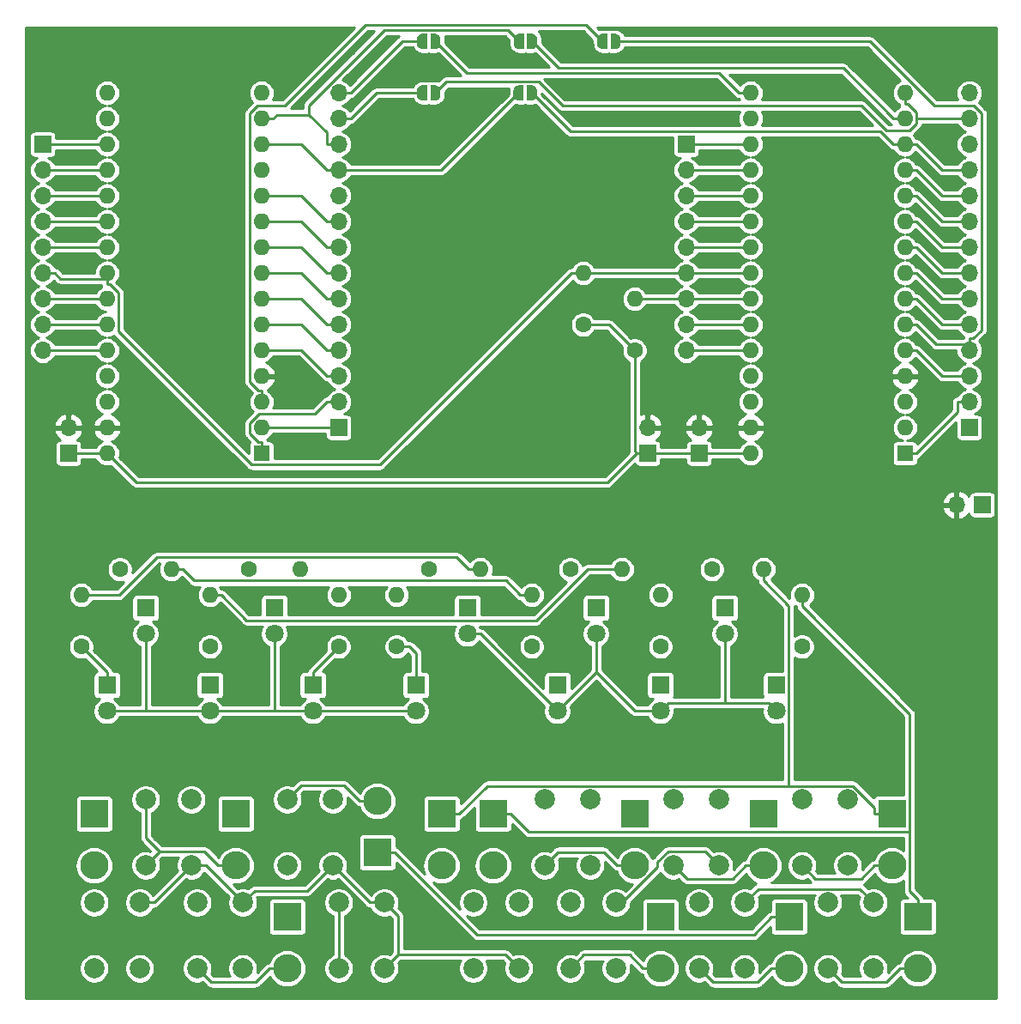
<source format=gtl>
G04 #@! TF.GenerationSoftware,KiCad,Pcbnew,(5.1.4-0)*
G04 #@! TF.CreationDate,2020-06-14T15:43:19+08:00*
G04 #@! TF.ProjectId,2NanoMusic,324e616e-6f4d-4757-9369-632e6b696361,rev?*
G04 #@! TF.SameCoordinates,PX3938700PY8f0d180*
G04 #@! TF.FileFunction,Copper,L1,Top*
G04 #@! TF.FilePolarity,Positive*
%FSLAX46Y46*%
G04 Gerber Fmt 4.6, Leading zero omitted, Abs format (unit mm)*
G04 Created by KiCad (PCBNEW (5.1.4-0)) date 2020-06-14 15:43:19*
%MOMM*%
%LPD*%
G04 APERTURE LIST*
%ADD10R,1.600000X1.600000*%
%ADD11O,1.600000X1.600000*%
%ADD12O,2.800000X2.800000*%
%ADD13R,2.800000X2.800000*%
%ADD14O,1.700000X1.700000*%
%ADD15R,1.700000X1.700000*%
%ADD16C,0.500000*%
%ADD17C,0.100000*%
%ADD18R,1.800000X1.800000*%
%ADD19C,1.800000*%
%ADD20C,1.600000*%
%ADD21C,2.000000*%
%ADD22C,0.800000*%
%ADD23C,0.250000*%
%ADD24C,0.254000*%
G04 APERTURE END LIST*
D10*
X25400000Y55880000D03*
D11*
X10160000Y88900000D03*
X25400000Y58420000D03*
X10160000Y86360000D03*
X25400000Y60960000D03*
X10160000Y83820000D03*
X25400000Y63500000D03*
X10160000Y81280000D03*
X25400000Y66040000D03*
X10160000Y78740000D03*
X25400000Y68580000D03*
X10160000Y76200000D03*
X25400000Y71120000D03*
X10160000Y73660000D03*
X25400000Y73660000D03*
X10160000Y71120000D03*
X25400000Y76200000D03*
X10160000Y68580000D03*
X25400000Y78740000D03*
X10160000Y66040000D03*
X25400000Y81280000D03*
X10160000Y63500000D03*
X25400000Y83820000D03*
X10160000Y60960000D03*
X25400000Y86360000D03*
X10160000Y58420000D03*
X25400000Y88900000D03*
X10160000Y55880000D03*
X25400000Y91440000D03*
X10160000Y91440000D03*
X73660000Y91440000D03*
X88900000Y91440000D03*
X73660000Y55880000D03*
X88900000Y88900000D03*
X73660000Y58420000D03*
X88900000Y86360000D03*
X73660000Y60960000D03*
X88900000Y83820000D03*
X73660000Y63500000D03*
X88900000Y81280000D03*
X73660000Y66040000D03*
X88900000Y78740000D03*
X73660000Y68580000D03*
X88900000Y76200000D03*
X73660000Y71120000D03*
X88900000Y73660000D03*
X73660000Y73660000D03*
X88900000Y71120000D03*
X73660000Y76200000D03*
X88900000Y68580000D03*
X73660000Y78740000D03*
X88900000Y66040000D03*
X73660000Y81280000D03*
X88900000Y63500000D03*
X73660000Y83820000D03*
X88900000Y60960000D03*
X73660000Y86360000D03*
X88900000Y58420000D03*
X73660000Y88900000D03*
D10*
X88900000Y55880000D03*
D12*
X8890000Y15240000D03*
D13*
X8890000Y20320000D03*
D12*
X22860000Y15240000D03*
D13*
X22860000Y20320000D03*
D12*
X27940000Y5080000D03*
D13*
X27940000Y10160000D03*
X36830000Y16510000D03*
D12*
X36830000Y21590000D03*
D13*
X43180000Y20320000D03*
D12*
X43180000Y15240000D03*
D13*
X48260000Y20320000D03*
D12*
X48260000Y15240000D03*
X62230000Y15240000D03*
D13*
X62230000Y20320000D03*
X64770000Y10160000D03*
D12*
X64770000Y5080000D03*
X74930000Y15240000D03*
D13*
X74930000Y20320000D03*
X77470000Y10160000D03*
D12*
X77470000Y5080000D03*
X87630000Y15240000D03*
D13*
X87630000Y20320000D03*
X90170000Y10160000D03*
D12*
X90170000Y5080000D03*
D14*
X33020000Y91440000D03*
X33020000Y88900000D03*
X33020000Y86360000D03*
X33020000Y83820000D03*
X33020000Y81280000D03*
X33020000Y78740000D03*
X33020000Y76200000D03*
X33020000Y73660000D03*
X33020000Y71120000D03*
X33020000Y68580000D03*
X33020000Y66040000D03*
X33020000Y63500000D03*
X33020000Y60960000D03*
D15*
X33020000Y58420000D03*
D14*
X3810000Y66040000D03*
X3810000Y68580000D03*
X3810000Y71120000D03*
X3810000Y73660000D03*
X3810000Y76200000D03*
X3810000Y78740000D03*
X3810000Y81280000D03*
X3810000Y83820000D03*
D15*
X3810000Y86360000D03*
X95250000Y58420000D03*
D14*
X95250000Y60960000D03*
X95250000Y63500000D03*
X95250000Y66040000D03*
X95250000Y68580000D03*
X95250000Y71120000D03*
X95250000Y73660000D03*
X95250000Y76200000D03*
X95250000Y78740000D03*
X95250000Y81280000D03*
X95250000Y83820000D03*
X95250000Y86360000D03*
X95250000Y88900000D03*
X95250000Y91440000D03*
D15*
X67310000Y86360000D03*
D14*
X67310000Y83820000D03*
X67310000Y81280000D03*
X67310000Y78740000D03*
X67310000Y76200000D03*
X67310000Y73660000D03*
X67310000Y71120000D03*
X67310000Y68580000D03*
X67310000Y66040000D03*
D16*
X41260000Y91440000D03*
D17*
G36*
X41760000Y90690000D02*
G01*
X41260000Y90690000D01*
X41260000Y90690602D01*
X41235466Y90690602D01*
X41186635Y90695412D01*
X41138510Y90704984D01*
X41091555Y90719228D01*
X41046222Y90738005D01*
X41002949Y90761136D01*
X40962150Y90788396D01*
X40924221Y90819524D01*
X40889524Y90854221D01*
X40858396Y90892150D01*
X40831136Y90932949D01*
X40808005Y90976222D01*
X40789228Y91021555D01*
X40774984Y91068510D01*
X40765412Y91116635D01*
X40760602Y91165466D01*
X40760602Y91190000D01*
X40760000Y91190000D01*
X40760000Y91690000D01*
X40760602Y91690000D01*
X40760602Y91714534D01*
X40765412Y91763365D01*
X40774984Y91811490D01*
X40789228Y91858445D01*
X40808005Y91903778D01*
X40831136Y91947051D01*
X40858396Y91987850D01*
X40889524Y92025779D01*
X40924221Y92060476D01*
X40962150Y92091604D01*
X41002949Y92118864D01*
X41046222Y92141995D01*
X41091555Y92160772D01*
X41138510Y92175016D01*
X41186635Y92184588D01*
X41235466Y92189398D01*
X41260000Y92189398D01*
X41260000Y92190000D01*
X41760000Y92190000D01*
X41760000Y90690000D01*
X41760000Y90690000D01*
G37*
D16*
X42560000Y91440000D03*
D17*
G36*
X42560000Y92189398D02*
G01*
X42584534Y92189398D01*
X42633365Y92184588D01*
X42681490Y92175016D01*
X42728445Y92160772D01*
X42773778Y92141995D01*
X42817051Y92118864D01*
X42857850Y92091604D01*
X42895779Y92060476D01*
X42930476Y92025779D01*
X42961604Y91987850D01*
X42988864Y91947051D01*
X43011995Y91903778D01*
X43030772Y91858445D01*
X43045016Y91811490D01*
X43054588Y91763365D01*
X43059398Y91714534D01*
X43059398Y91690000D01*
X43060000Y91690000D01*
X43060000Y91190000D01*
X43059398Y91190000D01*
X43059398Y91165466D01*
X43054588Y91116635D01*
X43045016Y91068510D01*
X43030772Y91021555D01*
X43011995Y90976222D01*
X42988864Y90932949D01*
X42961604Y90892150D01*
X42930476Y90854221D01*
X42895779Y90819524D01*
X42857850Y90788396D01*
X42817051Y90761136D01*
X42773778Y90738005D01*
X42728445Y90719228D01*
X42681490Y90704984D01*
X42633365Y90695412D01*
X42584534Y90690602D01*
X42560000Y90690602D01*
X42560000Y90690000D01*
X42060000Y90690000D01*
X42060000Y92190000D01*
X42560000Y92190000D01*
X42560000Y92189398D01*
X42560000Y92189398D01*
G37*
D16*
X52100000Y96520000D03*
D17*
G36*
X52100000Y97269398D02*
G01*
X52124534Y97269398D01*
X52173365Y97264588D01*
X52221490Y97255016D01*
X52268445Y97240772D01*
X52313778Y97221995D01*
X52357051Y97198864D01*
X52397850Y97171604D01*
X52435779Y97140476D01*
X52470476Y97105779D01*
X52501604Y97067850D01*
X52528864Y97027051D01*
X52551995Y96983778D01*
X52570772Y96938445D01*
X52585016Y96891490D01*
X52594588Y96843365D01*
X52599398Y96794534D01*
X52599398Y96770000D01*
X52600000Y96770000D01*
X52600000Y96270000D01*
X52599398Y96270000D01*
X52599398Y96245466D01*
X52594588Y96196635D01*
X52585016Y96148510D01*
X52570772Y96101555D01*
X52551995Y96056222D01*
X52528864Y96012949D01*
X52501604Y95972150D01*
X52470476Y95934221D01*
X52435779Y95899524D01*
X52397850Y95868396D01*
X52357051Y95841136D01*
X52313778Y95818005D01*
X52268445Y95799228D01*
X52221490Y95784984D01*
X52173365Y95775412D01*
X52124534Y95770602D01*
X52100000Y95770602D01*
X52100000Y95770000D01*
X51600000Y95770000D01*
X51600000Y97270000D01*
X52100000Y97270000D01*
X52100000Y97269398D01*
X52100000Y97269398D01*
G37*
D16*
X50800000Y96520000D03*
D17*
G36*
X51300000Y95770000D02*
G01*
X50800000Y95770000D01*
X50800000Y95770602D01*
X50775466Y95770602D01*
X50726635Y95775412D01*
X50678510Y95784984D01*
X50631555Y95799228D01*
X50586222Y95818005D01*
X50542949Y95841136D01*
X50502150Y95868396D01*
X50464221Y95899524D01*
X50429524Y95934221D01*
X50398396Y95972150D01*
X50371136Y96012949D01*
X50348005Y96056222D01*
X50329228Y96101555D01*
X50314984Y96148510D01*
X50305412Y96196635D01*
X50300602Y96245466D01*
X50300602Y96270000D01*
X50300000Y96270000D01*
X50300000Y96770000D01*
X50300602Y96770000D01*
X50300602Y96794534D01*
X50305412Y96843365D01*
X50314984Y96891490D01*
X50329228Y96938445D01*
X50348005Y96983778D01*
X50371136Y97027051D01*
X50398396Y97067850D01*
X50429524Y97105779D01*
X50464221Y97140476D01*
X50502150Y97171604D01*
X50542949Y97198864D01*
X50586222Y97221995D01*
X50631555Y97240772D01*
X50678510Y97255016D01*
X50726635Y97264588D01*
X50775466Y97269398D01*
X50800000Y97269398D01*
X50800000Y97270000D01*
X51300000Y97270000D01*
X51300000Y95770000D01*
X51300000Y95770000D01*
G37*
D16*
X59040000Y96520000D03*
D17*
G36*
X59540000Y95770000D02*
G01*
X59040000Y95770000D01*
X59040000Y95770602D01*
X59015466Y95770602D01*
X58966635Y95775412D01*
X58918510Y95784984D01*
X58871555Y95799228D01*
X58826222Y95818005D01*
X58782949Y95841136D01*
X58742150Y95868396D01*
X58704221Y95899524D01*
X58669524Y95934221D01*
X58638396Y95972150D01*
X58611136Y96012949D01*
X58588005Y96056222D01*
X58569228Y96101555D01*
X58554984Y96148510D01*
X58545412Y96196635D01*
X58540602Y96245466D01*
X58540602Y96270000D01*
X58540000Y96270000D01*
X58540000Y96770000D01*
X58540602Y96770000D01*
X58540602Y96794534D01*
X58545412Y96843365D01*
X58554984Y96891490D01*
X58569228Y96938445D01*
X58588005Y96983778D01*
X58611136Y97027051D01*
X58638396Y97067850D01*
X58669524Y97105779D01*
X58704221Y97140476D01*
X58742150Y97171604D01*
X58782949Y97198864D01*
X58826222Y97221995D01*
X58871555Y97240772D01*
X58918510Y97255016D01*
X58966635Y97264588D01*
X59015466Y97269398D01*
X59040000Y97269398D01*
X59040000Y97270000D01*
X59540000Y97270000D01*
X59540000Y95770000D01*
X59540000Y95770000D01*
G37*
D16*
X60340000Y96520000D03*
D17*
G36*
X60340000Y97269398D02*
G01*
X60364534Y97269398D01*
X60413365Y97264588D01*
X60461490Y97255016D01*
X60508445Y97240772D01*
X60553778Y97221995D01*
X60597051Y97198864D01*
X60637850Y97171604D01*
X60675779Y97140476D01*
X60710476Y97105779D01*
X60741604Y97067850D01*
X60768864Y97027051D01*
X60791995Y96983778D01*
X60810772Y96938445D01*
X60825016Y96891490D01*
X60834588Y96843365D01*
X60839398Y96794534D01*
X60839398Y96770000D01*
X60840000Y96770000D01*
X60840000Y96270000D01*
X60839398Y96270000D01*
X60839398Y96245466D01*
X60834588Y96196635D01*
X60825016Y96148510D01*
X60810772Y96101555D01*
X60791995Y96056222D01*
X60768864Y96012949D01*
X60741604Y95972150D01*
X60710476Y95934221D01*
X60675779Y95899524D01*
X60637850Y95868396D01*
X60597051Y95841136D01*
X60553778Y95818005D01*
X60508445Y95799228D01*
X60461490Y95784984D01*
X60413365Y95775412D01*
X60364534Y95770602D01*
X60340000Y95770602D01*
X60340000Y95770000D01*
X59840000Y95770000D01*
X59840000Y97270000D01*
X60340000Y97270000D01*
X60340000Y97269398D01*
X60340000Y97269398D01*
G37*
D16*
X42560000Y96520000D03*
D17*
G36*
X42560000Y97269398D02*
G01*
X42584534Y97269398D01*
X42633365Y97264588D01*
X42681490Y97255016D01*
X42728445Y97240772D01*
X42773778Y97221995D01*
X42817051Y97198864D01*
X42857850Y97171604D01*
X42895779Y97140476D01*
X42930476Y97105779D01*
X42961604Y97067850D01*
X42988864Y97027051D01*
X43011995Y96983778D01*
X43030772Y96938445D01*
X43045016Y96891490D01*
X43054588Y96843365D01*
X43059398Y96794534D01*
X43059398Y96770000D01*
X43060000Y96770000D01*
X43060000Y96270000D01*
X43059398Y96270000D01*
X43059398Y96245466D01*
X43054588Y96196635D01*
X43045016Y96148510D01*
X43030772Y96101555D01*
X43011995Y96056222D01*
X42988864Y96012949D01*
X42961604Y95972150D01*
X42930476Y95934221D01*
X42895779Y95899524D01*
X42857850Y95868396D01*
X42817051Y95841136D01*
X42773778Y95818005D01*
X42728445Y95799228D01*
X42681490Y95784984D01*
X42633365Y95775412D01*
X42584534Y95770602D01*
X42560000Y95770602D01*
X42560000Y95770000D01*
X42060000Y95770000D01*
X42060000Y97270000D01*
X42560000Y97270000D01*
X42560000Y97269398D01*
X42560000Y97269398D01*
G37*
D16*
X41260000Y96520000D03*
D17*
G36*
X41760000Y95770000D02*
G01*
X41260000Y95770000D01*
X41260000Y95770602D01*
X41235466Y95770602D01*
X41186635Y95775412D01*
X41138510Y95784984D01*
X41091555Y95799228D01*
X41046222Y95818005D01*
X41002949Y95841136D01*
X40962150Y95868396D01*
X40924221Y95899524D01*
X40889524Y95934221D01*
X40858396Y95972150D01*
X40831136Y96012949D01*
X40808005Y96056222D01*
X40789228Y96101555D01*
X40774984Y96148510D01*
X40765412Y96196635D01*
X40760602Y96245466D01*
X40760602Y96270000D01*
X40760000Y96270000D01*
X40760000Y96770000D01*
X40760602Y96770000D01*
X40760602Y96794534D01*
X40765412Y96843365D01*
X40774984Y96891490D01*
X40789228Y96938445D01*
X40808005Y96983778D01*
X40831136Y97027051D01*
X40858396Y97067850D01*
X40889524Y97105779D01*
X40924221Y97140476D01*
X40962150Y97171604D01*
X41002949Y97198864D01*
X41046222Y97221995D01*
X41091555Y97240772D01*
X41138510Y97255016D01*
X41186635Y97264588D01*
X41235466Y97269398D01*
X41260000Y97269398D01*
X41260000Y97270000D01*
X41760000Y97270000D01*
X41760000Y95770000D01*
X41760000Y95770000D01*
G37*
D16*
X50770000Y91440000D03*
D17*
G36*
X51270000Y90690000D02*
G01*
X50770000Y90690000D01*
X50770000Y90690602D01*
X50745466Y90690602D01*
X50696635Y90695412D01*
X50648510Y90704984D01*
X50601555Y90719228D01*
X50556222Y90738005D01*
X50512949Y90761136D01*
X50472150Y90788396D01*
X50434221Y90819524D01*
X50399524Y90854221D01*
X50368396Y90892150D01*
X50341136Y90932949D01*
X50318005Y90976222D01*
X50299228Y91021555D01*
X50284984Y91068510D01*
X50275412Y91116635D01*
X50270602Y91165466D01*
X50270602Y91190000D01*
X50270000Y91190000D01*
X50270000Y91690000D01*
X50270602Y91690000D01*
X50270602Y91714534D01*
X50275412Y91763365D01*
X50284984Y91811490D01*
X50299228Y91858445D01*
X50318005Y91903778D01*
X50341136Y91947051D01*
X50368396Y91987850D01*
X50399524Y92025779D01*
X50434221Y92060476D01*
X50472150Y92091604D01*
X50512949Y92118864D01*
X50556222Y92141995D01*
X50601555Y92160772D01*
X50648510Y92175016D01*
X50696635Y92184588D01*
X50745466Y92189398D01*
X50770000Y92189398D01*
X50770000Y92190000D01*
X51270000Y92190000D01*
X51270000Y90690000D01*
X51270000Y90690000D01*
G37*
D16*
X52070000Y91440000D03*
D17*
G36*
X52070000Y92189398D02*
G01*
X52094534Y92189398D01*
X52143365Y92184588D01*
X52191490Y92175016D01*
X52238445Y92160772D01*
X52283778Y92141995D01*
X52327051Y92118864D01*
X52367850Y92091604D01*
X52405779Y92060476D01*
X52440476Y92025779D01*
X52471604Y91987850D01*
X52498864Y91947051D01*
X52521995Y91903778D01*
X52540772Y91858445D01*
X52555016Y91811490D01*
X52564588Y91763365D01*
X52569398Y91714534D01*
X52569398Y91690000D01*
X52570000Y91690000D01*
X52570000Y91190000D01*
X52569398Y91190000D01*
X52569398Y91165466D01*
X52564588Y91116635D01*
X52555016Y91068510D01*
X52540772Y91021555D01*
X52521995Y90976222D01*
X52498864Y90932949D01*
X52471604Y90892150D01*
X52440476Y90854221D01*
X52405779Y90819524D01*
X52367850Y90788396D01*
X52327051Y90761136D01*
X52283778Y90738005D01*
X52238445Y90719228D01*
X52191490Y90704984D01*
X52143365Y90695412D01*
X52094534Y90690602D01*
X52070000Y90690602D01*
X52070000Y90690000D01*
X51570000Y90690000D01*
X51570000Y92190000D01*
X52070000Y92190000D01*
X52070000Y92189398D01*
X52070000Y92189398D01*
G37*
D14*
X68580000Y58420000D03*
D15*
X68580000Y55880000D03*
X63500000Y55880000D03*
D14*
X63500000Y58420000D03*
X6350000Y58420000D03*
D15*
X6350000Y55880000D03*
X96520000Y50800000D03*
D14*
X93980000Y50800000D03*
D18*
X10160000Y33020000D03*
D19*
X10160000Y30480000D03*
D18*
X13970000Y40640000D03*
D19*
X13970000Y38100000D03*
X20320000Y30480000D03*
D18*
X20320000Y33020000D03*
X26670000Y40640000D03*
D19*
X26670000Y38100000D03*
X30480000Y30480000D03*
D18*
X30480000Y33020000D03*
D19*
X40640000Y30480000D03*
D18*
X40640000Y33020000D03*
D19*
X45720000Y38100000D03*
D18*
X45720000Y40640000D03*
X54610000Y33020000D03*
D19*
X54610000Y30480000D03*
X58420000Y38100000D03*
D18*
X58420000Y40640000D03*
X64770000Y33020000D03*
D19*
X64770000Y30480000D03*
X71120000Y38100000D03*
D18*
X71120000Y40640000D03*
X76200000Y33020000D03*
D19*
X76200000Y30480000D03*
D20*
X7620000Y36830000D03*
D11*
X7620000Y41910000D03*
X16510000Y44450000D03*
D20*
X11430000Y44450000D03*
X20320000Y36830000D03*
D11*
X20320000Y41910000D03*
X29210000Y44450000D03*
D20*
X24130000Y44450000D03*
X33020000Y36830000D03*
D11*
X33020000Y41910000D03*
X38735000Y41910000D03*
D20*
X38735000Y36830000D03*
X41910000Y44450000D03*
D11*
X46990000Y44450000D03*
X52070000Y41910000D03*
D20*
X52070000Y36830000D03*
X55880000Y44450000D03*
D11*
X60960000Y44450000D03*
X64770000Y41910000D03*
D20*
X64770000Y36830000D03*
X69850000Y44450000D03*
D11*
X74930000Y44450000D03*
X78740000Y41910000D03*
D20*
X78740000Y36830000D03*
D11*
X62230000Y71120000D03*
D20*
X62230000Y66040000D03*
X57150000Y68580000D03*
D11*
X57150000Y73660000D03*
D21*
X13390000Y5080000D03*
X8890000Y5080000D03*
X13390000Y11580000D03*
X8890000Y11580000D03*
X13970000Y21740000D03*
X18470000Y21740000D03*
X13970000Y15240000D03*
X18470000Y15240000D03*
X23550000Y5080000D03*
X19050000Y5080000D03*
X23550000Y11580000D03*
X19050000Y11580000D03*
X27940000Y21740000D03*
X32440000Y21740000D03*
X27940000Y15240000D03*
X32440000Y15240000D03*
X37520000Y5080000D03*
X33020000Y5080000D03*
X37520000Y11580000D03*
X33020000Y11580000D03*
X46300000Y11580000D03*
X50800000Y11580000D03*
X46300000Y5080000D03*
X50800000Y5080000D03*
X57840000Y15240000D03*
X53340000Y15240000D03*
X57840000Y21740000D03*
X53340000Y21740000D03*
X55880000Y11580000D03*
X60380000Y11580000D03*
X55880000Y5080000D03*
X60380000Y5080000D03*
X70540000Y15240000D03*
X66040000Y15240000D03*
X70540000Y21740000D03*
X66040000Y21740000D03*
X68580000Y11580000D03*
X73080000Y11580000D03*
X68580000Y5080000D03*
X73080000Y5080000D03*
X83240000Y15240000D03*
X78740000Y15240000D03*
X83240000Y21740000D03*
X78740000Y21740000D03*
X81280000Y11580000D03*
X85780000Y11580000D03*
X81280000Y5080000D03*
X85780000Y5080000D03*
D22*
X40640000Y71120000D03*
X40640000Y49530000D03*
X57150000Y49530000D03*
X91948000Y61468000D03*
X92710000Y87884000D03*
X5080000Y95250000D03*
X25400000Y49530000D03*
X21590000Y49530000D03*
X19050000Y48260000D03*
X6350000Y48260000D03*
X19050000Y55880000D03*
X13970000Y57150000D03*
X6350000Y62230000D03*
X13970000Y68580000D03*
X19050000Y74930000D03*
X21590000Y71120000D03*
X19050000Y66040000D03*
X22860000Y66040000D03*
X52070000Y58420000D03*
X45720000Y77470000D03*
X58420000Y82296000D03*
X57150000Y64770000D03*
X38100000Y60960000D03*
X38100000Y85090000D03*
X45720000Y90170000D03*
X40640000Y93980000D03*
X35560000Y93980000D03*
X34290000Y95504000D03*
X47244000Y95504000D03*
X56134000Y95758000D03*
X61976000Y91694000D03*
X61976000Y88900000D03*
X80772000Y88900000D03*
X80518000Y91186000D03*
X79756000Y95250000D03*
X70612000Y67310000D03*
X70612000Y69850000D03*
X70612000Y72390000D03*
X70612000Y74930000D03*
X70612000Y77470000D03*
X70612000Y80010000D03*
X70612000Y82550000D03*
X70612000Y85090000D03*
X92710000Y85090000D03*
X92710000Y82804000D03*
X92710000Y80264000D03*
X92710000Y77470000D03*
X92710000Y74930000D03*
X92710000Y72390000D03*
X92710000Y69850000D03*
X92456000Y67564000D03*
X92456000Y65278000D03*
X83820000Y29210000D03*
X46990000Y27940000D03*
X49530000Y33020000D03*
X43180000Y55880000D03*
X13970000Y60960000D03*
X17145000Y84455000D03*
X6350000Y85090000D03*
X6350000Y82550000D03*
X6350000Y80010000D03*
X6350000Y77470000D03*
X6350000Y74930000D03*
X6350000Y72136000D03*
X6350000Y69850000D03*
X6350000Y67310000D03*
X91440000Y40640000D03*
D23*
X25400000Y55880000D02*
X25400000Y57005300D01*
X33020000Y60960000D02*
X31844700Y60960000D01*
X31844700Y60960000D02*
X30669400Y59784700D01*
X30669400Y59784700D02*
X25160700Y59784700D01*
X25160700Y59784700D02*
X24274700Y58898700D01*
X24274700Y58898700D02*
X24274700Y57849200D01*
X24274700Y57849200D02*
X25118600Y57005300D01*
X25118600Y57005300D02*
X25400000Y57005300D01*
X33020000Y58420000D02*
X25400000Y58420000D01*
X3810000Y86360000D02*
X10160000Y86360000D01*
X25400000Y60960000D02*
X25400000Y62085300D01*
X59040000Y96520000D02*
X57447200Y98112800D01*
X57447200Y98112800D02*
X35644700Y98112800D01*
X35644700Y98112800D02*
X27701900Y90170000D01*
X27701900Y90170000D02*
X25024300Y90170000D01*
X25024300Y90170000D02*
X24274700Y89420400D01*
X24274700Y89420400D02*
X24274700Y62929200D01*
X24274700Y62929200D02*
X25118600Y62085300D01*
X25118600Y62085300D02*
X25400000Y62085300D01*
X3810000Y83820000D02*
X10160000Y83820000D01*
X3810000Y81280000D02*
X10160000Y81280000D01*
X18470000Y15240000D02*
X14810000Y11580000D01*
X14810000Y11580000D02*
X13390000Y11580000D01*
X23550000Y11580000D02*
X19890000Y15240000D01*
X19890000Y15240000D02*
X18470000Y15240000D01*
X32440000Y15240000D02*
X36100000Y11580000D01*
X36100000Y11580000D02*
X37520000Y11580000D01*
X32440000Y15240000D02*
X29940700Y12740700D01*
X29940700Y12740700D02*
X24710700Y12740700D01*
X24710700Y12740700D02*
X23550000Y11580000D01*
X38874100Y6434100D02*
X38874100Y10225900D01*
X38874100Y10225900D02*
X37520000Y11580000D01*
X38874100Y6434100D02*
X37520000Y5080000D01*
X50800000Y5080000D02*
X49445900Y6434100D01*
X49445900Y6434100D02*
X38874100Y6434100D01*
X33020000Y63500000D02*
X31844700Y63500000D01*
X25400000Y66040000D02*
X29304700Y66040000D01*
X29304700Y66040000D02*
X31844700Y63500000D01*
X3810000Y78740000D02*
X10160000Y78740000D01*
X70540000Y15240000D02*
X69191700Y16588300D01*
X69191700Y16588300D02*
X65513900Y16588300D01*
X65513900Y16588300D02*
X64494400Y15568800D01*
X64494400Y15568800D02*
X64494400Y15056300D01*
X64494400Y15056300D02*
X61018100Y11580000D01*
X61018100Y11580000D02*
X60380000Y11580000D01*
X85780000Y11580000D02*
X84438000Y12922000D01*
X84438000Y12922000D02*
X74422000Y12922000D01*
X74422000Y12922000D02*
X73080000Y11580000D01*
X33020000Y66040000D02*
X31844700Y66040000D01*
X31844700Y66040000D02*
X29304700Y68580000D01*
X29304700Y68580000D02*
X25400000Y68580000D01*
X3810000Y76200000D02*
X10160000Y76200000D01*
X26670000Y30480000D02*
X20320000Y30480000D01*
X30480000Y30480000D02*
X26670000Y30480000D01*
X26670000Y30480000D02*
X26670000Y38100000D01*
X13970000Y30480000D02*
X10160000Y30480000D01*
X20320000Y30480000D02*
X13970000Y30480000D01*
X13970000Y30480000D02*
X13970000Y38100000D01*
X33020000Y68580000D02*
X31844700Y68580000D01*
X31844700Y68580000D02*
X29304700Y71120000D01*
X29304700Y71120000D02*
X25400000Y71120000D01*
X40640000Y30480000D02*
X30480000Y30480000D01*
X3810000Y73660000D02*
X4985300Y73660000D01*
X10160000Y73097400D02*
X5547900Y73097400D01*
X5547900Y73097400D02*
X4985300Y73660000D01*
X10160000Y73097400D02*
X10160000Y72534700D01*
X10160000Y73660000D02*
X10160000Y73097400D01*
X57150000Y73660000D02*
X56024700Y73660000D01*
X56024700Y73660000D02*
X37119300Y54754600D01*
X37119300Y54754600D02*
X24416000Y54754600D01*
X24416000Y54754600D02*
X11285300Y67885300D01*
X11285300Y67885300D02*
X11285300Y71690800D01*
X11285300Y71690800D02*
X10441400Y72534700D01*
X10441400Y72534700D02*
X10160000Y72534700D01*
X67310000Y73660000D02*
X57150000Y73660000D01*
X67310000Y73660000D02*
X73660000Y73660000D01*
X71120000Y31250000D02*
X75430000Y31250000D01*
X75430000Y31250000D02*
X76200000Y30480000D01*
X64770000Y30480000D02*
X65540000Y31250000D01*
X65540000Y31250000D02*
X71120000Y31250000D01*
X71120000Y38100000D02*
X71120000Y31250000D01*
X58420000Y34290000D02*
X54610000Y30480000D01*
X58420000Y38100000D02*
X58420000Y34290000D01*
X64770000Y30480000D02*
X62230000Y30480000D01*
X62230000Y30480000D02*
X58420000Y34290000D01*
X54610000Y30480000D02*
X46990000Y38100000D01*
X46990000Y38100000D02*
X45720000Y38100000D01*
X33020000Y71120000D02*
X31844700Y71120000D01*
X31844700Y71120000D02*
X29304700Y73660000D01*
X29304700Y73660000D02*
X25400000Y73660000D01*
X67310000Y71120000D02*
X62230000Y71120000D01*
X3810000Y71120000D02*
X10160000Y71120000D01*
X67310000Y71120000D02*
X73660000Y71120000D01*
X46990000Y44450000D02*
X45864700Y44450000D01*
X45864700Y44450000D02*
X44676200Y45638500D01*
X44676200Y45638500D02*
X15058500Y45638500D01*
X15058500Y45638500D02*
X11330000Y41910000D01*
X11330000Y41910000D02*
X7620000Y41910000D01*
X33020000Y73660000D02*
X31844700Y73660000D01*
X31844700Y73660000D02*
X29304700Y76200000D01*
X29304700Y76200000D02*
X25400000Y76200000D01*
X3810000Y68580000D02*
X10160000Y68580000D01*
X16510000Y44450000D02*
X17635300Y44450000D01*
X52070000Y41910000D02*
X50944700Y41910000D01*
X50944700Y41910000D02*
X49530000Y43324700D01*
X49530000Y43324700D02*
X18760600Y43324700D01*
X18760600Y43324700D02*
X17635300Y44450000D01*
X33020000Y76200000D02*
X31844700Y76200000D01*
X31844700Y76200000D02*
X29304700Y78740000D01*
X29304700Y78740000D02*
X25400000Y78740000D01*
X3810000Y66040000D02*
X10160000Y66040000D01*
X20320000Y41910000D02*
X21445300Y41910000D01*
X60960000Y44450000D02*
X57558600Y44450000D01*
X57558600Y44450000D02*
X52523200Y39414600D01*
X52523200Y39414600D02*
X23940700Y39414600D01*
X23940700Y39414600D02*
X21445300Y41910000D01*
X33020000Y78740000D02*
X31844700Y78740000D01*
X31844700Y78740000D02*
X29304700Y81280000D01*
X29304700Y81280000D02*
X25400000Y81280000D01*
X36830000Y16510000D02*
X38555300Y16510000D01*
X77470000Y10160000D02*
X75744700Y10160000D01*
X75744700Y10160000D02*
X73982300Y8397600D01*
X73982300Y8397600D02*
X46667700Y8397600D01*
X46667700Y8397600D02*
X38555300Y16510000D01*
X74930000Y44450000D02*
X74930000Y43324700D01*
X77426300Y23085100D02*
X47670400Y23085100D01*
X47670400Y23085100D02*
X44905300Y20320000D01*
X85904700Y20320000D02*
X85904700Y20967000D01*
X85904700Y20967000D02*
X83786600Y23085100D01*
X83786600Y23085100D02*
X77426300Y23085100D01*
X74930000Y43324700D02*
X77426300Y40828400D01*
X77426300Y40828400D02*
X77426300Y23085100D01*
X50770000Y91440000D02*
X43150000Y83820000D01*
X43150000Y83820000D02*
X33020000Y83820000D01*
X43180000Y20320000D02*
X44905300Y20320000D01*
X87630000Y20320000D02*
X85904700Y20320000D01*
X33020000Y83820000D02*
X31844700Y83820000D01*
X31844700Y83820000D02*
X29304700Y86360000D01*
X29304700Y86360000D02*
X25400000Y86360000D01*
X90170000Y10160000D02*
X90170000Y11885300D01*
X89366300Y18551000D02*
X89366300Y12689000D01*
X89366300Y12689000D02*
X90170000Y11885300D01*
X78740000Y40784700D02*
X89366300Y30158400D01*
X89366300Y30158400D02*
X89366300Y18551000D01*
X49985300Y20320000D02*
X51754300Y18551000D01*
X51754300Y18551000D02*
X89366300Y18551000D01*
X48260000Y20320000D02*
X49985300Y20320000D01*
X78740000Y41910000D02*
X78740000Y40784700D01*
X30089100Y89290900D02*
X30089100Y90222400D01*
X30089100Y90222400D02*
X37494900Y97628200D01*
X37494900Y97628200D02*
X49691800Y97628200D01*
X49691800Y97628200D02*
X50800000Y96520000D01*
X31844700Y86360000D02*
X31844700Y87535300D01*
X31844700Y87535300D02*
X30089100Y89290900D01*
X26525300Y88900000D02*
X26916200Y89290900D01*
X26916200Y89290900D02*
X30089100Y89290900D01*
X33020000Y86360000D02*
X31844700Y86360000D01*
X25400000Y88900000D02*
X26525300Y88900000D01*
X68580000Y55880000D02*
X63500000Y55880000D01*
X73660000Y55880000D02*
X68580000Y55880000D01*
X10160000Y55880000D02*
X13040000Y53000000D01*
X13040000Y53000000D02*
X59520000Y53000000D01*
X59520000Y53000000D02*
X62400000Y55880000D01*
X6350000Y55880000D02*
X10160000Y55880000D01*
X62230000Y66040000D02*
X62230000Y56050000D01*
X62230000Y56050000D02*
X62400000Y55880000D01*
X62400000Y55880000D02*
X63500000Y55880000D01*
X57150000Y68580000D02*
X59690000Y68580000D01*
X59690000Y68580000D02*
X62230000Y66040000D01*
X33020000Y88900000D02*
X34195300Y88900000D01*
X41260000Y91440000D02*
X36735300Y91440000D01*
X36735300Y91440000D02*
X34195300Y88900000D01*
X33020000Y91440000D02*
X34195300Y91440000D01*
X41260000Y96520000D02*
X39275300Y96520000D01*
X39275300Y96520000D02*
X34195300Y91440000D01*
X88900000Y86360000D02*
X90025300Y86360000D01*
X95250000Y83820000D02*
X92565300Y83820000D01*
X92565300Y83820000D02*
X90025300Y86360000D01*
X88900000Y86360000D02*
X87774700Y86360000D01*
X52070000Y91440000D02*
X55880000Y87630000D01*
X55880000Y87630000D02*
X86504700Y87630000D01*
X86504700Y87630000D02*
X87774700Y86360000D01*
X88900000Y83820000D02*
X90025300Y83820000D01*
X95250000Y81280000D02*
X92565300Y81280000D01*
X92565300Y81280000D02*
X90025300Y83820000D01*
X88900000Y81280000D02*
X90025300Y81280000D01*
X95250000Y78740000D02*
X92565300Y78740000D01*
X92565300Y78740000D02*
X90025300Y81280000D01*
X67310000Y66040000D02*
X73660000Y66040000D01*
X88900000Y78740000D02*
X90025300Y78740000D01*
X95250000Y76200000D02*
X92565300Y76200000D01*
X92565300Y76200000D02*
X90025300Y78740000D01*
X67310000Y68580000D02*
X73660000Y68580000D01*
X88900000Y76200000D02*
X90025300Y76200000D01*
X95250000Y73660000D02*
X92565300Y73660000D01*
X92565300Y73660000D02*
X90025300Y76200000D01*
X88900000Y73660000D02*
X90025300Y73660000D01*
X95250000Y71120000D02*
X92565300Y71120000D01*
X92565300Y71120000D02*
X90025300Y73660000D01*
X88900000Y71120000D02*
X90025300Y71120000D01*
X95250000Y68580000D02*
X92565300Y68580000D01*
X92565300Y68580000D02*
X90025300Y71120000D01*
X67310000Y76200000D02*
X73660000Y76200000D01*
X88900000Y68580000D02*
X90025300Y68580000D01*
X95250000Y66627700D02*
X91977600Y66627700D01*
X91977600Y66627700D02*
X90025300Y68580000D01*
X95250000Y66627700D02*
X95250000Y67215300D01*
X95250000Y66040000D02*
X95250000Y66627700D01*
X60340000Y96520000D02*
X85427100Y96520000D01*
X85427100Y96520000D02*
X91777100Y90170000D01*
X91777100Y90170000D02*
X95699100Y90170000D01*
X95699100Y90170000D02*
X96425300Y89443800D01*
X96425300Y89443800D02*
X96425300Y68023200D01*
X96425300Y68023200D02*
X95617400Y67215300D01*
X95617400Y67215300D02*
X95250000Y67215300D01*
X67310000Y78740000D02*
X73660000Y78740000D01*
X88900000Y66040000D02*
X90025300Y66040000D01*
X95250000Y63500000D02*
X92565300Y63500000D01*
X92565300Y63500000D02*
X90025300Y66040000D01*
X67310000Y81280000D02*
X73660000Y81280000D01*
X67310000Y83820000D02*
X73660000Y83820000D01*
X67310000Y86360000D02*
X73660000Y86360000D01*
X95250000Y60960000D02*
X94074700Y60960000D01*
X88900000Y55880000D02*
X90025300Y55880000D01*
X94074700Y60960000D02*
X94074700Y59929400D01*
X94074700Y59929400D02*
X90025300Y55880000D01*
X15332700Y16602700D02*
X19772000Y16602700D01*
X19772000Y16602700D02*
X21134700Y15240000D01*
X13970000Y15240000D02*
X15332700Y16602700D01*
X15332700Y16602700D02*
X13970000Y17965400D01*
X13970000Y17965400D02*
X13970000Y21740000D01*
X22860000Y15240000D02*
X21134700Y15240000D01*
X27940000Y5080000D02*
X26214700Y5080000D01*
X19050000Y5080000D02*
X20428600Y3701400D01*
X20428600Y3701400D02*
X24836100Y3701400D01*
X24836100Y3701400D02*
X26214700Y5080000D01*
X36830000Y21590000D02*
X35104700Y21590000D01*
X27940000Y21740000D02*
X29306900Y23106900D01*
X29306900Y23106900D02*
X33587800Y23106900D01*
X33587800Y23106900D02*
X35104700Y21590000D01*
X33020000Y11580000D02*
X33020000Y5080000D01*
X62230000Y15240000D02*
X60504700Y15240000D01*
X53340000Y15240000D02*
X54668100Y16568100D01*
X54668100Y16568100D02*
X59176600Y16568100D01*
X59176600Y16568100D02*
X60504700Y15240000D01*
X64770000Y5080000D02*
X63044700Y5080000D01*
X55880000Y5080000D02*
X57210600Y6410600D01*
X57210600Y6410600D02*
X61714100Y6410600D01*
X61714100Y6410600D02*
X63044700Y5080000D01*
X74930000Y15240000D02*
X73204700Y15240000D01*
X66040000Y15240000D02*
X67381100Y13898900D01*
X67381100Y13898900D02*
X71863600Y13898900D01*
X71863600Y13898900D02*
X73204700Y15240000D01*
X77470000Y5080000D02*
X75744700Y5080000D01*
X68580000Y5080000D02*
X69958600Y3701400D01*
X69958600Y3701400D02*
X74366100Y3701400D01*
X74366100Y3701400D02*
X75744700Y5080000D01*
X87630000Y15240000D02*
X85904700Y15240000D01*
X78740000Y15240000D02*
X80067000Y13913000D01*
X80067000Y13913000D02*
X84577700Y13913000D01*
X84577700Y13913000D02*
X85904700Y15240000D01*
X90170000Y5080000D02*
X88444700Y5080000D01*
X81280000Y5080000D02*
X82658600Y3701400D01*
X82658600Y3701400D02*
X87066100Y3701400D01*
X87066100Y3701400D02*
X88444700Y5080000D01*
X7620000Y36830000D02*
X10160000Y34290000D01*
X10160000Y34290000D02*
X10160000Y33020000D01*
X33020000Y36830000D02*
X30480000Y34290000D01*
X30480000Y34290000D02*
X30480000Y33020000D01*
X40005000Y36830000D02*
X38735000Y36830000D01*
X40640000Y36195000D02*
X40005000Y36830000D01*
X40640000Y33020000D02*
X40640000Y36195000D01*
X73660000Y91440000D02*
X72534700Y91440000D01*
X42560000Y96520000D02*
X45659600Y93420400D01*
X45659600Y93420400D02*
X70554300Y93420400D01*
X70554300Y93420400D02*
X72534700Y91440000D01*
X90025300Y88900000D02*
X90025300Y89470800D01*
X90025300Y89470800D02*
X89181400Y90314700D01*
X89181400Y90314700D02*
X88900000Y90314700D01*
X42560000Y91440000D02*
X43644400Y92524400D01*
X43644400Y92524400D02*
X52744700Y92524400D01*
X52744700Y92524400D02*
X55099100Y90170000D01*
X55099100Y90170000D02*
X84601600Y90170000D01*
X84601600Y90170000D02*
X87042100Y87729500D01*
X87042100Y87729500D02*
X89329200Y87729500D01*
X89329200Y87729500D02*
X90025300Y88425600D01*
X90025300Y88425600D02*
X90025300Y88900000D01*
X95250000Y88900000D02*
X90025300Y88900000D01*
X88900000Y91440000D02*
X88900000Y90314700D01*
X88900000Y88900000D02*
X87774700Y88900000D01*
X52100000Y96520000D02*
X54749200Y93870800D01*
X54749200Y93870800D02*
X82803900Y93870800D01*
X82803900Y93870800D02*
X87774700Y88900000D01*
D24*
G36*
X27452545Y90772000D02*
G01*
X26490921Y90772000D01*
X26585502Y90948949D01*
X26658522Y91189664D01*
X26683178Y91440000D01*
X26658522Y91690336D01*
X26585502Y91931051D01*
X26466924Y92152896D01*
X26307344Y92347344D01*
X26112896Y92506924D01*
X25891051Y92625502D01*
X25650336Y92698522D01*
X25462726Y92717000D01*
X25337274Y92717000D01*
X25149664Y92698522D01*
X24908949Y92625502D01*
X24687104Y92506924D01*
X24492656Y92347344D01*
X24333076Y92152896D01*
X24214498Y91931051D01*
X24141478Y91690336D01*
X24116822Y91440000D01*
X24141478Y91189664D01*
X24214498Y90948949D01*
X24333076Y90727104D01*
X24492656Y90532656D01*
X24516242Y90513299D01*
X23869933Y89866988D01*
X23846963Y89848137D01*
X23771734Y89756470D01*
X23715834Y89651889D01*
X23681411Y89538411D01*
X23672700Y89449965D01*
X23672700Y89449956D01*
X23669789Y89420400D01*
X23672700Y89390844D01*
X23672701Y62958766D01*
X23669789Y62929200D01*
X23681412Y62811188D01*
X23715834Y62697711D01*
X23721399Y62687300D01*
X23771735Y62593129D01*
X23846964Y62501463D01*
X23869929Y62482616D01*
X24489295Y61863249D01*
X24333076Y61672896D01*
X24214498Y61451051D01*
X24141478Y61210336D01*
X24116822Y60960000D01*
X24141478Y60709664D01*
X24214498Y60468949D01*
X24333076Y60247104D01*
X24492656Y60052656D01*
X24539146Y60014503D01*
X23869933Y59345288D01*
X23846963Y59326437D01*
X23771734Y59234770D01*
X23715834Y59130189D01*
X23681411Y59016711D01*
X23672700Y58928265D01*
X23672700Y58928256D01*
X23669789Y58898700D01*
X23672700Y58869143D01*
X23672701Y57878766D01*
X23669789Y57849200D01*
X23681412Y57731188D01*
X23715834Y57617711D01*
X23744455Y57564166D01*
X23771735Y57513129D01*
X23846964Y57421463D01*
X23869929Y57402616D01*
X24257718Y57014826D01*
X24201471Y56946289D01*
X24157178Y56863423D01*
X24129903Y56773508D01*
X24120693Y56680000D01*
X24120693Y55901263D01*
X11887300Y68134655D01*
X11887300Y71661244D01*
X11890211Y71690800D01*
X11887300Y71720357D01*
X11887300Y71720366D01*
X11878589Y71808812D01*
X11844166Y71922290D01*
X11788266Y72026871D01*
X11713037Y72118537D01*
X11690071Y72137385D01*
X11070704Y72756751D01*
X11226924Y72947104D01*
X11345502Y73168949D01*
X11418522Y73409664D01*
X11443178Y73660000D01*
X11418522Y73910336D01*
X11345502Y74151051D01*
X11226924Y74372896D01*
X11067344Y74567344D01*
X10872896Y74726924D01*
X10651051Y74845502D01*
X10410336Y74918522D01*
X10293798Y74930000D01*
X10410336Y74941478D01*
X10651051Y75014498D01*
X10872896Y75133076D01*
X11067344Y75292656D01*
X11226924Y75487104D01*
X11345502Y75708949D01*
X11418522Y75949664D01*
X11443178Y76200000D01*
X11418522Y76450336D01*
X11345502Y76691051D01*
X11226924Y76912896D01*
X11067344Y77107344D01*
X10872896Y77266924D01*
X10651051Y77385502D01*
X10410336Y77458522D01*
X10293798Y77470000D01*
X10410336Y77481478D01*
X10651051Y77554498D01*
X10872896Y77673076D01*
X11067344Y77832656D01*
X11226924Y78027104D01*
X11345502Y78248949D01*
X11418522Y78489664D01*
X11443178Y78740000D01*
X11418522Y78990336D01*
X11345502Y79231051D01*
X11226924Y79452896D01*
X11067344Y79647344D01*
X10872896Y79806924D01*
X10651051Y79925502D01*
X10410336Y79998522D01*
X10293798Y80010000D01*
X10410336Y80021478D01*
X10651051Y80094498D01*
X10872896Y80213076D01*
X11067344Y80372656D01*
X11226924Y80567104D01*
X11345502Y80788949D01*
X11418522Y81029664D01*
X11443178Y81280000D01*
X11418522Y81530336D01*
X11345502Y81771051D01*
X11226924Y81992896D01*
X11067344Y82187344D01*
X10872896Y82346924D01*
X10651051Y82465502D01*
X10410336Y82538522D01*
X10293798Y82550000D01*
X10410336Y82561478D01*
X10651051Y82634498D01*
X10872896Y82753076D01*
X11067344Y82912656D01*
X11226924Y83107104D01*
X11345502Y83328949D01*
X11418522Y83569664D01*
X11443178Y83820000D01*
X11418522Y84070336D01*
X11345502Y84311051D01*
X11226924Y84532896D01*
X11067344Y84727344D01*
X10872896Y84886924D01*
X10651051Y85005502D01*
X10410336Y85078522D01*
X10293798Y85090000D01*
X10410336Y85101478D01*
X10651051Y85174498D01*
X10872896Y85293076D01*
X11067344Y85452656D01*
X11226924Y85647104D01*
X11345502Y85868949D01*
X11418522Y86109664D01*
X11443178Y86360000D01*
X11418522Y86610336D01*
X11345502Y86851051D01*
X11226924Y87072896D01*
X11067344Y87267344D01*
X10872896Y87426924D01*
X10651051Y87545502D01*
X10410336Y87618522D01*
X10293798Y87630000D01*
X10410336Y87641478D01*
X10651051Y87714498D01*
X10872896Y87833076D01*
X11067344Y87992656D01*
X11226924Y88187104D01*
X11345502Y88408949D01*
X11418522Y88649664D01*
X11443178Y88900000D01*
X11418522Y89150336D01*
X11345502Y89391051D01*
X11226924Y89612896D01*
X11067344Y89807344D01*
X10872896Y89966924D01*
X10651051Y90085502D01*
X10410336Y90158522D01*
X10293798Y90170000D01*
X10410336Y90181478D01*
X10651051Y90254498D01*
X10872896Y90373076D01*
X11067344Y90532656D01*
X11226924Y90727104D01*
X11345502Y90948949D01*
X11418522Y91189664D01*
X11443178Y91440000D01*
X11418522Y91690336D01*
X11345502Y91931051D01*
X11226924Y92152896D01*
X11067344Y92347344D01*
X10872896Y92506924D01*
X10651051Y92625502D01*
X10410336Y92698522D01*
X10222726Y92717000D01*
X10097274Y92717000D01*
X9909664Y92698522D01*
X9668949Y92625502D01*
X9447104Y92506924D01*
X9252656Y92347344D01*
X9093076Y92152896D01*
X8974498Y91931051D01*
X8901478Y91690336D01*
X8876822Y91440000D01*
X8901478Y91189664D01*
X8974498Y90948949D01*
X9093076Y90727104D01*
X9252656Y90532656D01*
X9447104Y90373076D01*
X9668949Y90254498D01*
X9909664Y90181478D01*
X10026202Y90170000D01*
X9909664Y90158522D01*
X9668949Y90085502D01*
X9447104Y89966924D01*
X9252656Y89807344D01*
X9093076Y89612896D01*
X8974498Y89391051D01*
X8901478Y89150336D01*
X8876822Y88900000D01*
X8901478Y88649664D01*
X8974498Y88408949D01*
X9093076Y88187104D01*
X9252656Y87992656D01*
X9447104Y87833076D01*
X9668949Y87714498D01*
X9909664Y87641478D01*
X10026202Y87630000D01*
X9909664Y87618522D01*
X9668949Y87545502D01*
X9447104Y87426924D01*
X9252656Y87267344D01*
X9093076Y87072896D01*
X9033801Y86962000D01*
X5139307Y86962000D01*
X5139307Y87210000D01*
X5130097Y87303508D01*
X5102822Y87393423D01*
X5058529Y87476289D01*
X4998921Y87548921D01*
X4926289Y87608529D01*
X4843423Y87652822D01*
X4753508Y87680097D01*
X4660000Y87689307D01*
X2960000Y87689307D01*
X2866492Y87680097D01*
X2776577Y87652822D01*
X2693711Y87608529D01*
X2621079Y87548921D01*
X2561471Y87476289D01*
X2517178Y87393423D01*
X2489903Y87303508D01*
X2480693Y87210000D01*
X2480693Y85510000D01*
X2489903Y85416492D01*
X2517178Y85326577D01*
X2561471Y85243711D01*
X2621079Y85171079D01*
X2693711Y85111471D01*
X2776577Y85067178D01*
X2866492Y85039903D01*
X2960000Y85030693D01*
X3260011Y85030693D01*
X3069192Y84928698D01*
X2867130Y84762870D01*
X2701302Y84560808D01*
X2578081Y84330278D01*
X2502201Y84080137D01*
X2476580Y83820000D01*
X2502201Y83559863D01*
X2578081Y83309722D01*
X2701302Y83079192D01*
X2867130Y82877130D01*
X3069192Y82711302D01*
X3299722Y82588081D01*
X3425257Y82550000D01*
X3299722Y82511919D01*
X3069192Y82388698D01*
X2867130Y82222870D01*
X2701302Y82020808D01*
X2578081Y81790278D01*
X2502201Y81540137D01*
X2476580Y81280000D01*
X2502201Y81019863D01*
X2578081Y80769722D01*
X2701302Y80539192D01*
X2867130Y80337130D01*
X3069192Y80171302D01*
X3299722Y80048081D01*
X3425257Y80010000D01*
X3299722Y79971919D01*
X3069192Y79848698D01*
X2867130Y79682870D01*
X2701302Y79480808D01*
X2578081Y79250278D01*
X2502201Y79000137D01*
X2476580Y78740000D01*
X2502201Y78479863D01*
X2578081Y78229722D01*
X2701302Y77999192D01*
X2867130Y77797130D01*
X3069192Y77631302D01*
X3299722Y77508081D01*
X3425257Y77470000D01*
X3299722Y77431919D01*
X3069192Y77308698D01*
X2867130Y77142870D01*
X2701302Y76940808D01*
X2578081Y76710278D01*
X2502201Y76460137D01*
X2476580Y76200000D01*
X2502201Y75939863D01*
X2578081Y75689722D01*
X2701302Y75459192D01*
X2867130Y75257130D01*
X3069192Y75091302D01*
X3299722Y74968081D01*
X3425257Y74930000D01*
X3299722Y74891919D01*
X3069192Y74768698D01*
X2867130Y74602870D01*
X2701302Y74400808D01*
X2578081Y74170278D01*
X2502201Y73920137D01*
X2476580Y73660000D01*
X2502201Y73399863D01*
X2578081Y73149722D01*
X2701302Y72919192D01*
X2867130Y72717130D01*
X3069192Y72551302D01*
X3299722Y72428081D01*
X3425257Y72390000D01*
X3299722Y72351919D01*
X3069192Y72228698D01*
X2867130Y72062870D01*
X2701302Y71860808D01*
X2578081Y71630278D01*
X2502201Y71380137D01*
X2476580Y71120000D01*
X2502201Y70859863D01*
X2578081Y70609722D01*
X2701302Y70379192D01*
X2867130Y70177130D01*
X3069192Y70011302D01*
X3299722Y69888081D01*
X3425257Y69850000D01*
X3299722Y69811919D01*
X3069192Y69688698D01*
X2867130Y69522870D01*
X2701302Y69320808D01*
X2578081Y69090278D01*
X2502201Y68840137D01*
X2476580Y68580000D01*
X2502201Y68319863D01*
X2578081Y68069722D01*
X2701302Y67839192D01*
X2867130Y67637130D01*
X3069192Y67471302D01*
X3299722Y67348081D01*
X3425257Y67310000D01*
X3299722Y67271919D01*
X3069192Y67148698D01*
X2867130Y66982870D01*
X2701302Y66780808D01*
X2578081Y66550278D01*
X2502201Y66300137D01*
X2476580Y66040000D01*
X2502201Y65779863D01*
X2578081Y65529722D01*
X2701302Y65299192D01*
X2867130Y65097130D01*
X3069192Y64931302D01*
X3299722Y64808081D01*
X3549863Y64732201D01*
X3744816Y64713000D01*
X3875184Y64713000D01*
X4070137Y64732201D01*
X4320278Y64808081D01*
X4550808Y64931302D01*
X4752870Y65097130D01*
X4918698Y65299192D01*
X4992893Y65438000D01*
X9033801Y65438000D01*
X9093076Y65327104D01*
X9252656Y65132656D01*
X9447104Y64973076D01*
X9668949Y64854498D01*
X9909664Y64781478D01*
X10026202Y64770000D01*
X9909664Y64758522D01*
X9668949Y64685502D01*
X9447104Y64566924D01*
X9252656Y64407344D01*
X9093076Y64212896D01*
X8974498Y63991051D01*
X8901478Y63750336D01*
X8876822Y63500000D01*
X8901478Y63249664D01*
X8974498Y63008949D01*
X9093076Y62787104D01*
X9252656Y62592656D01*
X9447104Y62433076D01*
X9668949Y62314498D01*
X9909664Y62241478D01*
X10026202Y62230000D01*
X9909664Y62218522D01*
X9668949Y62145502D01*
X9447104Y62026924D01*
X9252656Y61867344D01*
X9093076Y61672896D01*
X8974498Y61451051D01*
X8901478Y61210336D01*
X8876822Y60960000D01*
X8901478Y60709664D01*
X8974498Y60468949D01*
X9093076Y60247104D01*
X9252656Y60052656D01*
X9447104Y59893076D01*
X9668949Y59774498D01*
X9689272Y59768333D01*
X9546119Y59717070D01*
X9304869Y59572385D01*
X9096481Y59383414D01*
X8928963Y59157420D01*
X8808754Y58903087D01*
X8768096Y58769039D01*
X8890085Y58547000D01*
X10033000Y58547000D01*
X10033000Y58567000D01*
X10287000Y58567000D01*
X10287000Y58547000D01*
X11429915Y58547000D01*
X11551904Y58769039D01*
X11511246Y58903087D01*
X11391037Y59157420D01*
X11223519Y59383414D01*
X11015131Y59572385D01*
X10773881Y59717070D01*
X10630728Y59768333D01*
X10651051Y59774498D01*
X10872896Y59893076D01*
X11067344Y60052656D01*
X11226924Y60247104D01*
X11345502Y60468949D01*
X11418522Y60709664D01*
X11443178Y60960000D01*
X11418522Y61210336D01*
X11345502Y61451051D01*
X11226924Y61672896D01*
X11067344Y61867344D01*
X10872896Y62026924D01*
X10651051Y62145502D01*
X10410336Y62218522D01*
X10293798Y62230000D01*
X10410336Y62241478D01*
X10651051Y62314498D01*
X10872896Y62433076D01*
X11067344Y62592656D01*
X11226924Y62787104D01*
X11345502Y63008949D01*
X11418522Y63249664D01*
X11443178Y63500000D01*
X11418522Y63750336D01*
X11345502Y63991051D01*
X11226924Y64212896D01*
X11067344Y64407344D01*
X10872896Y64566924D01*
X10651051Y64685502D01*
X10410336Y64758522D01*
X10293798Y64770000D01*
X10410336Y64781478D01*
X10651051Y64854498D01*
X10872896Y64973076D01*
X11067344Y65132656D01*
X11226924Y65327104D01*
X11345502Y65548949D01*
X11418522Y65789664D01*
X11443178Y66040000D01*
X11418522Y66290336D01*
X11345502Y66531051D01*
X11226924Y66752896D01*
X11067344Y66947344D01*
X10872896Y67106924D01*
X10651051Y67225502D01*
X10410336Y67298522D01*
X10293798Y67310000D01*
X10410336Y67321478D01*
X10651051Y67394498D01*
X10830571Y67490453D01*
X10857563Y67457563D01*
X10880534Y67438711D01*
X23969416Y54349828D01*
X23988263Y54326863D01*
X24079929Y54251634D01*
X24184510Y54195734D01*
X24297988Y54161311D01*
X24386434Y54152600D01*
X24386443Y54152600D01*
X24415999Y54149689D01*
X24445556Y54152600D01*
X37089744Y54152600D01*
X37119300Y54149689D01*
X37148856Y54152600D01*
X37148866Y54152600D01*
X37237312Y54161311D01*
X37350790Y54195734D01*
X37455371Y54251634D01*
X37547037Y54326863D01*
X37565889Y54349834D01*
X56119175Y72903118D01*
X56242656Y72752656D01*
X56437104Y72593076D01*
X56658949Y72474498D01*
X56899664Y72401478D01*
X57087274Y72383000D01*
X57212726Y72383000D01*
X57400336Y72401478D01*
X57641051Y72474498D01*
X57862896Y72593076D01*
X58057344Y72752656D01*
X58216924Y72947104D01*
X58276199Y73058000D01*
X66127107Y73058000D01*
X66201302Y72919192D01*
X66367130Y72717130D01*
X66569192Y72551302D01*
X66799722Y72428081D01*
X66925257Y72390000D01*
X66799722Y72351919D01*
X66569192Y72228698D01*
X66367130Y72062870D01*
X66201302Y71860808D01*
X66127107Y71722000D01*
X63356199Y71722000D01*
X63296924Y71832896D01*
X63137344Y72027344D01*
X62942896Y72186924D01*
X62721051Y72305502D01*
X62480336Y72378522D01*
X62292726Y72397000D01*
X62167274Y72397000D01*
X61979664Y72378522D01*
X61738949Y72305502D01*
X61517104Y72186924D01*
X61322656Y72027344D01*
X61163076Y71832896D01*
X61044498Y71611051D01*
X60971478Y71370336D01*
X60946822Y71120000D01*
X60971478Y70869664D01*
X61044498Y70628949D01*
X61163076Y70407104D01*
X61322656Y70212656D01*
X61517104Y70053076D01*
X61738949Y69934498D01*
X61979664Y69861478D01*
X62167274Y69843000D01*
X62292726Y69843000D01*
X62480336Y69861478D01*
X62721051Y69934498D01*
X62942896Y70053076D01*
X63137344Y70212656D01*
X63296924Y70407104D01*
X63356199Y70518000D01*
X66127107Y70518000D01*
X66201302Y70379192D01*
X66367130Y70177130D01*
X66569192Y70011302D01*
X66799722Y69888081D01*
X66925257Y69850000D01*
X66799722Y69811919D01*
X66569192Y69688698D01*
X66367130Y69522870D01*
X66201302Y69320808D01*
X66078081Y69090278D01*
X66002201Y68840137D01*
X65976580Y68580000D01*
X66002201Y68319863D01*
X66078081Y68069722D01*
X66201302Y67839192D01*
X66367130Y67637130D01*
X66569192Y67471302D01*
X66799722Y67348081D01*
X66925257Y67310000D01*
X66799722Y67271919D01*
X66569192Y67148698D01*
X66367130Y66982870D01*
X66201302Y66780808D01*
X66078081Y66550278D01*
X66002201Y66300137D01*
X65976580Y66040000D01*
X66002201Y65779863D01*
X66078081Y65529722D01*
X66201302Y65299192D01*
X66367130Y65097130D01*
X66569192Y64931302D01*
X66799722Y64808081D01*
X67049863Y64732201D01*
X67244816Y64713000D01*
X67375184Y64713000D01*
X67570137Y64732201D01*
X67820278Y64808081D01*
X68050808Y64931302D01*
X68252870Y65097130D01*
X68418698Y65299192D01*
X68492893Y65438000D01*
X72533801Y65438000D01*
X72593076Y65327104D01*
X72752656Y65132656D01*
X72947104Y64973076D01*
X73168949Y64854498D01*
X73409664Y64781478D01*
X73526202Y64770000D01*
X73409664Y64758522D01*
X73168949Y64685502D01*
X72947104Y64566924D01*
X72752656Y64407344D01*
X72593076Y64212896D01*
X72474498Y63991051D01*
X72401478Y63750336D01*
X72376822Y63500000D01*
X72401478Y63249664D01*
X72474498Y63008949D01*
X72593076Y62787104D01*
X72752656Y62592656D01*
X72947104Y62433076D01*
X73168949Y62314498D01*
X73409664Y62241478D01*
X73526202Y62230000D01*
X73409664Y62218522D01*
X73168949Y62145502D01*
X72947104Y62026924D01*
X72752656Y61867344D01*
X72593076Y61672896D01*
X72474498Y61451051D01*
X72401478Y61210336D01*
X72376822Y60960000D01*
X72401478Y60709664D01*
X72474498Y60468949D01*
X72593076Y60247104D01*
X72752656Y60052656D01*
X72947104Y59893076D01*
X73168949Y59774498D01*
X73189272Y59768333D01*
X73046119Y59717070D01*
X72804869Y59572385D01*
X72596481Y59383414D01*
X72428963Y59157420D01*
X72308754Y58903087D01*
X72268096Y58769039D01*
X72390085Y58547000D01*
X73533000Y58547000D01*
X73533000Y58567000D01*
X73787000Y58567000D01*
X73787000Y58547000D01*
X74929915Y58547000D01*
X75051904Y58769039D01*
X75011246Y58903087D01*
X74891037Y59157420D01*
X74723519Y59383414D01*
X74515131Y59572385D01*
X74273881Y59717070D01*
X74130728Y59768333D01*
X74151051Y59774498D01*
X74372896Y59893076D01*
X74567344Y60052656D01*
X74726924Y60247104D01*
X74845502Y60468949D01*
X74918522Y60709664D01*
X74943178Y60960000D01*
X74918522Y61210336D01*
X74845502Y61451051D01*
X74726924Y61672896D01*
X74567344Y61867344D01*
X74372896Y62026924D01*
X74151051Y62145502D01*
X73910336Y62218522D01*
X73793798Y62230000D01*
X73910336Y62241478D01*
X74151051Y62314498D01*
X74372896Y62433076D01*
X74567344Y62592656D01*
X74726924Y62787104D01*
X74845502Y63008949D01*
X74918522Y63249664D01*
X74943178Y63500000D01*
X74918522Y63750336D01*
X74845502Y63991051D01*
X74726924Y64212896D01*
X74567344Y64407344D01*
X74372896Y64566924D01*
X74151051Y64685502D01*
X73910336Y64758522D01*
X73793798Y64770000D01*
X73910336Y64781478D01*
X74151051Y64854498D01*
X74372896Y64973076D01*
X74567344Y65132656D01*
X74726924Y65327104D01*
X74845502Y65548949D01*
X74918522Y65789664D01*
X74943178Y66040000D01*
X74918522Y66290336D01*
X74845502Y66531051D01*
X74726924Y66752896D01*
X74567344Y66947344D01*
X74372896Y67106924D01*
X74151051Y67225502D01*
X73910336Y67298522D01*
X73793798Y67310000D01*
X73910336Y67321478D01*
X74151051Y67394498D01*
X74372896Y67513076D01*
X74567344Y67672656D01*
X74726924Y67867104D01*
X74845502Y68088949D01*
X74918522Y68329664D01*
X74943178Y68580000D01*
X74918522Y68830336D01*
X74845502Y69071051D01*
X74726924Y69292896D01*
X74567344Y69487344D01*
X74372896Y69646924D01*
X74151051Y69765502D01*
X73910336Y69838522D01*
X73793798Y69850000D01*
X73910336Y69861478D01*
X74151051Y69934498D01*
X74372896Y70053076D01*
X74567344Y70212656D01*
X74726924Y70407104D01*
X74845502Y70628949D01*
X74918522Y70869664D01*
X74943178Y71120000D01*
X74918522Y71370336D01*
X74845502Y71611051D01*
X74726924Y71832896D01*
X74567344Y72027344D01*
X74372896Y72186924D01*
X74151051Y72305502D01*
X73910336Y72378522D01*
X73793798Y72390000D01*
X73910336Y72401478D01*
X74151051Y72474498D01*
X74372896Y72593076D01*
X74567344Y72752656D01*
X74726924Y72947104D01*
X74845502Y73168949D01*
X74918522Y73409664D01*
X74943178Y73660000D01*
X74918522Y73910336D01*
X74845502Y74151051D01*
X74726924Y74372896D01*
X74567344Y74567344D01*
X74372896Y74726924D01*
X74151051Y74845502D01*
X73910336Y74918522D01*
X73793798Y74930000D01*
X73910336Y74941478D01*
X74151051Y75014498D01*
X74372896Y75133076D01*
X74567344Y75292656D01*
X74726924Y75487104D01*
X74845502Y75708949D01*
X74918522Y75949664D01*
X74943178Y76200000D01*
X74918522Y76450336D01*
X74845502Y76691051D01*
X74726924Y76912896D01*
X74567344Y77107344D01*
X74372896Y77266924D01*
X74151051Y77385502D01*
X73910336Y77458522D01*
X73793798Y77470000D01*
X73910336Y77481478D01*
X74151051Y77554498D01*
X74372896Y77673076D01*
X74567344Y77832656D01*
X74726924Y78027104D01*
X74845502Y78248949D01*
X74918522Y78489664D01*
X74943178Y78740000D01*
X74918522Y78990336D01*
X74845502Y79231051D01*
X74726924Y79452896D01*
X74567344Y79647344D01*
X74372896Y79806924D01*
X74151051Y79925502D01*
X73910336Y79998522D01*
X73793798Y80010000D01*
X73910336Y80021478D01*
X74151051Y80094498D01*
X74372896Y80213076D01*
X74567344Y80372656D01*
X74726924Y80567104D01*
X74845502Y80788949D01*
X74918522Y81029664D01*
X74943178Y81280000D01*
X74918522Y81530336D01*
X74845502Y81771051D01*
X74726924Y81992896D01*
X74567344Y82187344D01*
X74372896Y82346924D01*
X74151051Y82465502D01*
X73910336Y82538522D01*
X73793798Y82550000D01*
X73910336Y82561478D01*
X74151051Y82634498D01*
X74372896Y82753076D01*
X74567344Y82912656D01*
X74726924Y83107104D01*
X74845502Y83328949D01*
X74918522Y83569664D01*
X74943178Y83820000D01*
X74918522Y84070336D01*
X74845502Y84311051D01*
X74726924Y84532896D01*
X74567344Y84727344D01*
X74372896Y84886924D01*
X74151051Y85005502D01*
X73910336Y85078522D01*
X73793798Y85090000D01*
X73910336Y85101478D01*
X74151051Y85174498D01*
X74372896Y85293076D01*
X74567344Y85452656D01*
X74726924Y85647104D01*
X74845502Y85868949D01*
X74918522Y86109664D01*
X74943178Y86360000D01*
X74918522Y86610336D01*
X74845502Y86851051D01*
X74750921Y87028000D01*
X86255345Y87028000D01*
X87328120Y85955223D01*
X87346963Y85932263D01*
X87369923Y85913420D01*
X87369927Y85913416D01*
X87424111Y85868949D01*
X87438629Y85857034D01*
X87543210Y85801134D01*
X87656688Y85766711D01*
X87745134Y85758000D01*
X87745143Y85758000D01*
X87774699Y85755089D01*
X87775324Y85755151D01*
X87833076Y85647104D01*
X87992656Y85452656D01*
X88187104Y85293076D01*
X88408949Y85174498D01*
X88649664Y85101478D01*
X88766202Y85090000D01*
X88649664Y85078522D01*
X88408949Y85005502D01*
X88187104Y84886924D01*
X87992656Y84727344D01*
X87833076Y84532896D01*
X87714498Y84311051D01*
X87641478Y84070336D01*
X87616822Y83820000D01*
X87641478Y83569664D01*
X87714498Y83328949D01*
X87833076Y83107104D01*
X87992656Y82912656D01*
X88187104Y82753076D01*
X88408949Y82634498D01*
X88649664Y82561478D01*
X88766202Y82550000D01*
X88649664Y82538522D01*
X88408949Y82465502D01*
X88187104Y82346924D01*
X87992656Y82187344D01*
X87833076Y81992896D01*
X87714498Y81771051D01*
X87641478Y81530336D01*
X87616822Y81280000D01*
X87641478Y81029664D01*
X87714498Y80788949D01*
X87833076Y80567104D01*
X87992656Y80372656D01*
X88187104Y80213076D01*
X88408949Y80094498D01*
X88649664Y80021478D01*
X88766202Y80010000D01*
X88649664Y79998522D01*
X88408949Y79925502D01*
X88187104Y79806924D01*
X87992656Y79647344D01*
X87833076Y79452896D01*
X87714498Y79231051D01*
X87641478Y78990336D01*
X87616822Y78740000D01*
X87641478Y78489664D01*
X87714498Y78248949D01*
X87833076Y78027104D01*
X87992656Y77832656D01*
X88187104Y77673076D01*
X88408949Y77554498D01*
X88649664Y77481478D01*
X88766202Y77470000D01*
X88649664Y77458522D01*
X88408949Y77385502D01*
X88187104Y77266924D01*
X87992656Y77107344D01*
X87833076Y76912896D01*
X87714498Y76691051D01*
X87641478Y76450336D01*
X87616822Y76200000D01*
X87641478Y75949664D01*
X87714498Y75708949D01*
X87833076Y75487104D01*
X87992656Y75292656D01*
X88187104Y75133076D01*
X88408949Y75014498D01*
X88649664Y74941478D01*
X88766202Y74930000D01*
X88649664Y74918522D01*
X88408949Y74845502D01*
X88187104Y74726924D01*
X87992656Y74567344D01*
X87833076Y74372896D01*
X87714498Y74151051D01*
X87641478Y73910336D01*
X87616822Y73660000D01*
X87641478Y73409664D01*
X87714498Y73168949D01*
X87833076Y72947104D01*
X87992656Y72752656D01*
X88187104Y72593076D01*
X88408949Y72474498D01*
X88649664Y72401478D01*
X88766202Y72390000D01*
X88649664Y72378522D01*
X88408949Y72305502D01*
X88187104Y72186924D01*
X87992656Y72027344D01*
X87833076Y71832896D01*
X87714498Y71611051D01*
X87641478Y71370336D01*
X87616822Y71120000D01*
X87641478Y70869664D01*
X87714498Y70628949D01*
X87833076Y70407104D01*
X87992656Y70212656D01*
X88187104Y70053076D01*
X88408949Y69934498D01*
X88649664Y69861478D01*
X88766202Y69850000D01*
X88649664Y69838522D01*
X88408949Y69765502D01*
X88187104Y69646924D01*
X87992656Y69487344D01*
X87833076Y69292896D01*
X87714498Y69071051D01*
X87641478Y68830336D01*
X87616822Y68580000D01*
X87641478Y68329664D01*
X87714498Y68088949D01*
X87833076Y67867104D01*
X87992656Y67672656D01*
X88187104Y67513076D01*
X88408949Y67394498D01*
X88649664Y67321478D01*
X88766202Y67310000D01*
X88649664Y67298522D01*
X88408949Y67225502D01*
X88187104Y67106924D01*
X87992656Y66947344D01*
X87833076Y66752896D01*
X87714498Y66531051D01*
X87641478Y66290336D01*
X87616822Y66040000D01*
X87641478Y65789664D01*
X87714498Y65548949D01*
X87833076Y65327104D01*
X87992656Y65132656D01*
X88187104Y64973076D01*
X88408949Y64854498D01*
X88429272Y64848333D01*
X88286119Y64797070D01*
X88044869Y64652385D01*
X87836481Y64463414D01*
X87668963Y64237420D01*
X87548754Y63983087D01*
X87508096Y63849039D01*
X87630085Y63627000D01*
X88773000Y63627000D01*
X88773000Y63647000D01*
X89027000Y63647000D01*
X89027000Y63627000D01*
X90169915Y63627000D01*
X90291904Y63849039D01*
X90251246Y63983087D01*
X90131037Y64237420D01*
X89963519Y64463414D01*
X89755131Y64652385D01*
X89513881Y64797070D01*
X89370728Y64848333D01*
X89391051Y64854498D01*
X89612896Y64973076D01*
X89807344Y65132656D01*
X89930826Y65283119D01*
X92118720Y63095223D01*
X92137563Y63072263D01*
X92160523Y63053420D01*
X92160527Y63053416D01*
X92214711Y63008949D01*
X92229229Y62997034D01*
X92333810Y62941134D01*
X92447288Y62906711D01*
X92535734Y62898000D01*
X92535743Y62898000D01*
X92565299Y62895089D01*
X92594856Y62898000D01*
X94067107Y62898000D01*
X94141302Y62759192D01*
X94307130Y62557130D01*
X94509192Y62391302D01*
X94739722Y62268081D01*
X94865257Y62230000D01*
X94739722Y62191919D01*
X94509192Y62068698D01*
X94307130Y61902870D01*
X94141302Y61700808D01*
X94068329Y61564284D01*
X94045134Y61562000D01*
X93956688Y61553289D01*
X93843210Y61518866D01*
X93738629Y61462966D01*
X93646963Y61387737D01*
X93571734Y61296071D01*
X93515834Y61191490D01*
X93481411Y61078012D01*
X93469788Y60960000D01*
X93472700Y60930435D01*
X93472701Y60178758D01*
X90146207Y56852263D01*
X90142822Y56863423D01*
X90098529Y56946289D01*
X90038921Y57018921D01*
X89966289Y57078529D01*
X89883423Y57122822D01*
X89793508Y57150097D01*
X89700000Y57159307D01*
X89128294Y57159307D01*
X89150336Y57161478D01*
X89391051Y57234498D01*
X89612896Y57353076D01*
X89807344Y57512656D01*
X89966924Y57707104D01*
X90085502Y57928949D01*
X90158522Y58169664D01*
X90183178Y58420000D01*
X90158522Y58670336D01*
X90085502Y58911051D01*
X89966924Y59132896D01*
X89807344Y59327344D01*
X89612896Y59486924D01*
X89391051Y59605502D01*
X89150336Y59678522D01*
X89033798Y59690000D01*
X89150336Y59701478D01*
X89391051Y59774498D01*
X89612896Y59893076D01*
X89807344Y60052656D01*
X89966924Y60247104D01*
X90085502Y60468949D01*
X90158522Y60709664D01*
X90183178Y60960000D01*
X90158522Y61210336D01*
X90085502Y61451051D01*
X89966924Y61672896D01*
X89807344Y61867344D01*
X89612896Y62026924D01*
X89391051Y62145502D01*
X89370728Y62151667D01*
X89513881Y62202930D01*
X89755131Y62347615D01*
X89963519Y62536586D01*
X90131037Y62762580D01*
X90251246Y63016913D01*
X90291904Y63150961D01*
X90169915Y63373000D01*
X89027000Y63373000D01*
X89027000Y63353000D01*
X88773000Y63353000D01*
X88773000Y63373000D01*
X87630085Y63373000D01*
X87508096Y63150961D01*
X87548754Y63016913D01*
X87668963Y62762580D01*
X87836481Y62536586D01*
X88044869Y62347615D01*
X88286119Y62202930D01*
X88429272Y62151667D01*
X88408949Y62145502D01*
X88187104Y62026924D01*
X87992656Y61867344D01*
X87833076Y61672896D01*
X87714498Y61451051D01*
X87641478Y61210336D01*
X87616822Y60960000D01*
X87641478Y60709664D01*
X87714498Y60468949D01*
X87833076Y60247104D01*
X87992656Y60052656D01*
X88187104Y59893076D01*
X88408949Y59774498D01*
X88649664Y59701478D01*
X88766202Y59690000D01*
X88649664Y59678522D01*
X88408949Y59605502D01*
X88187104Y59486924D01*
X87992656Y59327344D01*
X87833076Y59132896D01*
X87714498Y58911051D01*
X87641478Y58670336D01*
X87616822Y58420000D01*
X87641478Y58169664D01*
X87714498Y57928949D01*
X87833076Y57707104D01*
X87992656Y57512656D01*
X88187104Y57353076D01*
X88408949Y57234498D01*
X88649664Y57161478D01*
X88671706Y57159307D01*
X88100000Y57159307D01*
X88006492Y57150097D01*
X87916577Y57122822D01*
X87833711Y57078529D01*
X87761079Y57018921D01*
X87701471Y56946289D01*
X87657178Y56863423D01*
X87629903Y56773508D01*
X87620693Y56680000D01*
X87620693Y55080000D01*
X87629903Y54986492D01*
X87657178Y54896577D01*
X87701471Y54813711D01*
X87761079Y54741079D01*
X87833711Y54681471D01*
X87916577Y54637178D01*
X88006492Y54609903D01*
X88100000Y54600693D01*
X89700000Y54600693D01*
X89793508Y54609903D01*
X89883423Y54637178D01*
X89966289Y54681471D01*
X90038921Y54741079D01*
X90098529Y54813711D01*
X90142822Y54896577D01*
X90170097Y54986492D01*
X90179307Y55080000D01*
X90179307Y55297630D01*
X90256790Y55321134D01*
X90361371Y55377034D01*
X90453037Y55452263D01*
X90471889Y55475234D01*
X93920693Y58924036D01*
X93920693Y57570000D01*
X93929903Y57476492D01*
X93957178Y57386577D01*
X94001471Y57303711D01*
X94061079Y57231079D01*
X94133711Y57171471D01*
X94216577Y57127178D01*
X94306492Y57099903D01*
X94400000Y57090693D01*
X96100000Y57090693D01*
X96193508Y57099903D01*
X96283423Y57127178D01*
X96366289Y57171471D01*
X96438921Y57231079D01*
X96498529Y57303711D01*
X96542822Y57386577D01*
X96570097Y57476492D01*
X96579307Y57570000D01*
X96579307Y59270000D01*
X96570097Y59363508D01*
X96542822Y59453423D01*
X96498529Y59536289D01*
X96438921Y59608921D01*
X96366289Y59668529D01*
X96283423Y59712822D01*
X96193508Y59740097D01*
X96100000Y59749307D01*
X95799989Y59749307D01*
X95990808Y59851302D01*
X96192870Y60017130D01*
X96358698Y60219192D01*
X96481919Y60449722D01*
X96557799Y60699863D01*
X96583420Y60960000D01*
X96557799Y61220137D01*
X96481919Y61470278D01*
X96358698Y61700808D01*
X96192870Y61902870D01*
X95990808Y62068698D01*
X95760278Y62191919D01*
X95634743Y62230000D01*
X95760278Y62268081D01*
X95990808Y62391302D01*
X96192870Y62557130D01*
X96358698Y62759192D01*
X96481919Y62989722D01*
X96557799Y63239863D01*
X96583420Y63500000D01*
X96557799Y63760137D01*
X96481919Y64010278D01*
X96358698Y64240808D01*
X96192870Y64442870D01*
X95990808Y64608698D01*
X95760278Y64731919D01*
X95634743Y64770000D01*
X95760278Y64808081D01*
X95990808Y64931302D01*
X96192870Y65097130D01*
X96358698Y65299192D01*
X96481919Y65529722D01*
X96557799Y65779863D01*
X96583420Y66040000D01*
X96557799Y66300137D01*
X96481919Y66550278D01*
X96358698Y66780808D01*
X96212458Y66959002D01*
X96830077Y67576620D01*
X96853037Y67595463D01*
X96871880Y67618423D01*
X96871884Y67618427D01*
X96928265Y67687128D01*
X96944909Y67718266D01*
X96984166Y67791710D01*
X97018589Y67905188D01*
X97027300Y67993634D01*
X97027300Y67993643D01*
X97030211Y68023199D01*
X97027300Y68052756D01*
X97027300Y89414244D01*
X97030211Y89443800D01*
X97027300Y89473357D01*
X97027300Y89473366D01*
X97018589Y89561812D01*
X96984166Y89675290D01*
X96928266Y89779871D01*
X96853037Y89871537D01*
X96830073Y89890383D01*
X96206598Y90513857D01*
X96358698Y90699192D01*
X96481919Y90929722D01*
X96557799Y91179863D01*
X96583420Y91440000D01*
X96557799Y91700137D01*
X96481919Y91950278D01*
X96358698Y92180808D01*
X96192870Y92382870D01*
X95990808Y92548698D01*
X95760278Y92671919D01*
X95510137Y92747799D01*
X95315184Y92767000D01*
X95184816Y92767000D01*
X94989863Y92747799D01*
X94739722Y92671919D01*
X94509192Y92548698D01*
X94307130Y92382870D01*
X94141302Y92180808D01*
X94018081Y91950278D01*
X93942201Y91700137D01*
X93916580Y91440000D01*
X93942201Y91179863D01*
X94018081Y90929722D01*
X94102385Y90772000D01*
X92026457Y90772000D01*
X85873689Y96924766D01*
X85854837Y96947737D01*
X85763171Y97022966D01*
X85658590Y97078866D01*
X85545112Y97113289D01*
X85456666Y97122000D01*
X85456656Y97122000D01*
X85427100Y97124911D01*
X85397544Y97122000D01*
X61251586Y97122000D01*
X61223785Y97189119D01*
X61179491Y97271988D01*
X61125035Y97353487D01*
X61065427Y97426119D01*
X60996119Y97495427D01*
X60923487Y97555035D01*
X60841988Y97609491D01*
X60759119Y97653785D01*
X60668563Y97691294D01*
X60578650Y97718568D01*
X60482517Y97737690D01*
X60389009Y97746900D01*
X60364448Y97746900D01*
X60340000Y97749308D01*
X59840000Y97749308D01*
X59746492Y97740098D01*
X59690000Y97722962D01*
X59633508Y97740098D01*
X59540000Y97749308D01*
X59040000Y97749308D01*
X59015552Y97746900D01*
X58990991Y97746900D01*
X58897483Y97737690D01*
X58801350Y97718568D01*
X58718055Y97693301D01*
X58538356Y97873000D01*
X97873000Y97873000D01*
X97873000Y2127000D01*
X2127000Y2127000D01*
X2127000Y5225472D01*
X7413000Y5225472D01*
X7413000Y4934528D01*
X7469760Y4649175D01*
X7581099Y4380378D01*
X7742739Y4138467D01*
X7948467Y3932739D01*
X8190378Y3771099D01*
X8459175Y3659760D01*
X8744528Y3603000D01*
X9035472Y3603000D01*
X9320825Y3659760D01*
X9589622Y3771099D01*
X9831533Y3932739D01*
X10037261Y4138467D01*
X10198901Y4380378D01*
X10310240Y4649175D01*
X10367000Y4934528D01*
X10367000Y5225472D01*
X11913000Y5225472D01*
X11913000Y4934528D01*
X11969760Y4649175D01*
X12081099Y4380378D01*
X12242739Y4138467D01*
X12448467Y3932739D01*
X12690378Y3771099D01*
X12959175Y3659760D01*
X13244528Y3603000D01*
X13535472Y3603000D01*
X13820825Y3659760D01*
X14089622Y3771099D01*
X14331533Y3932739D01*
X14537261Y4138467D01*
X14698901Y4380378D01*
X14810240Y4649175D01*
X14867000Y4934528D01*
X14867000Y5225472D01*
X17573000Y5225472D01*
X17573000Y4934528D01*
X17629760Y4649175D01*
X17741099Y4380378D01*
X17902739Y4138467D01*
X18108467Y3932739D01*
X18350378Y3771099D01*
X18619175Y3659760D01*
X18904528Y3603000D01*
X19195472Y3603000D01*
X19480825Y3659760D01*
X19578448Y3700197D01*
X19982016Y3296628D01*
X20000863Y3273663D01*
X20092529Y3198434D01*
X20197110Y3142534D01*
X20310588Y3108111D01*
X20399034Y3099400D01*
X20399043Y3099400D01*
X20428600Y3096489D01*
X20458156Y3099400D01*
X24806544Y3099400D01*
X24836100Y3096489D01*
X24865656Y3099400D01*
X24865666Y3099400D01*
X24954112Y3108111D01*
X25067590Y3142534D01*
X25172171Y3198434D01*
X25263837Y3273663D01*
X25282689Y3296634D01*
X26248620Y4262565D01*
X26371780Y4032149D01*
X26606339Y3746339D01*
X26892149Y3511780D01*
X27218228Y3337487D01*
X27572044Y3230159D01*
X27847790Y3203000D01*
X28032210Y3203000D01*
X28307956Y3230159D01*
X28661772Y3337487D01*
X28987851Y3511780D01*
X29273661Y3746339D01*
X29508220Y4032149D01*
X29682513Y4358228D01*
X29789841Y4712044D01*
X29826082Y5080000D01*
X29789841Y5447956D01*
X29682513Y5801772D01*
X29508220Y6127851D01*
X29273661Y6413661D01*
X28987851Y6648220D01*
X28661772Y6822513D01*
X28307956Y6929841D01*
X28032210Y6957000D01*
X27847790Y6957000D01*
X27572044Y6929841D01*
X27218228Y6822513D01*
X26892149Y6648220D01*
X26606339Y6413661D01*
X26371780Y6127851D01*
X26197487Y5801772D01*
X26160416Y5679566D01*
X26096688Y5673289D01*
X25983210Y5638866D01*
X25878629Y5582966D01*
X25786963Y5507737D01*
X25768116Y5484772D01*
X24979606Y4696261D01*
X25027000Y4934528D01*
X25027000Y5225472D01*
X24970240Y5510825D01*
X24858901Y5779622D01*
X24697261Y6021533D01*
X24491533Y6227261D01*
X24249622Y6388901D01*
X23980825Y6500240D01*
X23695472Y6557000D01*
X23404528Y6557000D01*
X23119175Y6500240D01*
X22850378Y6388901D01*
X22608467Y6227261D01*
X22402739Y6021533D01*
X22241099Y5779622D01*
X22129760Y5510825D01*
X22073000Y5225472D01*
X22073000Y4934528D01*
X22129760Y4649175D01*
X22241099Y4380378D01*
X22292534Y4303400D01*
X20677956Y4303400D01*
X20429803Y4551552D01*
X20470240Y4649175D01*
X20527000Y4934528D01*
X20527000Y5225472D01*
X20470240Y5510825D01*
X20358901Y5779622D01*
X20197261Y6021533D01*
X19991533Y6227261D01*
X19749622Y6388901D01*
X19480825Y6500240D01*
X19195472Y6557000D01*
X18904528Y6557000D01*
X18619175Y6500240D01*
X18350378Y6388901D01*
X18108467Y6227261D01*
X17902739Y6021533D01*
X17741099Y5779622D01*
X17629760Y5510825D01*
X17573000Y5225472D01*
X14867000Y5225472D01*
X14810240Y5510825D01*
X14698901Y5779622D01*
X14537261Y6021533D01*
X14331533Y6227261D01*
X14089622Y6388901D01*
X13820825Y6500240D01*
X13535472Y6557000D01*
X13244528Y6557000D01*
X12959175Y6500240D01*
X12690378Y6388901D01*
X12448467Y6227261D01*
X12242739Y6021533D01*
X12081099Y5779622D01*
X11969760Y5510825D01*
X11913000Y5225472D01*
X10367000Y5225472D01*
X10310240Y5510825D01*
X10198901Y5779622D01*
X10037261Y6021533D01*
X9831533Y6227261D01*
X9589622Y6388901D01*
X9320825Y6500240D01*
X9035472Y6557000D01*
X8744528Y6557000D01*
X8459175Y6500240D01*
X8190378Y6388901D01*
X7948467Y6227261D01*
X7742739Y6021533D01*
X7581099Y5779622D01*
X7469760Y5510825D01*
X7413000Y5225472D01*
X2127000Y5225472D01*
X2127000Y11725472D01*
X7413000Y11725472D01*
X7413000Y11434528D01*
X7469760Y11149175D01*
X7581099Y10880378D01*
X7742739Y10638467D01*
X7948467Y10432739D01*
X8190378Y10271099D01*
X8459175Y10159760D01*
X8744528Y10103000D01*
X9035472Y10103000D01*
X9320825Y10159760D01*
X9589622Y10271099D01*
X9831533Y10432739D01*
X10037261Y10638467D01*
X10198901Y10880378D01*
X10310240Y11149175D01*
X10367000Y11434528D01*
X10367000Y11725472D01*
X11913000Y11725472D01*
X11913000Y11434528D01*
X11969760Y11149175D01*
X12081099Y10880378D01*
X12242739Y10638467D01*
X12448467Y10432739D01*
X12690378Y10271099D01*
X12959175Y10159760D01*
X13244528Y10103000D01*
X13535472Y10103000D01*
X13820825Y10159760D01*
X14089622Y10271099D01*
X14331533Y10432739D01*
X14537261Y10638467D01*
X14698901Y10880378D01*
X14739337Y10978000D01*
X14780444Y10978000D01*
X14810000Y10975089D01*
X14839556Y10978000D01*
X14839566Y10978000D01*
X14928012Y10986711D01*
X15041490Y11021134D01*
X15146071Y11077034D01*
X15237737Y11152263D01*
X15256589Y11175234D01*
X15806827Y11725472D01*
X17573000Y11725472D01*
X17573000Y11434528D01*
X17629760Y11149175D01*
X17741099Y10880378D01*
X17902739Y10638467D01*
X18108467Y10432739D01*
X18350378Y10271099D01*
X18619175Y10159760D01*
X18904528Y10103000D01*
X19195472Y10103000D01*
X19480825Y10159760D01*
X19749622Y10271099D01*
X19991533Y10432739D01*
X20197261Y10638467D01*
X20358901Y10880378D01*
X20470240Y11149175D01*
X20527000Y11434528D01*
X20527000Y11725472D01*
X20470240Y12010825D01*
X20358901Y12279622D01*
X20197261Y12521533D01*
X19991533Y12727261D01*
X19749622Y12888901D01*
X19480825Y13000240D01*
X19195472Y13057000D01*
X18904528Y13057000D01*
X18619175Y13000240D01*
X18350378Y12888901D01*
X18108467Y12727261D01*
X17902739Y12521533D01*
X17741099Y12279622D01*
X17629760Y12010825D01*
X17573000Y11725472D01*
X15806827Y11725472D01*
X17941552Y13860197D01*
X18039175Y13819760D01*
X18324528Y13763000D01*
X18615472Y13763000D01*
X18900825Y13819760D01*
X19169622Y13931099D01*
X19411533Y14092739D01*
X19617261Y14298467D01*
X19762625Y14516020D01*
X22170197Y12108448D01*
X22129760Y12010825D01*
X22073000Y11725472D01*
X22073000Y11434528D01*
X22129760Y11149175D01*
X22241099Y10880378D01*
X22402739Y10638467D01*
X22608467Y10432739D01*
X22850378Y10271099D01*
X23119175Y10159760D01*
X23404528Y10103000D01*
X23695472Y10103000D01*
X23980825Y10159760D01*
X24249622Y10271099D01*
X24491533Y10432739D01*
X24697261Y10638467D01*
X24858901Y10880378D01*
X24970240Y11149175D01*
X25027000Y11434528D01*
X25027000Y11560000D01*
X26060693Y11560000D01*
X26060693Y8760000D01*
X26069903Y8666492D01*
X26097178Y8576577D01*
X26141471Y8493711D01*
X26201079Y8421079D01*
X26273711Y8361471D01*
X26356577Y8317178D01*
X26446492Y8289903D01*
X26540000Y8280693D01*
X29340000Y8280693D01*
X29433508Y8289903D01*
X29523423Y8317178D01*
X29606289Y8361471D01*
X29678921Y8421079D01*
X29738529Y8493711D01*
X29782822Y8576577D01*
X29810097Y8666492D01*
X29819307Y8760000D01*
X29819307Y11560000D01*
X29810097Y11653508D01*
X29788268Y11725472D01*
X31543000Y11725472D01*
X31543000Y11434528D01*
X31599760Y11149175D01*
X31711099Y10880378D01*
X31872739Y10638467D01*
X32078467Y10432739D01*
X32320378Y10271099D01*
X32418000Y10230663D01*
X32418001Y6429338D01*
X32320378Y6388901D01*
X32078467Y6227261D01*
X31872739Y6021533D01*
X31711099Y5779622D01*
X31599760Y5510825D01*
X31543000Y5225472D01*
X31543000Y4934528D01*
X31599760Y4649175D01*
X31711099Y4380378D01*
X31872739Y4138467D01*
X32078467Y3932739D01*
X32320378Y3771099D01*
X32589175Y3659760D01*
X32874528Y3603000D01*
X33165472Y3603000D01*
X33450825Y3659760D01*
X33719622Y3771099D01*
X33961533Y3932739D01*
X34167261Y4138467D01*
X34328901Y4380378D01*
X34440240Y4649175D01*
X34497000Y4934528D01*
X34497000Y5225472D01*
X34440240Y5510825D01*
X34328901Y5779622D01*
X34167261Y6021533D01*
X33961533Y6227261D01*
X33719622Y6388901D01*
X33622000Y6429337D01*
X33622000Y10230663D01*
X33719622Y10271099D01*
X33961533Y10432739D01*
X34167261Y10638467D01*
X34328901Y10880378D01*
X34440240Y11149175D01*
X34497000Y11434528D01*
X34497000Y11725472D01*
X34440240Y12010825D01*
X34328901Y12279622D01*
X34167261Y12521533D01*
X33961533Y12727261D01*
X33719622Y12888901D01*
X33450825Y13000240D01*
X33165472Y13057000D01*
X32874528Y13057000D01*
X32589175Y13000240D01*
X32320378Y12888901D01*
X32078467Y12727261D01*
X31872739Y12521533D01*
X31711099Y12279622D01*
X31599760Y12010825D01*
X31543000Y11725472D01*
X29788268Y11725472D01*
X29782822Y11743423D01*
X29738529Y11826289D01*
X29678921Y11898921D01*
X29606289Y11958529D01*
X29523423Y12002822D01*
X29433508Y12030097D01*
X29340000Y12039307D01*
X26540000Y12039307D01*
X26446492Y12030097D01*
X26356577Y12002822D01*
X26273711Y11958529D01*
X26201079Y11898921D01*
X26141471Y11826289D01*
X26097178Y11743423D01*
X26069903Y11653508D01*
X26060693Y11560000D01*
X25027000Y11560000D01*
X25027000Y11725472D01*
X24970240Y12010825D01*
X24929803Y12108448D01*
X24960056Y12138700D01*
X29911144Y12138700D01*
X29940700Y12135789D01*
X29970256Y12138700D01*
X29970266Y12138700D01*
X30058712Y12147411D01*
X30172190Y12181834D01*
X30276771Y12237734D01*
X30368437Y12312963D01*
X30387289Y12335934D01*
X31911552Y13860197D01*
X32009175Y13819760D01*
X32294528Y13763000D01*
X32585472Y13763000D01*
X32870825Y13819760D01*
X32968448Y13860197D01*
X35653415Y11175229D01*
X35672263Y11152263D01*
X35695228Y11133416D01*
X35763928Y11077034D01*
X35868510Y11021134D01*
X35981987Y10986711D01*
X35993182Y10985609D01*
X36070434Y10978000D01*
X36070441Y10978000D01*
X36100000Y10975089D01*
X36129559Y10978000D01*
X36170663Y10978000D01*
X36211099Y10880378D01*
X36372739Y10638467D01*
X36578467Y10432739D01*
X36820378Y10271099D01*
X37089175Y10159760D01*
X37374528Y10103000D01*
X37665472Y10103000D01*
X37950825Y10159760D01*
X38048448Y10200197D01*
X38272101Y9976543D01*
X38272100Y6683456D01*
X38048448Y6459803D01*
X37950825Y6500240D01*
X37665472Y6557000D01*
X37374528Y6557000D01*
X37089175Y6500240D01*
X36820378Y6388901D01*
X36578467Y6227261D01*
X36372739Y6021533D01*
X36211099Y5779622D01*
X36099760Y5510825D01*
X36043000Y5225472D01*
X36043000Y4934528D01*
X36099760Y4649175D01*
X36211099Y4380378D01*
X36372739Y4138467D01*
X36578467Y3932739D01*
X36820378Y3771099D01*
X37089175Y3659760D01*
X37374528Y3603000D01*
X37665472Y3603000D01*
X37950825Y3659760D01*
X38219622Y3771099D01*
X38461533Y3932739D01*
X38667261Y4138467D01*
X38828901Y4380378D01*
X38940240Y4649175D01*
X38997000Y4934528D01*
X38997000Y5225472D01*
X38940240Y5510825D01*
X38899803Y5608448D01*
X39123456Y5832100D01*
X45026164Y5832100D01*
X44991099Y5779622D01*
X44879760Y5510825D01*
X44823000Y5225472D01*
X44823000Y4934528D01*
X44879760Y4649175D01*
X44991099Y4380378D01*
X45152739Y4138467D01*
X45358467Y3932739D01*
X45600378Y3771099D01*
X45869175Y3659760D01*
X46154528Y3603000D01*
X46445472Y3603000D01*
X46730825Y3659760D01*
X46999622Y3771099D01*
X47241533Y3932739D01*
X47447261Y4138467D01*
X47608901Y4380378D01*
X47720240Y4649175D01*
X47777000Y4934528D01*
X47777000Y5225472D01*
X47720240Y5510825D01*
X47608901Y5779622D01*
X47573836Y5832100D01*
X49196545Y5832100D01*
X49420197Y5608448D01*
X49379760Y5510825D01*
X49323000Y5225472D01*
X49323000Y4934528D01*
X49379760Y4649175D01*
X49491099Y4380378D01*
X49652739Y4138467D01*
X49858467Y3932739D01*
X50100378Y3771099D01*
X50369175Y3659760D01*
X50654528Y3603000D01*
X50945472Y3603000D01*
X51230825Y3659760D01*
X51499622Y3771099D01*
X51741533Y3932739D01*
X51947261Y4138467D01*
X52108901Y4380378D01*
X52220240Y4649175D01*
X52277000Y4934528D01*
X52277000Y5225472D01*
X54403000Y5225472D01*
X54403000Y4934528D01*
X54459760Y4649175D01*
X54571099Y4380378D01*
X54732739Y4138467D01*
X54938467Y3932739D01*
X55180378Y3771099D01*
X55449175Y3659760D01*
X55734528Y3603000D01*
X56025472Y3603000D01*
X56310825Y3659760D01*
X56579622Y3771099D01*
X56821533Y3932739D01*
X57027261Y4138467D01*
X57188901Y4380378D01*
X57300240Y4649175D01*
X57357000Y4934528D01*
X57357000Y5225472D01*
X57300240Y5510825D01*
X57259803Y5608448D01*
X57459956Y5808600D01*
X59090462Y5808600D01*
X59071099Y5779622D01*
X58959760Y5510825D01*
X58903000Y5225472D01*
X58903000Y4934528D01*
X58959760Y4649175D01*
X59071099Y4380378D01*
X59232739Y4138467D01*
X59438467Y3932739D01*
X59680378Y3771099D01*
X59949175Y3659760D01*
X60234528Y3603000D01*
X60525472Y3603000D01*
X60810825Y3659760D01*
X61079622Y3771099D01*
X61321533Y3932739D01*
X61527261Y4138467D01*
X61688901Y4380378D01*
X61800240Y4649175D01*
X61857000Y4934528D01*
X61857000Y5225472D01*
X61809606Y5463739D01*
X62598115Y4675229D01*
X62616963Y4652263D01*
X62639928Y4633416D01*
X62708628Y4577034D01*
X62813210Y4521134D01*
X62926687Y4486711D01*
X62937882Y4485609D01*
X62990416Y4480434D01*
X63027487Y4358228D01*
X63201780Y4032149D01*
X63436339Y3746339D01*
X63722149Y3511780D01*
X64048228Y3337487D01*
X64402044Y3230159D01*
X64677790Y3203000D01*
X64862210Y3203000D01*
X65137956Y3230159D01*
X65491772Y3337487D01*
X65817851Y3511780D01*
X66103661Y3746339D01*
X66338220Y4032149D01*
X66512513Y4358228D01*
X66619841Y4712044D01*
X66656082Y5080000D01*
X66641755Y5225472D01*
X67103000Y5225472D01*
X67103000Y4934528D01*
X67159760Y4649175D01*
X67271099Y4380378D01*
X67432739Y4138467D01*
X67638467Y3932739D01*
X67880378Y3771099D01*
X68149175Y3659760D01*
X68434528Y3603000D01*
X68725472Y3603000D01*
X69010825Y3659760D01*
X69108448Y3700197D01*
X69512016Y3296628D01*
X69530863Y3273663D01*
X69622529Y3198434D01*
X69727110Y3142534D01*
X69840588Y3108111D01*
X69929034Y3099400D01*
X69929043Y3099400D01*
X69958600Y3096489D01*
X69988156Y3099400D01*
X74336544Y3099400D01*
X74366100Y3096489D01*
X74395656Y3099400D01*
X74395666Y3099400D01*
X74484112Y3108111D01*
X74597590Y3142534D01*
X74702171Y3198434D01*
X74793837Y3273663D01*
X74812689Y3296634D01*
X75778620Y4262565D01*
X75901780Y4032149D01*
X76136339Y3746339D01*
X76422149Y3511780D01*
X76748228Y3337487D01*
X77102044Y3230159D01*
X77377790Y3203000D01*
X77562210Y3203000D01*
X77837956Y3230159D01*
X78191772Y3337487D01*
X78517851Y3511780D01*
X78803661Y3746339D01*
X79038220Y4032149D01*
X79212513Y4358228D01*
X79319841Y4712044D01*
X79356082Y5080000D01*
X79341755Y5225472D01*
X79803000Y5225472D01*
X79803000Y4934528D01*
X79859760Y4649175D01*
X79971099Y4380378D01*
X80132739Y4138467D01*
X80338467Y3932739D01*
X80580378Y3771099D01*
X80849175Y3659760D01*
X81134528Y3603000D01*
X81425472Y3603000D01*
X81710825Y3659760D01*
X81808448Y3700197D01*
X82212016Y3296628D01*
X82230863Y3273663D01*
X82322529Y3198434D01*
X82427110Y3142534D01*
X82540588Y3108111D01*
X82629034Y3099400D01*
X82629043Y3099400D01*
X82658600Y3096489D01*
X82688156Y3099400D01*
X87036544Y3099400D01*
X87066100Y3096489D01*
X87095656Y3099400D01*
X87095666Y3099400D01*
X87184112Y3108111D01*
X87297590Y3142534D01*
X87402171Y3198434D01*
X87493837Y3273663D01*
X87512689Y3296634D01*
X88478620Y4262565D01*
X88601780Y4032149D01*
X88836339Y3746339D01*
X89122149Y3511780D01*
X89448228Y3337487D01*
X89802044Y3230159D01*
X90077790Y3203000D01*
X90262210Y3203000D01*
X90537956Y3230159D01*
X90891772Y3337487D01*
X91217851Y3511780D01*
X91503661Y3746339D01*
X91738220Y4032149D01*
X91912513Y4358228D01*
X92019841Y4712044D01*
X92056082Y5080000D01*
X92019841Y5447956D01*
X91912513Y5801772D01*
X91738220Y6127851D01*
X91503661Y6413661D01*
X91217851Y6648220D01*
X90891772Y6822513D01*
X90537956Y6929841D01*
X90262210Y6957000D01*
X90077790Y6957000D01*
X89802044Y6929841D01*
X89448228Y6822513D01*
X89122149Y6648220D01*
X88836339Y6413661D01*
X88601780Y6127851D01*
X88427487Y5801772D01*
X88390416Y5679566D01*
X88326688Y5673289D01*
X88213210Y5638866D01*
X88108629Y5582966D01*
X88016963Y5507737D01*
X87998116Y5484772D01*
X87209606Y4696261D01*
X87257000Y4934528D01*
X87257000Y5225472D01*
X87200240Y5510825D01*
X87088901Y5779622D01*
X86927261Y6021533D01*
X86721533Y6227261D01*
X86479622Y6388901D01*
X86210825Y6500240D01*
X85925472Y6557000D01*
X85634528Y6557000D01*
X85349175Y6500240D01*
X85080378Y6388901D01*
X84838467Y6227261D01*
X84632739Y6021533D01*
X84471099Y5779622D01*
X84359760Y5510825D01*
X84303000Y5225472D01*
X84303000Y4934528D01*
X84359760Y4649175D01*
X84471099Y4380378D01*
X84522534Y4303400D01*
X82907956Y4303400D01*
X82659803Y4551552D01*
X82700240Y4649175D01*
X82757000Y4934528D01*
X82757000Y5225472D01*
X82700240Y5510825D01*
X82588901Y5779622D01*
X82427261Y6021533D01*
X82221533Y6227261D01*
X81979622Y6388901D01*
X81710825Y6500240D01*
X81425472Y6557000D01*
X81134528Y6557000D01*
X80849175Y6500240D01*
X80580378Y6388901D01*
X80338467Y6227261D01*
X80132739Y6021533D01*
X79971099Y5779622D01*
X79859760Y5510825D01*
X79803000Y5225472D01*
X79341755Y5225472D01*
X79319841Y5447956D01*
X79212513Y5801772D01*
X79038220Y6127851D01*
X78803661Y6413661D01*
X78517851Y6648220D01*
X78191772Y6822513D01*
X77837956Y6929841D01*
X77562210Y6957000D01*
X77377790Y6957000D01*
X77102044Y6929841D01*
X76748228Y6822513D01*
X76422149Y6648220D01*
X76136339Y6413661D01*
X75901780Y6127851D01*
X75727487Y5801772D01*
X75690416Y5679566D01*
X75626688Y5673289D01*
X75513210Y5638866D01*
X75408629Y5582966D01*
X75316963Y5507737D01*
X75298116Y5484772D01*
X74509606Y4696261D01*
X74557000Y4934528D01*
X74557000Y5225472D01*
X74500240Y5510825D01*
X74388901Y5779622D01*
X74227261Y6021533D01*
X74021533Y6227261D01*
X73779622Y6388901D01*
X73510825Y6500240D01*
X73225472Y6557000D01*
X72934528Y6557000D01*
X72649175Y6500240D01*
X72380378Y6388901D01*
X72138467Y6227261D01*
X71932739Y6021533D01*
X71771099Y5779622D01*
X71659760Y5510825D01*
X71603000Y5225472D01*
X71603000Y4934528D01*
X71659760Y4649175D01*
X71771099Y4380378D01*
X71822534Y4303400D01*
X70207956Y4303400D01*
X69959803Y4551552D01*
X70000240Y4649175D01*
X70057000Y4934528D01*
X70057000Y5225472D01*
X70000240Y5510825D01*
X69888901Y5779622D01*
X69727261Y6021533D01*
X69521533Y6227261D01*
X69279622Y6388901D01*
X69010825Y6500240D01*
X68725472Y6557000D01*
X68434528Y6557000D01*
X68149175Y6500240D01*
X67880378Y6388901D01*
X67638467Y6227261D01*
X67432739Y6021533D01*
X67271099Y5779622D01*
X67159760Y5510825D01*
X67103000Y5225472D01*
X66641755Y5225472D01*
X66619841Y5447956D01*
X66512513Y5801772D01*
X66338220Y6127851D01*
X66103661Y6413661D01*
X65817851Y6648220D01*
X65491772Y6822513D01*
X65137956Y6929841D01*
X64862210Y6957000D01*
X64677790Y6957000D01*
X64402044Y6929841D01*
X64048228Y6822513D01*
X63722149Y6648220D01*
X63436339Y6413661D01*
X63201780Y6127851D01*
X63078620Y5897435D01*
X62160689Y6815366D01*
X62141837Y6838337D01*
X62050171Y6913566D01*
X61945590Y6969466D01*
X61832112Y7003889D01*
X61743666Y7012600D01*
X61743656Y7012600D01*
X61714100Y7015511D01*
X61684544Y7012600D01*
X57240159Y7012600D01*
X57210600Y7015511D01*
X57181041Y7012600D01*
X57181034Y7012600D01*
X57103782Y7004991D01*
X57092587Y7003889D01*
X56979110Y6969466D01*
X56874528Y6913566D01*
X56811498Y6861837D01*
X56782863Y6838337D01*
X56764016Y6815372D01*
X56408448Y6459803D01*
X56310825Y6500240D01*
X56025472Y6557000D01*
X55734528Y6557000D01*
X55449175Y6500240D01*
X55180378Y6388901D01*
X54938467Y6227261D01*
X54732739Y6021533D01*
X54571099Y5779622D01*
X54459760Y5510825D01*
X54403000Y5225472D01*
X52277000Y5225472D01*
X52220240Y5510825D01*
X52108901Y5779622D01*
X51947261Y6021533D01*
X51741533Y6227261D01*
X51499622Y6388901D01*
X51230825Y6500240D01*
X50945472Y6557000D01*
X50654528Y6557000D01*
X50369175Y6500240D01*
X50271552Y6459803D01*
X49892489Y6838866D01*
X49873637Y6861837D01*
X49781971Y6937066D01*
X49677390Y6992966D01*
X49563912Y7027389D01*
X49475466Y7036100D01*
X49475456Y7036100D01*
X49445900Y7039011D01*
X49416344Y7036100D01*
X39476100Y7036100D01*
X39476100Y10196341D01*
X39479011Y10225900D01*
X39476100Y10255459D01*
X39476100Y10255466D01*
X39467389Y10343912D01*
X39452957Y10391490D01*
X39432966Y10457390D01*
X39377066Y10561972D01*
X39320684Y10630672D01*
X39301837Y10653637D01*
X39278872Y10672484D01*
X38899803Y11051552D01*
X38940240Y11149175D01*
X38997000Y11434528D01*
X38997000Y11725472D01*
X38940240Y12010825D01*
X38828901Y12279622D01*
X38667261Y12521533D01*
X38461533Y12727261D01*
X38219622Y12888901D01*
X37950825Y13000240D01*
X37665472Y13057000D01*
X37374528Y13057000D01*
X37089175Y13000240D01*
X36820378Y12888901D01*
X36578467Y12727261D01*
X36372739Y12521533D01*
X36227375Y12303981D01*
X33819803Y14711552D01*
X33860240Y14809175D01*
X33917000Y15094528D01*
X33917000Y15385472D01*
X33860240Y15670825D01*
X33748901Y15939622D01*
X33587261Y16181533D01*
X33381533Y16387261D01*
X33139622Y16548901D01*
X32870825Y16660240D01*
X32585472Y16717000D01*
X32294528Y16717000D01*
X32009175Y16660240D01*
X31740378Y16548901D01*
X31498467Y16387261D01*
X31292739Y16181533D01*
X31131099Y15939622D01*
X31019760Y15670825D01*
X30963000Y15385472D01*
X30963000Y15094528D01*
X31019760Y14809175D01*
X31060197Y14711552D01*
X29691345Y13342700D01*
X24740256Y13342700D01*
X24710700Y13345611D01*
X24681143Y13342700D01*
X24681134Y13342700D01*
X24592688Y13333989D01*
X24479210Y13299566D01*
X24374629Y13243666D01*
X24282963Y13168437D01*
X24264116Y13145472D01*
X24078448Y12959803D01*
X23980825Y13000240D01*
X23695472Y13057000D01*
X23404528Y13057000D01*
X23119175Y13000240D01*
X23021552Y12959803D01*
X22602029Y13379326D01*
X22767790Y13363000D01*
X22952210Y13363000D01*
X23227956Y13390159D01*
X23581772Y13497487D01*
X23907851Y13671780D01*
X24193661Y13906339D01*
X24428220Y14192149D01*
X24602513Y14518228D01*
X24709841Y14872044D01*
X24746082Y15240000D01*
X24731755Y15385472D01*
X26463000Y15385472D01*
X26463000Y15094528D01*
X26519760Y14809175D01*
X26631099Y14540378D01*
X26792739Y14298467D01*
X26998467Y14092739D01*
X27240378Y13931099D01*
X27509175Y13819760D01*
X27794528Y13763000D01*
X28085472Y13763000D01*
X28370825Y13819760D01*
X28639622Y13931099D01*
X28881533Y14092739D01*
X29087261Y14298467D01*
X29248901Y14540378D01*
X29360240Y14809175D01*
X29417000Y15094528D01*
X29417000Y15385472D01*
X29360240Y15670825D01*
X29248901Y15939622D01*
X29087261Y16181533D01*
X28881533Y16387261D01*
X28639622Y16548901D01*
X28370825Y16660240D01*
X28085472Y16717000D01*
X27794528Y16717000D01*
X27509175Y16660240D01*
X27240378Y16548901D01*
X26998467Y16387261D01*
X26792739Y16181533D01*
X26631099Y15939622D01*
X26519760Y15670825D01*
X26463000Y15385472D01*
X24731755Y15385472D01*
X24709841Y15607956D01*
X24602513Y15961772D01*
X24428220Y16287851D01*
X24193661Y16573661D01*
X23907851Y16808220D01*
X23581772Y16982513D01*
X23227956Y17089841D01*
X22952210Y17117000D01*
X22767790Y17117000D01*
X22492044Y17089841D01*
X22138228Y16982513D01*
X21812149Y16808220D01*
X21526339Y16573661D01*
X21291780Y16287851D01*
X21168620Y16057435D01*
X20218589Y17007466D01*
X20199737Y17030437D01*
X20108071Y17105666D01*
X20003490Y17161566D01*
X19890012Y17195989D01*
X19801566Y17204700D01*
X19801556Y17204700D01*
X19772000Y17207611D01*
X19742444Y17204700D01*
X15582056Y17204700D01*
X14876756Y17910000D01*
X34950693Y17910000D01*
X34950693Y15110000D01*
X34959903Y15016492D01*
X34987178Y14926577D01*
X35031471Y14843711D01*
X35091079Y14771079D01*
X35163711Y14711471D01*
X35246577Y14667178D01*
X35336492Y14639903D01*
X35430000Y14630693D01*
X38230000Y14630693D01*
X38323508Y14639903D01*
X38413423Y14667178D01*
X38496289Y14711471D01*
X38568921Y14771079D01*
X38628529Y14843711D01*
X38672822Y14926577D01*
X38700097Y15016492D01*
X38709307Y15110000D01*
X38709307Y15504638D01*
X46221120Y7992823D01*
X46239963Y7969863D01*
X46262923Y7951020D01*
X46262927Y7951016D01*
X46318616Y7905314D01*
X46331629Y7894634D01*
X46436210Y7838734D01*
X46549688Y7804311D01*
X46638134Y7795600D01*
X46638143Y7795600D01*
X46667699Y7792689D01*
X46697256Y7795600D01*
X73952744Y7795600D01*
X73982300Y7792689D01*
X74011856Y7795600D01*
X74011866Y7795600D01*
X74100312Y7804311D01*
X74213790Y7838734D01*
X74318371Y7894634D01*
X74410037Y7969863D01*
X74428889Y7992834D01*
X75590693Y9154637D01*
X75590693Y8760000D01*
X75599903Y8666492D01*
X75627178Y8576577D01*
X75671471Y8493711D01*
X75731079Y8421079D01*
X75803711Y8361471D01*
X75886577Y8317178D01*
X75976492Y8289903D01*
X76070000Y8280693D01*
X78870000Y8280693D01*
X78963508Y8289903D01*
X79053423Y8317178D01*
X79136289Y8361471D01*
X79208921Y8421079D01*
X79268529Y8493711D01*
X79312822Y8576577D01*
X79340097Y8666492D01*
X79349307Y8760000D01*
X79349307Y11560000D01*
X79340097Y11653508D01*
X79312822Y11743423D01*
X79268529Y11826289D01*
X79208921Y11898921D01*
X79136289Y11958529D01*
X79053423Y12002822D01*
X78963508Y12030097D01*
X78870000Y12039307D01*
X76070000Y12039307D01*
X75976492Y12030097D01*
X75886577Y12002822D01*
X75803711Y11958529D01*
X75731079Y11898921D01*
X75671471Y11826289D01*
X75627178Y11743423D01*
X75599903Y11653508D01*
X75590693Y11560000D01*
X75590693Y10742370D01*
X75513210Y10718866D01*
X75408629Y10662966D01*
X75316963Y10587737D01*
X75298116Y10564772D01*
X73732945Y8999600D01*
X66649307Y8999600D01*
X66649307Y11560000D01*
X66640097Y11653508D01*
X66618268Y11725472D01*
X67103000Y11725472D01*
X67103000Y11434528D01*
X67159760Y11149175D01*
X67271099Y10880378D01*
X67432739Y10638467D01*
X67638467Y10432739D01*
X67880378Y10271099D01*
X68149175Y10159760D01*
X68434528Y10103000D01*
X68725472Y10103000D01*
X69010825Y10159760D01*
X69279622Y10271099D01*
X69521533Y10432739D01*
X69727261Y10638467D01*
X69888901Y10880378D01*
X70000240Y11149175D01*
X70057000Y11434528D01*
X70057000Y11725472D01*
X70000240Y12010825D01*
X69888901Y12279622D01*
X69727261Y12521533D01*
X69521533Y12727261D01*
X69279622Y12888901D01*
X69010825Y13000240D01*
X68725472Y13057000D01*
X68434528Y13057000D01*
X68149175Y13000240D01*
X67880378Y12888901D01*
X67638467Y12727261D01*
X67432739Y12521533D01*
X67271099Y12279622D01*
X67159760Y12010825D01*
X67103000Y11725472D01*
X66618268Y11725472D01*
X66612822Y11743423D01*
X66568529Y11826289D01*
X66508921Y11898921D01*
X66436289Y11958529D01*
X66353423Y12002822D01*
X66263508Y12030097D01*
X66170000Y12039307D01*
X63370000Y12039307D01*
X63276492Y12030097D01*
X63186577Y12002822D01*
X63103711Y11958529D01*
X63031079Y11898921D01*
X62971471Y11826289D01*
X62927178Y11743423D01*
X62899903Y11653508D01*
X62890693Y11560000D01*
X62890693Y8999600D01*
X46917057Y8999600D01*
X45677504Y10239152D01*
X45869175Y10159760D01*
X46154528Y10103000D01*
X46445472Y10103000D01*
X46730825Y10159760D01*
X46999622Y10271099D01*
X47241533Y10432739D01*
X47447261Y10638467D01*
X47608901Y10880378D01*
X47720240Y11149175D01*
X47777000Y11434528D01*
X47777000Y11725472D01*
X49323000Y11725472D01*
X49323000Y11434528D01*
X49379760Y11149175D01*
X49491099Y10880378D01*
X49652739Y10638467D01*
X49858467Y10432739D01*
X50100378Y10271099D01*
X50369175Y10159760D01*
X50654528Y10103000D01*
X50945472Y10103000D01*
X51230825Y10159760D01*
X51499622Y10271099D01*
X51741533Y10432739D01*
X51947261Y10638467D01*
X52108901Y10880378D01*
X52220240Y11149175D01*
X52277000Y11434528D01*
X52277000Y11725472D01*
X54403000Y11725472D01*
X54403000Y11434528D01*
X54459760Y11149175D01*
X54571099Y10880378D01*
X54732739Y10638467D01*
X54938467Y10432739D01*
X55180378Y10271099D01*
X55449175Y10159760D01*
X55734528Y10103000D01*
X56025472Y10103000D01*
X56310825Y10159760D01*
X56579622Y10271099D01*
X56821533Y10432739D01*
X57027261Y10638467D01*
X57188901Y10880378D01*
X57300240Y11149175D01*
X57357000Y11434528D01*
X57357000Y11725472D01*
X57300240Y12010825D01*
X57188901Y12279622D01*
X57027261Y12521533D01*
X56821533Y12727261D01*
X56579622Y12888901D01*
X56310825Y13000240D01*
X56025472Y13057000D01*
X55734528Y13057000D01*
X55449175Y13000240D01*
X55180378Y12888901D01*
X54938467Y12727261D01*
X54732739Y12521533D01*
X54571099Y12279622D01*
X54459760Y12010825D01*
X54403000Y11725472D01*
X52277000Y11725472D01*
X52220240Y12010825D01*
X52108901Y12279622D01*
X51947261Y12521533D01*
X51741533Y12727261D01*
X51499622Y12888901D01*
X51230825Y13000240D01*
X50945472Y13057000D01*
X50654528Y13057000D01*
X50369175Y13000240D01*
X50100378Y12888901D01*
X49858467Y12727261D01*
X49652739Y12521533D01*
X49491099Y12279622D01*
X49379760Y12010825D01*
X49323000Y11725472D01*
X47777000Y11725472D01*
X47720240Y12010825D01*
X47608901Y12279622D01*
X47447261Y12521533D01*
X47241533Y12727261D01*
X46999622Y12888901D01*
X46730825Y13000240D01*
X46445472Y13057000D01*
X46154528Y13057000D01*
X45869175Y13000240D01*
X45600378Y12888901D01*
X45358467Y12727261D01*
X45152739Y12521533D01*
X44991099Y12279622D01*
X44879760Y12010825D01*
X44823000Y11725472D01*
X44823000Y11434528D01*
X44879760Y11149175D01*
X44959152Y10957504D01*
X42374318Y13542338D01*
X42458228Y13497487D01*
X42812044Y13390159D01*
X43087790Y13363000D01*
X43272210Y13363000D01*
X43547956Y13390159D01*
X43901772Y13497487D01*
X44227851Y13671780D01*
X44513661Y13906339D01*
X44748220Y14192149D01*
X44922513Y14518228D01*
X45029841Y14872044D01*
X45066082Y15240000D01*
X46373918Y15240000D01*
X46410159Y14872044D01*
X46517487Y14518228D01*
X46691780Y14192149D01*
X46926339Y13906339D01*
X47212149Y13671780D01*
X47538228Y13497487D01*
X47892044Y13390159D01*
X48167790Y13363000D01*
X48352210Y13363000D01*
X48627956Y13390159D01*
X48981772Y13497487D01*
X49307851Y13671780D01*
X49593661Y13906339D01*
X49828220Y14192149D01*
X50002513Y14518228D01*
X50109841Y14872044D01*
X50146082Y15240000D01*
X50109841Y15607956D01*
X50002513Y15961772D01*
X49828220Y16287851D01*
X49593661Y16573661D01*
X49307851Y16808220D01*
X48981772Y16982513D01*
X48627956Y17089841D01*
X48352210Y17117000D01*
X48167790Y17117000D01*
X47892044Y17089841D01*
X47538228Y16982513D01*
X47212149Y16808220D01*
X46926339Y16573661D01*
X46691780Y16287851D01*
X46517487Y15961772D01*
X46410159Y15607956D01*
X46373918Y15240000D01*
X45066082Y15240000D01*
X45029841Y15607956D01*
X44922513Y15961772D01*
X44748220Y16287851D01*
X44513661Y16573661D01*
X44227851Y16808220D01*
X43901772Y16982513D01*
X43547956Y17089841D01*
X43272210Y17117000D01*
X43087790Y17117000D01*
X42812044Y17089841D01*
X42458228Y16982513D01*
X42132149Y16808220D01*
X41846339Y16573661D01*
X41611780Y16287851D01*
X41437487Y15961772D01*
X41330159Y15607956D01*
X41293918Y15240000D01*
X41330159Y14872044D01*
X41437487Y14518228D01*
X41482338Y14434317D01*
X39001889Y16914766D01*
X38983037Y16937737D01*
X38891371Y17012966D01*
X38786790Y17068866D01*
X38709307Y17092370D01*
X38709307Y17910000D01*
X38700097Y18003508D01*
X38672822Y18093423D01*
X38628529Y18176289D01*
X38568921Y18248921D01*
X38496289Y18308529D01*
X38413423Y18352822D01*
X38323508Y18380097D01*
X38230000Y18389307D01*
X35430000Y18389307D01*
X35336492Y18380097D01*
X35246577Y18352822D01*
X35163711Y18308529D01*
X35091079Y18248921D01*
X35031471Y18176289D01*
X34987178Y18093423D01*
X34959903Y18003508D01*
X34950693Y17910000D01*
X14876756Y17910000D01*
X14572000Y18214755D01*
X14572000Y20390663D01*
X14669622Y20431099D01*
X14911533Y20592739D01*
X15117261Y20798467D01*
X15278901Y21040378D01*
X15390240Y21309175D01*
X15447000Y21594528D01*
X15447000Y21885472D01*
X16993000Y21885472D01*
X16993000Y21594528D01*
X17049760Y21309175D01*
X17161099Y21040378D01*
X17322739Y20798467D01*
X17528467Y20592739D01*
X17770378Y20431099D01*
X18039175Y20319760D01*
X18324528Y20263000D01*
X18615472Y20263000D01*
X18900825Y20319760D01*
X19169622Y20431099D01*
X19411533Y20592739D01*
X19617261Y20798467D01*
X19778901Y21040378D01*
X19890240Y21309175D01*
X19947000Y21594528D01*
X19947000Y21720000D01*
X20980693Y21720000D01*
X20980693Y18920000D01*
X20989903Y18826492D01*
X21017178Y18736577D01*
X21061471Y18653711D01*
X21121079Y18581079D01*
X21193711Y18521471D01*
X21276577Y18477178D01*
X21366492Y18449903D01*
X21460000Y18440693D01*
X24260000Y18440693D01*
X24353508Y18449903D01*
X24443423Y18477178D01*
X24526289Y18521471D01*
X24598921Y18581079D01*
X24658529Y18653711D01*
X24702822Y18736577D01*
X24730097Y18826492D01*
X24739307Y18920000D01*
X24739307Y21720000D01*
X24730097Y21813508D01*
X24708268Y21885472D01*
X26463000Y21885472D01*
X26463000Y21594528D01*
X26519760Y21309175D01*
X26631099Y21040378D01*
X26792739Y20798467D01*
X26998467Y20592739D01*
X27240378Y20431099D01*
X27509175Y20319760D01*
X27794528Y20263000D01*
X28085472Y20263000D01*
X28370825Y20319760D01*
X28639622Y20431099D01*
X28881533Y20592739D01*
X29087261Y20798467D01*
X29248901Y21040378D01*
X29360240Y21309175D01*
X29417000Y21594528D01*
X29417000Y21885472D01*
X29360240Y22170825D01*
X29319803Y22268448D01*
X29556256Y22504900D01*
X31174716Y22504900D01*
X31131099Y22439622D01*
X31019760Y22170825D01*
X30963000Y21885472D01*
X30963000Y21594528D01*
X31019760Y21309175D01*
X31131099Y21040378D01*
X31292739Y20798467D01*
X31498467Y20592739D01*
X31740378Y20431099D01*
X32009175Y20319760D01*
X32294528Y20263000D01*
X32585472Y20263000D01*
X32870825Y20319760D01*
X33139622Y20431099D01*
X33381533Y20592739D01*
X33587261Y20798467D01*
X33748901Y21040378D01*
X33860240Y21309175D01*
X33917000Y21594528D01*
X33917000Y21885472D01*
X33906851Y21936493D01*
X34658116Y21185228D01*
X34676963Y21162263D01*
X34699928Y21143416D01*
X34768628Y21087034D01*
X34873210Y21031134D01*
X34986687Y20996711D01*
X34997882Y20995609D01*
X35050416Y20990434D01*
X35087487Y20868228D01*
X35261780Y20542149D01*
X35496339Y20256339D01*
X35782149Y20021780D01*
X36108228Y19847487D01*
X36462044Y19740159D01*
X36737790Y19713000D01*
X36922210Y19713000D01*
X37197956Y19740159D01*
X37551772Y19847487D01*
X37877851Y20021780D01*
X38163661Y20256339D01*
X38398220Y20542149D01*
X38572513Y20868228D01*
X38679841Y21222044D01*
X38716082Y21590000D01*
X38679841Y21957956D01*
X38572513Y22311772D01*
X38398220Y22637851D01*
X38163661Y22923661D01*
X37877851Y23158220D01*
X37551772Y23332513D01*
X37197956Y23439841D01*
X36922210Y23467000D01*
X36737790Y23467000D01*
X36462044Y23439841D01*
X36108228Y23332513D01*
X35782149Y23158220D01*
X35496339Y22923661D01*
X35261780Y22637851D01*
X35138620Y22407435D01*
X34034389Y23511666D01*
X34015537Y23534637D01*
X33923871Y23609866D01*
X33819290Y23665766D01*
X33705812Y23700189D01*
X33617366Y23708900D01*
X33617356Y23708900D01*
X33587800Y23711811D01*
X33558244Y23708900D01*
X29336459Y23708900D01*
X29306900Y23711811D01*
X29277341Y23708900D01*
X29277334Y23708900D01*
X29200082Y23701291D01*
X29188887Y23700189D01*
X29075410Y23665766D01*
X28970828Y23609866D01*
X28906315Y23556921D01*
X28879163Y23534637D01*
X28860316Y23511672D01*
X28468448Y23119803D01*
X28370825Y23160240D01*
X28085472Y23217000D01*
X27794528Y23217000D01*
X27509175Y23160240D01*
X27240378Y23048901D01*
X26998467Y22887261D01*
X26792739Y22681533D01*
X26631099Y22439622D01*
X26519760Y22170825D01*
X26463000Y21885472D01*
X24708268Y21885472D01*
X24702822Y21903423D01*
X24658529Y21986289D01*
X24598921Y22058921D01*
X24526289Y22118529D01*
X24443423Y22162822D01*
X24353508Y22190097D01*
X24260000Y22199307D01*
X21460000Y22199307D01*
X21366492Y22190097D01*
X21276577Y22162822D01*
X21193711Y22118529D01*
X21121079Y22058921D01*
X21061471Y21986289D01*
X21017178Y21903423D01*
X20989903Y21813508D01*
X20980693Y21720000D01*
X19947000Y21720000D01*
X19947000Y21885472D01*
X19890240Y22170825D01*
X19778901Y22439622D01*
X19617261Y22681533D01*
X19411533Y22887261D01*
X19169622Y23048901D01*
X18900825Y23160240D01*
X18615472Y23217000D01*
X18324528Y23217000D01*
X18039175Y23160240D01*
X17770378Y23048901D01*
X17528467Y22887261D01*
X17322739Y22681533D01*
X17161099Y22439622D01*
X17049760Y22170825D01*
X16993000Y21885472D01*
X15447000Y21885472D01*
X15390240Y22170825D01*
X15278901Y22439622D01*
X15117261Y22681533D01*
X14911533Y22887261D01*
X14669622Y23048901D01*
X14400825Y23160240D01*
X14115472Y23217000D01*
X13824528Y23217000D01*
X13539175Y23160240D01*
X13270378Y23048901D01*
X13028467Y22887261D01*
X12822739Y22681533D01*
X12661099Y22439622D01*
X12549760Y22170825D01*
X12493000Y21885472D01*
X12493000Y21594528D01*
X12549760Y21309175D01*
X12661099Y21040378D01*
X12822739Y20798467D01*
X13028467Y20592739D01*
X13270378Y20431099D01*
X13368001Y20390663D01*
X13368000Y17994956D01*
X13365089Y17965400D01*
X13368000Y17935844D01*
X13368000Y17935835D01*
X13376711Y17847389D01*
X13411134Y17733911D01*
X13467034Y17629330D01*
X13542263Y17537663D01*
X13565234Y17518811D01*
X14440053Y16643991D01*
X14400825Y16660240D01*
X14115472Y16717000D01*
X13824528Y16717000D01*
X13539175Y16660240D01*
X13270378Y16548901D01*
X13028467Y16387261D01*
X12822739Y16181533D01*
X12661099Y15939622D01*
X12549760Y15670825D01*
X12493000Y15385472D01*
X12493000Y15094528D01*
X12549760Y14809175D01*
X12661099Y14540378D01*
X12822739Y14298467D01*
X13028467Y14092739D01*
X13270378Y13931099D01*
X13539175Y13819760D01*
X13824528Y13763000D01*
X14115472Y13763000D01*
X14400825Y13819760D01*
X14669622Y13931099D01*
X14911533Y14092739D01*
X15117261Y14298467D01*
X15278901Y14540378D01*
X15390240Y14809175D01*
X15447000Y15094528D01*
X15447000Y15385472D01*
X15390240Y15670825D01*
X15349803Y15768448D01*
X15582056Y16000700D01*
X17201910Y16000700D01*
X17161099Y15939622D01*
X17049760Y15670825D01*
X16993000Y15385472D01*
X16993000Y15094528D01*
X17049760Y14809175D01*
X17090197Y14711552D01*
X14682625Y12303980D01*
X14537261Y12521533D01*
X14331533Y12727261D01*
X14089622Y12888901D01*
X13820825Y13000240D01*
X13535472Y13057000D01*
X13244528Y13057000D01*
X12959175Y13000240D01*
X12690378Y12888901D01*
X12448467Y12727261D01*
X12242739Y12521533D01*
X12081099Y12279622D01*
X11969760Y12010825D01*
X11913000Y11725472D01*
X10367000Y11725472D01*
X10310240Y12010825D01*
X10198901Y12279622D01*
X10037261Y12521533D01*
X9831533Y12727261D01*
X9589622Y12888901D01*
X9320825Y13000240D01*
X9035472Y13057000D01*
X8744528Y13057000D01*
X8459175Y13000240D01*
X8190378Y12888901D01*
X7948467Y12727261D01*
X7742739Y12521533D01*
X7581099Y12279622D01*
X7469760Y12010825D01*
X7413000Y11725472D01*
X2127000Y11725472D01*
X2127000Y15240000D01*
X7003918Y15240000D01*
X7040159Y14872044D01*
X7147487Y14518228D01*
X7321780Y14192149D01*
X7556339Y13906339D01*
X7842149Y13671780D01*
X8168228Y13497487D01*
X8522044Y13390159D01*
X8797790Y13363000D01*
X8982210Y13363000D01*
X9257956Y13390159D01*
X9611772Y13497487D01*
X9937851Y13671780D01*
X10223661Y13906339D01*
X10458220Y14192149D01*
X10632513Y14518228D01*
X10739841Y14872044D01*
X10776082Y15240000D01*
X10739841Y15607956D01*
X10632513Y15961772D01*
X10458220Y16287851D01*
X10223661Y16573661D01*
X9937851Y16808220D01*
X9611772Y16982513D01*
X9257956Y17089841D01*
X8982210Y17117000D01*
X8797790Y17117000D01*
X8522044Y17089841D01*
X8168228Y16982513D01*
X7842149Y16808220D01*
X7556339Y16573661D01*
X7321780Y16287851D01*
X7147487Y15961772D01*
X7040159Y15607956D01*
X7003918Y15240000D01*
X2127000Y15240000D01*
X2127000Y21720000D01*
X7010693Y21720000D01*
X7010693Y18920000D01*
X7019903Y18826492D01*
X7047178Y18736577D01*
X7091471Y18653711D01*
X7151079Y18581079D01*
X7223711Y18521471D01*
X7306577Y18477178D01*
X7396492Y18449903D01*
X7490000Y18440693D01*
X10290000Y18440693D01*
X10383508Y18449903D01*
X10473423Y18477178D01*
X10556289Y18521471D01*
X10628921Y18581079D01*
X10688529Y18653711D01*
X10732822Y18736577D01*
X10760097Y18826492D01*
X10769307Y18920000D01*
X10769307Y21720000D01*
X10760097Y21813508D01*
X10732822Y21903423D01*
X10688529Y21986289D01*
X10628921Y22058921D01*
X10556289Y22118529D01*
X10473423Y22162822D01*
X10383508Y22190097D01*
X10290000Y22199307D01*
X7490000Y22199307D01*
X7396492Y22190097D01*
X7306577Y22162822D01*
X7223711Y22118529D01*
X7151079Y22058921D01*
X7091471Y21986289D01*
X7047178Y21903423D01*
X7019903Y21813508D01*
X7010693Y21720000D01*
X2127000Y21720000D01*
X2127000Y41910000D01*
X6336822Y41910000D01*
X6361478Y41659664D01*
X6434498Y41418949D01*
X6553076Y41197104D01*
X6712656Y41002656D01*
X6907104Y40843076D01*
X7128949Y40724498D01*
X7369664Y40651478D01*
X7557274Y40633000D01*
X7682726Y40633000D01*
X7870336Y40651478D01*
X8111051Y40724498D01*
X8332896Y40843076D01*
X8527344Y41002656D01*
X8686924Y41197104D01*
X8746199Y41308000D01*
X11300444Y41308000D01*
X11330000Y41305089D01*
X11359556Y41308000D01*
X11359566Y41308000D01*
X11448012Y41316711D01*
X11561490Y41351134D01*
X11666071Y41407034D01*
X11757737Y41482263D01*
X11776589Y41505234D01*
X15307857Y45036500D01*
X15375516Y45036500D01*
X15324498Y44941051D01*
X15251478Y44700336D01*
X15226822Y44450000D01*
X15251478Y44199664D01*
X15324498Y43958949D01*
X15443076Y43737104D01*
X15602656Y43542656D01*
X15797104Y43383076D01*
X16018949Y43264498D01*
X16259664Y43191478D01*
X16447274Y43173000D01*
X16572726Y43173000D01*
X16760336Y43191478D01*
X17001051Y43264498D01*
X17222896Y43383076D01*
X17417344Y43542656D01*
X17540826Y43693119D01*
X18314015Y42919929D01*
X18332863Y42896963D01*
X18355828Y42878116D01*
X18424528Y42821734D01*
X18529110Y42765834D01*
X18642587Y42731411D01*
X18653782Y42730309D01*
X18731034Y42722700D01*
X18731041Y42722700D01*
X18760600Y42719789D01*
X18790159Y42722700D01*
X19334983Y42722700D01*
X19253076Y42622896D01*
X19134498Y42401051D01*
X19061478Y42160336D01*
X19036822Y41910000D01*
X19061478Y41659664D01*
X19134498Y41418949D01*
X19253076Y41197104D01*
X19412656Y41002656D01*
X19607104Y40843076D01*
X19828949Y40724498D01*
X20069664Y40651478D01*
X20257274Y40633000D01*
X20382726Y40633000D01*
X20570336Y40651478D01*
X20811051Y40724498D01*
X21032896Y40843076D01*
X21227344Y41002656D01*
X21350826Y41153119D01*
X23494116Y39009828D01*
X23512963Y38986863D01*
X23535928Y38968016D01*
X23604628Y38911634D01*
X23709210Y38855734D01*
X23822687Y38821311D01*
X23833882Y38820209D01*
X23911134Y38812600D01*
X23911141Y38812600D01*
X23940700Y38809689D01*
X23970259Y38812600D01*
X25490040Y38812600D01*
X25449718Y38752254D01*
X25345917Y38501656D01*
X25293000Y38235623D01*
X25293000Y37964377D01*
X25345917Y37698344D01*
X25449718Y37447746D01*
X25600414Y37222213D01*
X25792213Y37030414D01*
X26017746Y36879718D01*
X26068001Y36858902D01*
X26068000Y31082000D01*
X21561098Y31082000D01*
X21540282Y31132254D01*
X21389586Y31357787D01*
X21197787Y31549586D01*
X21061435Y31640693D01*
X21220000Y31640693D01*
X21313508Y31649903D01*
X21403423Y31677178D01*
X21486289Y31721471D01*
X21558921Y31781079D01*
X21618529Y31853711D01*
X21662822Y31936577D01*
X21690097Y32026492D01*
X21699307Y32120000D01*
X21699307Y33920000D01*
X21690097Y34013508D01*
X21662822Y34103423D01*
X21618529Y34186289D01*
X21558921Y34258921D01*
X21486289Y34318529D01*
X21403423Y34362822D01*
X21313508Y34390097D01*
X21220000Y34399307D01*
X19420000Y34399307D01*
X19326492Y34390097D01*
X19236577Y34362822D01*
X19153711Y34318529D01*
X19081079Y34258921D01*
X19021471Y34186289D01*
X18977178Y34103423D01*
X18949903Y34013508D01*
X18940693Y33920000D01*
X18940693Y32120000D01*
X18949903Y32026492D01*
X18977178Y31936577D01*
X19021471Y31853711D01*
X19081079Y31781079D01*
X19153711Y31721471D01*
X19236577Y31677178D01*
X19326492Y31649903D01*
X19420000Y31640693D01*
X19578565Y31640693D01*
X19442213Y31549586D01*
X19250414Y31357787D01*
X19099718Y31132254D01*
X19078902Y31082000D01*
X14572000Y31082000D01*
X14572000Y36858902D01*
X14622254Y36879718D01*
X14736080Y36955774D01*
X19043000Y36955774D01*
X19043000Y36704226D01*
X19092074Y36457513D01*
X19188337Y36225114D01*
X19328089Y36015960D01*
X19505960Y35838089D01*
X19715114Y35698337D01*
X19947513Y35602074D01*
X20194226Y35553000D01*
X20445774Y35553000D01*
X20692487Y35602074D01*
X20924886Y35698337D01*
X21134040Y35838089D01*
X21311911Y36015960D01*
X21451663Y36225114D01*
X21547926Y36457513D01*
X21597000Y36704226D01*
X21597000Y36955774D01*
X21547926Y37202487D01*
X21451663Y37434886D01*
X21311911Y37644040D01*
X21134040Y37821911D01*
X20924886Y37961663D01*
X20692487Y38057926D01*
X20445774Y38107000D01*
X20194226Y38107000D01*
X19947513Y38057926D01*
X19715114Y37961663D01*
X19505960Y37821911D01*
X19328089Y37644040D01*
X19188337Y37434886D01*
X19092074Y37202487D01*
X19043000Y36955774D01*
X14736080Y36955774D01*
X14847787Y37030414D01*
X15039586Y37222213D01*
X15190282Y37447746D01*
X15294083Y37698344D01*
X15347000Y37964377D01*
X15347000Y38235623D01*
X15294083Y38501656D01*
X15190282Y38752254D01*
X15039586Y38977787D01*
X14847787Y39169586D01*
X14711435Y39260693D01*
X14870000Y39260693D01*
X14963508Y39269903D01*
X15053423Y39297178D01*
X15136289Y39341471D01*
X15208921Y39401079D01*
X15268529Y39473711D01*
X15312822Y39556577D01*
X15340097Y39646492D01*
X15349307Y39740000D01*
X15349307Y41540000D01*
X15340097Y41633508D01*
X15312822Y41723423D01*
X15268529Y41806289D01*
X15208921Y41878921D01*
X15136289Y41938529D01*
X15053423Y41982822D01*
X14963508Y42010097D01*
X14870000Y42019307D01*
X13070000Y42019307D01*
X12976492Y42010097D01*
X12886577Y41982822D01*
X12803711Y41938529D01*
X12731079Y41878921D01*
X12671471Y41806289D01*
X12627178Y41723423D01*
X12599903Y41633508D01*
X12590693Y41540000D01*
X12590693Y39740000D01*
X12599903Y39646492D01*
X12627178Y39556577D01*
X12671471Y39473711D01*
X12731079Y39401079D01*
X12803711Y39341471D01*
X12886577Y39297178D01*
X12976492Y39269903D01*
X13070000Y39260693D01*
X13228565Y39260693D01*
X13092213Y39169586D01*
X12900414Y38977787D01*
X12749718Y38752254D01*
X12645917Y38501656D01*
X12593000Y38235623D01*
X12593000Y37964377D01*
X12645917Y37698344D01*
X12749718Y37447746D01*
X12900414Y37222213D01*
X13092213Y37030414D01*
X13317746Y36879718D01*
X13368001Y36858902D01*
X13368000Y31082000D01*
X11401098Y31082000D01*
X11380282Y31132254D01*
X11229586Y31357787D01*
X11037787Y31549586D01*
X10901435Y31640693D01*
X11060000Y31640693D01*
X11153508Y31649903D01*
X11243423Y31677178D01*
X11326289Y31721471D01*
X11398921Y31781079D01*
X11458529Y31853711D01*
X11502822Y31936577D01*
X11530097Y32026492D01*
X11539307Y32120000D01*
X11539307Y33920000D01*
X11530097Y34013508D01*
X11502822Y34103423D01*
X11458529Y34186289D01*
X11398921Y34258921D01*
X11326289Y34318529D01*
X11243423Y34362822D01*
X11153508Y34390097D01*
X11060000Y34399307D01*
X10754146Y34399307D01*
X10753289Y34408012D01*
X10718866Y34521490D01*
X10662966Y34626071D01*
X10652286Y34639084D01*
X10606584Y34694773D01*
X10606580Y34694777D01*
X10587737Y34717737D01*
X10564778Y34736579D01*
X8846730Y36454626D01*
X8847926Y36457513D01*
X8897000Y36704226D01*
X8897000Y36955774D01*
X8847926Y37202487D01*
X8751663Y37434886D01*
X8611911Y37644040D01*
X8434040Y37821911D01*
X8224886Y37961663D01*
X7992487Y38057926D01*
X7745774Y38107000D01*
X7494226Y38107000D01*
X7247513Y38057926D01*
X7015114Y37961663D01*
X6805960Y37821911D01*
X6628089Y37644040D01*
X6488337Y37434886D01*
X6392074Y37202487D01*
X6343000Y36955774D01*
X6343000Y36704226D01*
X6392074Y36457513D01*
X6488337Y36225114D01*
X6628089Y36015960D01*
X6805960Y35838089D01*
X7015114Y35698337D01*
X7247513Y35602074D01*
X7494226Y35553000D01*
X7745774Y35553000D01*
X7992487Y35602074D01*
X7995374Y35603270D01*
X9204776Y34393868D01*
X9166492Y34390097D01*
X9076577Y34362822D01*
X8993711Y34318529D01*
X8921079Y34258921D01*
X8861471Y34186289D01*
X8817178Y34103423D01*
X8789903Y34013508D01*
X8780693Y33920000D01*
X8780693Y32120000D01*
X8789903Y32026492D01*
X8817178Y31936577D01*
X8861471Y31853711D01*
X8921079Y31781079D01*
X8993711Y31721471D01*
X9076577Y31677178D01*
X9166492Y31649903D01*
X9260000Y31640693D01*
X9418565Y31640693D01*
X9282213Y31549586D01*
X9090414Y31357787D01*
X8939718Y31132254D01*
X8835917Y30881656D01*
X8783000Y30615623D01*
X8783000Y30344377D01*
X8835917Y30078344D01*
X8939718Y29827746D01*
X9090414Y29602213D01*
X9282213Y29410414D01*
X9507746Y29259718D01*
X9758344Y29155917D01*
X10024377Y29103000D01*
X10295623Y29103000D01*
X10561656Y29155917D01*
X10812254Y29259718D01*
X11037787Y29410414D01*
X11229586Y29602213D01*
X11380282Y29827746D01*
X11401098Y29878000D01*
X13940434Y29878000D01*
X13970000Y29875088D01*
X13999566Y29878000D01*
X19078902Y29878000D01*
X19099718Y29827746D01*
X19250414Y29602213D01*
X19442213Y29410414D01*
X19667746Y29259718D01*
X19918344Y29155917D01*
X20184377Y29103000D01*
X20455623Y29103000D01*
X20721656Y29155917D01*
X20972254Y29259718D01*
X21197787Y29410414D01*
X21389586Y29602213D01*
X21540282Y29827746D01*
X21561098Y29878000D01*
X26640434Y29878000D01*
X26670000Y29875088D01*
X26699566Y29878000D01*
X29238902Y29878000D01*
X29259718Y29827746D01*
X29410414Y29602213D01*
X29602213Y29410414D01*
X29827746Y29259718D01*
X30078344Y29155917D01*
X30344377Y29103000D01*
X30615623Y29103000D01*
X30881656Y29155917D01*
X31132254Y29259718D01*
X31357787Y29410414D01*
X31549586Y29602213D01*
X31700282Y29827746D01*
X31721098Y29878000D01*
X39398902Y29878000D01*
X39419718Y29827746D01*
X39570414Y29602213D01*
X39762213Y29410414D01*
X39987746Y29259718D01*
X40238344Y29155917D01*
X40504377Y29103000D01*
X40775623Y29103000D01*
X41041656Y29155917D01*
X41292254Y29259718D01*
X41517787Y29410414D01*
X41709586Y29602213D01*
X41860282Y29827746D01*
X41964083Y30078344D01*
X42017000Y30344377D01*
X42017000Y30615623D01*
X41964083Y30881656D01*
X41860282Y31132254D01*
X41709586Y31357787D01*
X41517787Y31549586D01*
X41381435Y31640693D01*
X41540000Y31640693D01*
X41633508Y31649903D01*
X41723423Y31677178D01*
X41806289Y31721471D01*
X41878921Y31781079D01*
X41938529Y31853711D01*
X41982822Y31936577D01*
X42010097Y32026492D01*
X42019307Y32120000D01*
X42019307Y33920000D01*
X42010097Y34013508D01*
X41982822Y34103423D01*
X41938529Y34186289D01*
X41878921Y34258921D01*
X41806289Y34318529D01*
X41723423Y34362822D01*
X41633508Y34390097D01*
X41540000Y34399307D01*
X41242000Y34399307D01*
X41242000Y36165441D01*
X41244911Y36195000D01*
X41242000Y36224559D01*
X41242000Y36224566D01*
X41233289Y36313012D01*
X41229036Y36327034D01*
X41198866Y36426490D01*
X41142966Y36531072D01*
X41086584Y36599772D01*
X41067737Y36622737D01*
X41044771Y36641585D01*
X40451589Y37234766D01*
X40432737Y37257737D01*
X40341071Y37332966D01*
X40236490Y37388866D01*
X40123012Y37423289D01*
X40034566Y37432000D01*
X40034556Y37432000D01*
X40005000Y37434911D01*
X39975444Y37432000D01*
X39867858Y37432000D01*
X39866663Y37434886D01*
X39726911Y37644040D01*
X39549040Y37821911D01*
X39339886Y37961663D01*
X39107487Y38057926D01*
X38860774Y38107000D01*
X38609226Y38107000D01*
X38362513Y38057926D01*
X38130114Y37961663D01*
X37920960Y37821911D01*
X37743089Y37644040D01*
X37603337Y37434886D01*
X37507074Y37202487D01*
X37458000Y36955774D01*
X37458000Y36704226D01*
X37507074Y36457513D01*
X37603337Y36225114D01*
X37743089Y36015960D01*
X37920960Y35838089D01*
X38130114Y35698337D01*
X38362513Y35602074D01*
X38609226Y35553000D01*
X38860774Y35553000D01*
X39107487Y35602074D01*
X39339886Y35698337D01*
X39549040Y35838089D01*
X39726911Y36015960D01*
X39823351Y36160293D01*
X40038001Y35945643D01*
X40038000Y34399307D01*
X39740000Y34399307D01*
X39646492Y34390097D01*
X39556577Y34362822D01*
X39473711Y34318529D01*
X39401079Y34258921D01*
X39341471Y34186289D01*
X39297178Y34103423D01*
X39269903Y34013508D01*
X39260693Y33920000D01*
X39260693Y32120000D01*
X39269903Y32026492D01*
X39297178Y31936577D01*
X39341471Y31853711D01*
X39401079Y31781079D01*
X39473711Y31721471D01*
X39556577Y31677178D01*
X39646492Y31649903D01*
X39740000Y31640693D01*
X39898565Y31640693D01*
X39762213Y31549586D01*
X39570414Y31357787D01*
X39419718Y31132254D01*
X39398902Y31082000D01*
X31721098Y31082000D01*
X31700282Y31132254D01*
X31549586Y31357787D01*
X31357787Y31549586D01*
X31221435Y31640693D01*
X31380000Y31640693D01*
X31473508Y31649903D01*
X31563423Y31677178D01*
X31646289Y31721471D01*
X31718921Y31781079D01*
X31778529Y31853711D01*
X31822822Y31936577D01*
X31850097Y32026492D01*
X31859307Y32120000D01*
X31859307Y33920000D01*
X31850097Y34013508D01*
X31822822Y34103423D01*
X31778529Y34186289D01*
X31718921Y34258921D01*
X31646289Y34318529D01*
X31563423Y34362822D01*
X31473508Y34390097D01*
X31435223Y34393868D01*
X32644626Y35603270D01*
X32647513Y35602074D01*
X32894226Y35553000D01*
X33145774Y35553000D01*
X33392487Y35602074D01*
X33624886Y35698337D01*
X33834040Y35838089D01*
X34011911Y36015960D01*
X34151663Y36225114D01*
X34247926Y36457513D01*
X34297000Y36704226D01*
X34297000Y36955774D01*
X34247926Y37202487D01*
X34151663Y37434886D01*
X34011911Y37644040D01*
X33834040Y37821911D01*
X33624886Y37961663D01*
X33392487Y38057926D01*
X33145774Y38107000D01*
X32894226Y38107000D01*
X32647513Y38057926D01*
X32415114Y37961663D01*
X32205960Y37821911D01*
X32028089Y37644040D01*
X31888337Y37434886D01*
X31792074Y37202487D01*
X31743000Y36955774D01*
X31743000Y36704226D01*
X31792074Y36457513D01*
X31793270Y36454626D01*
X30075234Y34736589D01*
X30052263Y34717737D01*
X29977034Y34626070D01*
X29921134Y34521489D01*
X29886711Y34408011D01*
X29885854Y34399307D01*
X29580000Y34399307D01*
X29486492Y34390097D01*
X29396577Y34362822D01*
X29313711Y34318529D01*
X29241079Y34258921D01*
X29181471Y34186289D01*
X29137178Y34103423D01*
X29109903Y34013508D01*
X29100693Y33920000D01*
X29100693Y32120000D01*
X29109903Y32026492D01*
X29137178Y31936577D01*
X29181471Y31853711D01*
X29241079Y31781079D01*
X29313711Y31721471D01*
X29396577Y31677178D01*
X29486492Y31649903D01*
X29580000Y31640693D01*
X29738565Y31640693D01*
X29602213Y31549586D01*
X29410414Y31357787D01*
X29259718Y31132254D01*
X29238902Y31082000D01*
X27272000Y31082000D01*
X27272000Y36858902D01*
X27322254Y36879718D01*
X27547787Y37030414D01*
X27739586Y37222213D01*
X27890282Y37447746D01*
X27994083Y37698344D01*
X28047000Y37964377D01*
X28047000Y38235623D01*
X27994083Y38501656D01*
X27890282Y38752254D01*
X27849960Y38812600D01*
X44540040Y38812600D01*
X44499718Y38752254D01*
X44395917Y38501656D01*
X44343000Y38235623D01*
X44343000Y37964377D01*
X44395917Y37698344D01*
X44499718Y37447746D01*
X44650414Y37222213D01*
X44842213Y37030414D01*
X45067746Y36879718D01*
X45318344Y36775917D01*
X45584377Y36723000D01*
X45855623Y36723000D01*
X46121656Y36775917D01*
X46372254Y36879718D01*
X46597787Y37030414D01*
X46789586Y37222213D01*
X46880448Y37358197D01*
X53306733Y30931910D01*
X53285917Y30881656D01*
X53233000Y30615623D01*
X53233000Y30344377D01*
X53285917Y30078344D01*
X53389718Y29827746D01*
X53540414Y29602213D01*
X53732213Y29410414D01*
X53957746Y29259718D01*
X54208344Y29155917D01*
X54474377Y29103000D01*
X54745623Y29103000D01*
X55011656Y29155917D01*
X55262254Y29259718D01*
X55487787Y29410414D01*
X55679586Y29602213D01*
X55830282Y29827746D01*
X55934083Y30078344D01*
X55987000Y30344377D01*
X55987000Y30615623D01*
X55934083Y30881656D01*
X55913267Y30931911D01*
X58420000Y33438644D01*
X61783416Y30075228D01*
X61802263Y30052263D01*
X61893929Y29977034D01*
X61998510Y29921134D01*
X62111988Y29886711D01*
X62200434Y29878000D01*
X62200443Y29878000D01*
X62230000Y29875089D01*
X62259556Y29878000D01*
X63528902Y29878000D01*
X63549718Y29827746D01*
X63700414Y29602213D01*
X63892213Y29410414D01*
X64117746Y29259718D01*
X64368344Y29155917D01*
X64634377Y29103000D01*
X64905623Y29103000D01*
X65171656Y29155917D01*
X65422254Y29259718D01*
X65647787Y29410414D01*
X65839586Y29602213D01*
X65990282Y29827746D01*
X66094083Y30078344D01*
X66147000Y30344377D01*
X66147000Y30615623D01*
X66140560Y30648000D01*
X71090434Y30648000D01*
X71120000Y30645088D01*
X71149566Y30648000D01*
X74829440Y30648000D01*
X74823000Y30615623D01*
X74823000Y30344377D01*
X74875917Y30078344D01*
X74979718Y29827746D01*
X75130414Y29602213D01*
X75322213Y29410414D01*
X75547746Y29259718D01*
X75798344Y29155917D01*
X76064377Y29103000D01*
X76335623Y29103000D01*
X76601656Y29155917D01*
X76824301Y29248139D01*
X76824301Y23687100D01*
X47699956Y23687100D01*
X47670400Y23690011D01*
X47640843Y23687100D01*
X47640834Y23687100D01*
X47552388Y23678389D01*
X47438910Y23643966D01*
X47334329Y23588066D01*
X47242663Y23512837D01*
X47223816Y23489872D01*
X45059307Y21325362D01*
X45059307Y21720000D01*
X45050097Y21813508D01*
X45022822Y21903423D01*
X44978529Y21986289D01*
X44918921Y22058921D01*
X44846289Y22118529D01*
X44763423Y22162822D01*
X44673508Y22190097D01*
X44580000Y22199307D01*
X41780000Y22199307D01*
X41686492Y22190097D01*
X41596577Y22162822D01*
X41513711Y22118529D01*
X41441079Y22058921D01*
X41381471Y21986289D01*
X41337178Y21903423D01*
X41309903Y21813508D01*
X41300693Y21720000D01*
X41300693Y18920000D01*
X41309903Y18826492D01*
X41337178Y18736577D01*
X41381471Y18653711D01*
X41441079Y18581079D01*
X41513711Y18521471D01*
X41596577Y18477178D01*
X41686492Y18449903D01*
X41780000Y18440693D01*
X44580000Y18440693D01*
X44673508Y18449903D01*
X44763423Y18477178D01*
X44846289Y18521471D01*
X44918921Y18581079D01*
X44978529Y18653711D01*
X45022822Y18736577D01*
X45050097Y18826492D01*
X45059307Y18920000D01*
X45059307Y19737630D01*
X45136790Y19761134D01*
X45241371Y19817034D01*
X45333037Y19892263D01*
X45351889Y19915234D01*
X46380693Y20944038D01*
X46380693Y18920000D01*
X46389903Y18826492D01*
X46417178Y18736577D01*
X46461471Y18653711D01*
X46521079Y18581079D01*
X46593711Y18521471D01*
X46676577Y18477178D01*
X46766492Y18449903D01*
X46860000Y18440693D01*
X49660000Y18440693D01*
X49753508Y18449903D01*
X49843423Y18477178D01*
X49926289Y18521471D01*
X49998921Y18581079D01*
X50058529Y18653711D01*
X50102822Y18736577D01*
X50130097Y18826492D01*
X50139307Y18920000D01*
X50139307Y19314638D01*
X51307716Y18146228D01*
X51326563Y18123263D01*
X51418229Y18048034D01*
X51522810Y17992134D01*
X51636288Y17957711D01*
X51724734Y17949000D01*
X51724743Y17949000D01*
X51754300Y17946089D01*
X51783856Y17949000D01*
X88764300Y17949000D01*
X88764300Y16737273D01*
X88677851Y16808220D01*
X88351772Y16982513D01*
X87997956Y17089841D01*
X87722210Y17117000D01*
X87537790Y17117000D01*
X87262044Y17089841D01*
X86908228Y16982513D01*
X86582149Y16808220D01*
X86296339Y16573661D01*
X86061780Y16287851D01*
X85887487Y15961772D01*
X85850416Y15839566D01*
X85786688Y15833289D01*
X85673210Y15798866D01*
X85568629Y15742966D01*
X85568627Y15742965D01*
X85568628Y15742965D01*
X85499927Y15686584D01*
X85499923Y15686580D01*
X85476963Y15667737D01*
X85458120Y15644777D01*
X84669606Y14856262D01*
X84717000Y15094528D01*
X84717000Y15385472D01*
X84660240Y15670825D01*
X84548901Y15939622D01*
X84387261Y16181533D01*
X84181533Y16387261D01*
X83939622Y16548901D01*
X83670825Y16660240D01*
X83385472Y16717000D01*
X83094528Y16717000D01*
X82809175Y16660240D01*
X82540378Y16548901D01*
X82298467Y16387261D01*
X82092739Y16181533D01*
X81931099Y15939622D01*
X81819760Y15670825D01*
X81763000Y15385472D01*
X81763000Y15094528D01*
X81819760Y14809175D01*
X81931099Y14540378D01*
X81948056Y14515000D01*
X80316357Y14515000D01*
X80119804Y14711553D01*
X80160240Y14809175D01*
X80217000Y15094528D01*
X80217000Y15385472D01*
X80160240Y15670825D01*
X80048901Y15939622D01*
X79887261Y16181533D01*
X79681533Y16387261D01*
X79439622Y16548901D01*
X79170825Y16660240D01*
X78885472Y16717000D01*
X78594528Y16717000D01*
X78309175Y16660240D01*
X78040378Y16548901D01*
X77798467Y16387261D01*
X77592739Y16181533D01*
X77431099Y15939622D01*
X77319760Y15670825D01*
X77263000Y15385472D01*
X77263000Y15094528D01*
X77319760Y14809175D01*
X77431099Y14540378D01*
X77592739Y14298467D01*
X77798467Y14092739D01*
X78040378Y13931099D01*
X78309175Y13819760D01*
X78594528Y13763000D01*
X78885472Y13763000D01*
X79170825Y13819760D01*
X79268447Y13860196D01*
X79604643Y13524000D01*
X75701374Y13524000D01*
X75977851Y13671780D01*
X76263661Y13906339D01*
X76498220Y14192149D01*
X76672513Y14518228D01*
X76779841Y14872044D01*
X76816082Y15240000D01*
X76779841Y15607956D01*
X76672513Y15961772D01*
X76498220Y16287851D01*
X76263661Y16573661D01*
X75977851Y16808220D01*
X75651772Y16982513D01*
X75297956Y17089841D01*
X75022210Y17117000D01*
X74837790Y17117000D01*
X74562044Y17089841D01*
X74208228Y16982513D01*
X73882149Y16808220D01*
X73596339Y16573661D01*
X73361780Y16287851D01*
X73187487Y15961772D01*
X73150416Y15839566D01*
X73086688Y15833289D01*
X72973210Y15798866D01*
X72868629Y15742966D01*
X72776963Y15667737D01*
X72758117Y15644773D01*
X71969606Y14856261D01*
X72017000Y15094528D01*
X72017000Y15385472D01*
X71960240Y15670825D01*
X71848901Y15939622D01*
X71687261Y16181533D01*
X71481533Y16387261D01*
X71239622Y16548901D01*
X70970825Y16660240D01*
X70685472Y16717000D01*
X70394528Y16717000D01*
X70109175Y16660240D01*
X70011552Y16619803D01*
X69638289Y16993066D01*
X69619437Y17016037D01*
X69527771Y17091266D01*
X69423190Y17147166D01*
X69309712Y17181589D01*
X69221266Y17190300D01*
X69221256Y17190300D01*
X69191700Y17193211D01*
X69162144Y17190300D01*
X65543456Y17190300D01*
X65513900Y17193211D01*
X65484343Y17190300D01*
X65484334Y17190300D01*
X65395888Y17181589D01*
X65282410Y17147166D01*
X65177829Y17091266D01*
X65086163Y17016037D01*
X65067316Y16993071D01*
X64089634Y16015389D01*
X64066663Y15996537D01*
X63991434Y15904870D01*
X63990375Y15902889D01*
X63972513Y15961772D01*
X63798220Y16287851D01*
X63563661Y16573661D01*
X63277851Y16808220D01*
X62951772Y16982513D01*
X62597956Y17089841D01*
X62322210Y17117000D01*
X62137790Y17117000D01*
X61862044Y17089841D01*
X61508228Y16982513D01*
X61182149Y16808220D01*
X60896339Y16573661D01*
X60661780Y16287851D01*
X60538620Y16057435D01*
X59623189Y16972866D01*
X59604337Y16995837D01*
X59512671Y17071066D01*
X59408090Y17126966D01*
X59294612Y17161389D01*
X59206166Y17170100D01*
X59206156Y17170100D01*
X59176600Y17173011D01*
X59147044Y17170100D01*
X54697656Y17170100D01*
X54668099Y17173011D01*
X54638543Y17170100D01*
X54638534Y17170100D01*
X54550088Y17161389D01*
X54436610Y17126966D01*
X54332029Y17071066D01*
X54240363Y16995837D01*
X54221516Y16972872D01*
X53868448Y16619803D01*
X53770825Y16660240D01*
X53485472Y16717000D01*
X53194528Y16717000D01*
X52909175Y16660240D01*
X52640378Y16548901D01*
X52398467Y16387261D01*
X52192739Y16181533D01*
X52031099Y15939622D01*
X51919760Y15670825D01*
X51863000Y15385472D01*
X51863000Y15094528D01*
X51919760Y14809175D01*
X52031099Y14540378D01*
X52192739Y14298467D01*
X52398467Y14092739D01*
X52640378Y13931099D01*
X52909175Y13819760D01*
X53194528Y13763000D01*
X53485472Y13763000D01*
X53770825Y13819760D01*
X54039622Y13931099D01*
X54281533Y14092739D01*
X54487261Y14298467D01*
X54648901Y14540378D01*
X54760240Y14809175D01*
X54817000Y15094528D01*
X54817000Y15385472D01*
X54760240Y15670825D01*
X54719803Y15768448D01*
X54917456Y15966100D01*
X56548791Y15966100D01*
X56531099Y15939622D01*
X56419760Y15670825D01*
X56363000Y15385472D01*
X56363000Y15094528D01*
X56419760Y14809175D01*
X56531099Y14540378D01*
X56692739Y14298467D01*
X56898467Y14092739D01*
X57140378Y13931099D01*
X57409175Y13819760D01*
X57694528Y13763000D01*
X57985472Y13763000D01*
X58270825Y13819760D01*
X58539622Y13931099D01*
X58781533Y14092739D01*
X58987261Y14298467D01*
X59148901Y14540378D01*
X59260240Y14809175D01*
X59317000Y15094528D01*
X59317000Y15385472D01*
X59269606Y15623739D01*
X60058115Y14835229D01*
X60076963Y14812263D01*
X60168629Y14737034D01*
X60273210Y14681134D01*
X60386688Y14646711D01*
X60450416Y14640434D01*
X60487487Y14518228D01*
X60661780Y14192149D01*
X60896339Y13906339D01*
X61182149Y13671780D01*
X61508228Y13497487D01*
X61862044Y13390159D01*
X61966605Y13379860D01*
X61317021Y12730276D01*
X61079622Y12888901D01*
X60810825Y13000240D01*
X60525472Y13057000D01*
X60234528Y13057000D01*
X59949175Y13000240D01*
X59680378Y12888901D01*
X59438467Y12727261D01*
X59232739Y12521533D01*
X59071099Y12279622D01*
X58959760Y12010825D01*
X58903000Y11725472D01*
X58903000Y11434528D01*
X58959760Y11149175D01*
X59071099Y10880378D01*
X59232739Y10638467D01*
X59438467Y10432739D01*
X59680378Y10271099D01*
X59949175Y10159760D01*
X60234528Y10103000D01*
X60525472Y10103000D01*
X60810825Y10159760D01*
X61079622Y10271099D01*
X61321533Y10432739D01*
X61527261Y10638467D01*
X61688901Y10880378D01*
X61800240Y11149175D01*
X61857000Y11434528D01*
X61857000Y11567545D01*
X64770647Y14481191D01*
X64892739Y14298467D01*
X65098467Y14092739D01*
X65340378Y13931099D01*
X65609175Y13819760D01*
X65894528Y13763000D01*
X66185472Y13763000D01*
X66470825Y13819760D01*
X66568448Y13860197D01*
X66934516Y13494128D01*
X66953363Y13471163D01*
X67045029Y13395934D01*
X67149610Y13340034D01*
X67263088Y13305611D01*
X67351534Y13296900D01*
X67351543Y13296900D01*
X67381100Y13293989D01*
X67410656Y13296900D01*
X71834044Y13296900D01*
X71863600Y13293989D01*
X71893156Y13296900D01*
X71893166Y13296900D01*
X71981612Y13305611D01*
X72095090Y13340034D01*
X72199671Y13395934D01*
X72291337Y13471163D01*
X72310189Y13494134D01*
X73238620Y14422565D01*
X73361780Y14192149D01*
X73596339Y13906339D01*
X73882149Y13671780D01*
X74208228Y13497487D01*
X74226765Y13491864D01*
X74190510Y13480866D01*
X74085928Y13424966D01*
X74043517Y13390159D01*
X73994263Y13349737D01*
X73975416Y13326772D01*
X73608448Y12959803D01*
X73510825Y13000240D01*
X73225472Y13057000D01*
X72934528Y13057000D01*
X72649175Y13000240D01*
X72380378Y12888901D01*
X72138467Y12727261D01*
X71932739Y12521533D01*
X71771099Y12279622D01*
X71659760Y12010825D01*
X71603000Y11725472D01*
X71603000Y11434528D01*
X71659760Y11149175D01*
X71771099Y10880378D01*
X71932739Y10638467D01*
X72138467Y10432739D01*
X72380378Y10271099D01*
X72649175Y10159760D01*
X72934528Y10103000D01*
X73225472Y10103000D01*
X73510825Y10159760D01*
X73779622Y10271099D01*
X74021533Y10432739D01*
X74227261Y10638467D01*
X74388901Y10880378D01*
X74500240Y11149175D01*
X74557000Y11434528D01*
X74557000Y11725472D01*
X74500240Y12010825D01*
X74459803Y12108448D01*
X74671356Y12320000D01*
X79998079Y12320000D01*
X79971099Y12279622D01*
X79859760Y12010825D01*
X79803000Y11725472D01*
X79803000Y11434528D01*
X79859760Y11149175D01*
X79971099Y10880378D01*
X80132739Y10638467D01*
X80338467Y10432739D01*
X80580378Y10271099D01*
X80849175Y10159760D01*
X81134528Y10103000D01*
X81425472Y10103000D01*
X81710825Y10159760D01*
X81979622Y10271099D01*
X82221533Y10432739D01*
X82427261Y10638467D01*
X82588901Y10880378D01*
X82700240Y11149175D01*
X82757000Y11434528D01*
X82757000Y11725472D01*
X82700240Y12010825D01*
X82588901Y12279622D01*
X82561921Y12320000D01*
X84188645Y12320000D01*
X84400197Y12108448D01*
X84359760Y12010825D01*
X84303000Y11725472D01*
X84303000Y11434528D01*
X84359760Y11149175D01*
X84471099Y10880378D01*
X84632739Y10638467D01*
X84838467Y10432739D01*
X85080378Y10271099D01*
X85349175Y10159760D01*
X85634528Y10103000D01*
X85925472Y10103000D01*
X86210825Y10159760D01*
X86479622Y10271099D01*
X86721533Y10432739D01*
X86927261Y10638467D01*
X87088901Y10880378D01*
X87200240Y11149175D01*
X87257000Y11434528D01*
X87257000Y11725472D01*
X87200240Y12010825D01*
X87088901Y12279622D01*
X86927261Y12521533D01*
X86721533Y12727261D01*
X86479622Y12888901D01*
X86210825Y13000240D01*
X85925472Y13057000D01*
X85634528Y13057000D01*
X85349175Y13000240D01*
X85251552Y12959803D01*
X84884589Y13326766D01*
X84865737Y13349737D01*
X84840189Y13370704D01*
X84913771Y13410034D01*
X85005437Y13485263D01*
X85024289Y13508234D01*
X85938620Y14422564D01*
X86061780Y14192149D01*
X86296339Y13906339D01*
X86582149Y13671780D01*
X86908228Y13497487D01*
X87262044Y13390159D01*
X87537790Y13363000D01*
X87722210Y13363000D01*
X87997956Y13390159D01*
X88351772Y13497487D01*
X88677851Y13671780D01*
X88764301Y13742728D01*
X88764301Y12718566D01*
X88761389Y12689000D01*
X88773012Y12570988D01*
X88807434Y12457511D01*
X88863335Y12352929D01*
X88896135Y12312963D01*
X88938564Y12261263D01*
X88961529Y12242416D01*
X89164637Y12039307D01*
X88770000Y12039307D01*
X88676492Y12030097D01*
X88586577Y12002822D01*
X88503711Y11958529D01*
X88431079Y11898921D01*
X88371471Y11826289D01*
X88327178Y11743423D01*
X88299903Y11653508D01*
X88290693Y11560000D01*
X88290693Y8760000D01*
X88299903Y8666492D01*
X88327178Y8576577D01*
X88371471Y8493711D01*
X88431079Y8421079D01*
X88503711Y8361471D01*
X88586577Y8317178D01*
X88676492Y8289903D01*
X88770000Y8280693D01*
X91570000Y8280693D01*
X91663508Y8289903D01*
X91753423Y8317178D01*
X91836289Y8361471D01*
X91908921Y8421079D01*
X91968529Y8493711D01*
X92012822Y8576577D01*
X92040097Y8666492D01*
X92049307Y8760000D01*
X92049307Y11560000D01*
X92040097Y11653508D01*
X92012822Y11743423D01*
X91968529Y11826289D01*
X91908921Y11898921D01*
X91836289Y11958529D01*
X91753423Y12002822D01*
X91663508Y12030097D01*
X91570000Y12039307D01*
X90752370Y12039307D01*
X90728866Y12116790D01*
X90672966Y12221371D01*
X90659536Y12237735D01*
X90616584Y12290073D01*
X90616580Y12290077D01*
X90597737Y12313037D01*
X90574777Y12331880D01*
X89968300Y12938355D01*
X89968300Y18521434D01*
X89971212Y18551000D01*
X89968300Y18580566D01*
X89968300Y30128841D01*
X89971211Y30158400D01*
X89968300Y30187959D01*
X89968300Y30187966D01*
X89959589Y30276412D01*
X89925166Y30389890D01*
X89869266Y30494472D01*
X89812884Y30563172D01*
X89794037Y30586137D01*
X89771073Y30604983D01*
X79496881Y40879174D01*
X79647344Y41002656D01*
X79806924Y41197104D01*
X79925502Y41418949D01*
X79998522Y41659664D01*
X80023178Y41910000D01*
X79998522Y42160336D01*
X79925502Y42401051D01*
X79806924Y42622896D01*
X79647344Y42817344D01*
X79452896Y42976924D01*
X79231051Y43095502D01*
X78990336Y43168522D01*
X78802726Y43187000D01*
X78677274Y43187000D01*
X78489664Y43168522D01*
X78248949Y43095502D01*
X78027104Y42976924D01*
X77832656Y42817344D01*
X77673076Y42622896D01*
X77554498Y42401051D01*
X77481478Y42160336D01*
X77456822Y41910000D01*
X77481478Y41659664D01*
X77496755Y41609301D01*
X75686881Y43419174D01*
X75837344Y43542656D01*
X75996924Y43737104D01*
X76115502Y43958949D01*
X76188522Y44199664D01*
X76213178Y44450000D01*
X76188522Y44700336D01*
X76115502Y44941051D01*
X75996924Y45162896D01*
X75837344Y45357344D01*
X75642896Y45516924D01*
X75421051Y45635502D01*
X75180336Y45708522D01*
X74992726Y45727000D01*
X74867274Y45727000D01*
X74679664Y45708522D01*
X74438949Y45635502D01*
X74217104Y45516924D01*
X74022656Y45357344D01*
X73863076Y45162896D01*
X73744498Y44941051D01*
X73671478Y44700336D01*
X73646822Y44450000D01*
X73671478Y44199664D01*
X73744498Y43958949D01*
X73863076Y43737104D01*
X74022656Y43542656D01*
X74217104Y43383076D01*
X74325150Y43325324D01*
X74325089Y43324700D01*
X74336712Y43206688D01*
X74371134Y43093211D01*
X74371135Y43093210D01*
X74427035Y42988629D01*
X74502264Y42896963D01*
X74525229Y42878116D01*
X76824300Y40579043D01*
X76824300Y34399307D01*
X75300000Y34399307D01*
X75206492Y34390097D01*
X75116577Y34362822D01*
X75033711Y34318529D01*
X74961079Y34258921D01*
X74901471Y34186289D01*
X74857178Y34103423D01*
X74829903Y34013508D01*
X74820693Y33920000D01*
X74820693Y32120000D01*
X74829903Y32026492D01*
X74857178Y31936577D01*
X74901471Y31853711D01*
X74902875Y31852000D01*
X71722000Y31852000D01*
X71722000Y36858902D01*
X71772254Y36879718D01*
X71997787Y37030414D01*
X72189586Y37222213D01*
X72340282Y37447746D01*
X72444083Y37698344D01*
X72497000Y37964377D01*
X72497000Y38235623D01*
X72444083Y38501656D01*
X72340282Y38752254D01*
X72189586Y38977787D01*
X71997787Y39169586D01*
X71861435Y39260693D01*
X72020000Y39260693D01*
X72113508Y39269903D01*
X72203423Y39297178D01*
X72286289Y39341471D01*
X72358921Y39401079D01*
X72418529Y39473711D01*
X72462822Y39556577D01*
X72490097Y39646492D01*
X72499307Y39740000D01*
X72499307Y41540000D01*
X72490097Y41633508D01*
X72462822Y41723423D01*
X72418529Y41806289D01*
X72358921Y41878921D01*
X72286289Y41938529D01*
X72203423Y41982822D01*
X72113508Y42010097D01*
X72020000Y42019307D01*
X70220000Y42019307D01*
X70126492Y42010097D01*
X70036577Y41982822D01*
X69953711Y41938529D01*
X69881079Y41878921D01*
X69821471Y41806289D01*
X69777178Y41723423D01*
X69749903Y41633508D01*
X69740693Y41540000D01*
X69740693Y39740000D01*
X69749903Y39646492D01*
X69777178Y39556577D01*
X69821471Y39473711D01*
X69881079Y39401079D01*
X69953711Y39341471D01*
X70036577Y39297178D01*
X70126492Y39269903D01*
X70220000Y39260693D01*
X70378565Y39260693D01*
X70242213Y39169586D01*
X70050414Y38977787D01*
X69899718Y38752254D01*
X69795917Y38501656D01*
X69743000Y38235623D01*
X69743000Y37964377D01*
X69795917Y37698344D01*
X69899718Y37447746D01*
X70050414Y37222213D01*
X70242213Y37030414D01*
X70467746Y36879718D01*
X70518000Y36858902D01*
X70518001Y31852000D01*
X66067125Y31852000D01*
X66068529Y31853711D01*
X66112822Y31936577D01*
X66140097Y32026492D01*
X66149307Y32120000D01*
X66149307Y33920000D01*
X66140097Y34013508D01*
X66112822Y34103423D01*
X66068529Y34186289D01*
X66008921Y34258921D01*
X65936289Y34318529D01*
X65853423Y34362822D01*
X65763508Y34390097D01*
X65670000Y34399307D01*
X63870000Y34399307D01*
X63776492Y34390097D01*
X63686577Y34362822D01*
X63603711Y34318529D01*
X63531079Y34258921D01*
X63471471Y34186289D01*
X63427178Y34103423D01*
X63399903Y34013508D01*
X63390693Y33920000D01*
X63390693Y32120000D01*
X63399903Y32026492D01*
X63427178Y31936577D01*
X63471471Y31853711D01*
X63531079Y31781079D01*
X63603711Y31721471D01*
X63686577Y31677178D01*
X63776492Y31649903D01*
X63870000Y31640693D01*
X64028565Y31640693D01*
X63892213Y31549586D01*
X63700414Y31357787D01*
X63549718Y31132254D01*
X63528902Y31082000D01*
X62479356Y31082000D01*
X59022000Y34539355D01*
X59022000Y36858902D01*
X59072254Y36879718D01*
X59186080Y36955774D01*
X63493000Y36955774D01*
X63493000Y36704226D01*
X63542074Y36457513D01*
X63638337Y36225114D01*
X63778089Y36015960D01*
X63955960Y35838089D01*
X64165114Y35698337D01*
X64397513Y35602074D01*
X64644226Y35553000D01*
X64895774Y35553000D01*
X65142487Y35602074D01*
X65374886Y35698337D01*
X65584040Y35838089D01*
X65761911Y36015960D01*
X65901663Y36225114D01*
X65997926Y36457513D01*
X66047000Y36704226D01*
X66047000Y36955774D01*
X65997926Y37202487D01*
X65901663Y37434886D01*
X65761911Y37644040D01*
X65584040Y37821911D01*
X65374886Y37961663D01*
X65142487Y38057926D01*
X64895774Y38107000D01*
X64644226Y38107000D01*
X64397513Y38057926D01*
X64165114Y37961663D01*
X63955960Y37821911D01*
X63778089Y37644040D01*
X63638337Y37434886D01*
X63542074Y37202487D01*
X63493000Y36955774D01*
X59186080Y36955774D01*
X59297787Y37030414D01*
X59489586Y37222213D01*
X59640282Y37447746D01*
X59744083Y37698344D01*
X59797000Y37964377D01*
X59797000Y38235623D01*
X59744083Y38501656D01*
X59640282Y38752254D01*
X59489586Y38977787D01*
X59297787Y39169586D01*
X59161435Y39260693D01*
X59320000Y39260693D01*
X59413508Y39269903D01*
X59503423Y39297178D01*
X59586289Y39341471D01*
X59658921Y39401079D01*
X59718529Y39473711D01*
X59762822Y39556577D01*
X59790097Y39646492D01*
X59799307Y39740000D01*
X59799307Y41540000D01*
X59790097Y41633508D01*
X59762822Y41723423D01*
X59718529Y41806289D01*
X59658921Y41878921D01*
X59621052Y41910000D01*
X63486822Y41910000D01*
X63511478Y41659664D01*
X63584498Y41418949D01*
X63703076Y41197104D01*
X63862656Y41002656D01*
X64057104Y40843076D01*
X64278949Y40724498D01*
X64519664Y40651478D01*
X64707274Y40633000D01*
X64832726Y40633000D01*
X65020336Y40651478D01*
X65261051Y40724498D01*
X65482896Y40843076D01*
X65677344Y41002656D01*
X65836924Y41197104D01*
X65955502Y41418949D01*
X66028522Y41659664D01*
X66053178Y41910000D01*
X66028522Y42160336D01*
X65955502Y42401051D01*
X65836924Y42622896D01*
X65677344Y42817344D01*
X65482896Y42976924D01*
X65261051Y43095502D01*
X65020336Y43168522D01*
X64832726Y43187000D01*
X64707274Y43187000D01*
X64519664Y43168522D01*
X64278949Y43095502D01*
X64057104Y42976924D01*
X63862656Y42817344D01*
X63703076Y42622896D01*
X63584498Y42401051D01*
X63511478Y42160336D01*
X63486822Y41910000D01*
X59621052Y41910000D01*
X59586289Y41938529D01*
X59503423Y41982822D01*
X59413508Y42010097D01*
X59320000Y42019307D01*
X57520000Y42019307D01*
X57426492Y42010097D01*
X57336577Y41982822D01*
X57253711Y41938529D01*
X57181079Y41878921D01*
X57121471Y41806289D01*
X57077178Y41723423D01*
X57049903Y41633508D01*
X57040693Y41540000D01*
X57040693Y39740000D01*
X57049903Y39646492D01*
X57077178Y39556577D01*
X57121471Y39473711D01*
X57181079Y39401079D01*
X57253711Y39341471D01*
X57336577Y39297178D01*
X57426492Y39269903D01*
X57520000Y39260693D01*
X57678565Y39260693D01*
X57542213Y39169586D01*
X57350414Y38977787D01*
X57199718Y38752254D01*
X57095917Y38501656D01*
X57043000Y38235623D01*
X57043000Y37964377D01*
X57095917Y37698344D01*
X57199718Y37447746D01*
X57350414Y37222213D01*
X57542213Y37030414D01*
X57767746Y36879718D01*
X57818000Y36858902D01*
X57818001Y34539357D01*
X55989307Y32710662D01*
X55989307Y33920000D01*
X55980097Y34013508D01*
X55952822Y34103423D01*
X55908529Y34186289D01*
X55848921Y34258921D01*
X55776289Y34318529D01*
X55693423Y34362822D01*
X55603508Y34390097D01*
X55510000Y34399307D01*
X53710000Y34399307D01*
X53616492Y34390097D01*
X53526577Y34362822D01*
X53443711Y34318529D01*
X53371079Y34258921D01*
X53311471Y34186289D01*
X53267178Y34103423D01*
X53239903Y34013508D01*
X53230693Y33920000D01*
X53230693Y32710664D01*
X48985582Y36955774D01*
X50793000Y36955774D01*
X50793000Y36704226D01*
X50842074Y36457513D01*
X50938337Y36225114D01*
X51078089Y36015960D01*
X51255960Y35838089D01*
X51465114Y35698337D01*
X51697513Y35602074D01*
X51944226Y35553000D01*
X52195774Y35553000D01*
X52442487Y35602074D01*
X52674886Y35698337D01*
X52884040Y35838089D01*
X53061911Y36015960D01*
X53201663Y36225114D01*
X53297926Y36457513D01*
X53347000Y36704226D01*
X53347000Y36955774D01*
X53297926Y37202487D01*
X53201663Y37434886D01*
X53061911Y37644040D01*
X52884040Y37821911D01*
X52674886Y37961663D01*
X52442487Y38057926D01*
X52195774Y38107000D01*
X51944226Y38107000D01*
X51697513Y38057926D01*
X51465114Y37961663D01*
X51255960Y37821911D01*
X51078089Y37644040D01*
X50938337Y37434886D01*
X50842074Y37202487D01*
X50793000Y36955774D01*
X48985582Y36955774D01*
X47436589Y38504766D01*
X47417737Y38527737D01*
X47326071Y38602966D01*
X47221490Y38658866D01*
X47108012Y38693289D01*
X47019566Y38702000D01*
X47019556Y38702000D01*
X46990000Y38704911D01*
X46961072Y38702062D01*
X46940282Y38752254D01*
X46899960Y38812600D01*
X52493644Y38812600D01*
X52523200Y38809689D01*
X52552756Y38812600D01*
X52552766Y38812600D01*
X52641212Y38821311D01*
X52754690Y38855734D01*
X52859271Y38911634D01*
X52950937Y38986863D01*
X52969789Y39009834D01*
X57807956Y43848000D01*
X59833801Y43848000D01*
X59893076Y43737104D01*
X60052656Y43542656D01*
X60247104Y43383076D01*
X60468949Y43264498D01*
X60709664Y43191478D01*
X60897274Y43173000D01*
X61022726Y43173000D01*
X61210336Y43191478D01*
X61451051Y43264498D01*
X61672896Y43383076D01*
X61867344Y43542656D01*
X62026924Y43737104D01*
X62145502Y43958949D01*
X62218522Y44199664D01*
X62243178Y44450000D01*
X62230791Y44575774D01*
X68573000Y44575774D01*
X68573000Y44324226D01*
X68622074Y44077513D01*
X68718337Y43845114D01*
X68858089Y43635960D01*
X69035960Y43458089D01*
X69245114Y43318337D01*
X69477513Y43222074D01*
X69724226Y43173000D01*
X69975774Y43173000D01*
X70222487Y43222074D01*
X70454886Y43318337D01*
X70664040Y43458089D01*
X70841911Y43635960D01*
X70981663Y43845114D01*
X71077926Y44077513D01*
X71127000Y44324226D01*
X71127000Y44575774D01*
X71077926Y44822487D01*
X70981663Y45054886D01*
X70841911Y45264040D01*
X70664040Y45441911D01*
X70454886Y45581663D01*
X70222487Y45677926D01*
X69975774Y45727000D01*
X69724226Y45727000D01*
X69477513Y45677926D01*
X69245114Y45581663D01*
X69035960Y45441911D01*
X68858089Y45264040D01*
X68718337Y45054886D01*
X68622074Y44822487D01*
X68573000Y44575774D01*
X62230791Y44575774D01*
X62218522Y44700336D01*
X62145502Y44941051D01*
X62026924Y45162896D01*
X61867344Y45357344D01*
X61672896Y45516924D01*
X61451051Y45635502D01*
X61210336Y45708522D01*
X61022726Y45727000D01*
X60897274Y45727000D01*
X60709664Y45708522D01*
X60468949Y45635502D01*
X60247104Y45516924D01*
X60052656Y45357344D01*
X59893076Y45162896D01*
X59833801Y45052000D01*
X57588156Y45052000D01*
X57558600Y45054911D01*
X57529043Y45052000D01*
X57529034Y45052000D01*
X57440588Y45043289D01*
X57327110Y45008866D01*
X57222529Y44952966D01*
X57130863Y44877737D01*
X57112016Y44854772D01*
X57099668Y44842424D01*
X57011663Y45054886D01*
X56871911Y45264040D01*
X56694040Y45441911D01*
X56484886Y45581663D01*
X56252487Y45677926D01*
X56005774Y45727000D01*
X55754226Y45727000D01*
X55507513Y45677926D01*
X55275114Y45581663D01*
X55065960Y45441911D01*
X54888089Y45264040D01*
X54748337Y45054886D01*
X54652074Y44822487D01*
X54603000Y44575774D01*
X54603000Y44324226D01*
X54652074Y44077513D01*
X54748337Y43845114D01*
X54888089Y43635960D01*
X55065960Y43458089D01*
X55275114Y43318337D01*
X55487576Y43230332D01*
X52273845Y40016600D01*
X47099307Y40016600D01*
X47099307Y41540000D01*
X47090097Y41633508D01*
X47062822Y41723423D01*
X47018529Y41806289D01*
X46958921Y41878921D01*
X46886289Y41938529D01*
X46803423Y41982822D01*
X46713508Y42010097D01*
X46620000Y42019307D01*
X44820000Y42019307D01*
X44726492Y42010097D01*
X44636577Y41982822D01*
X44553711Y41938529D01*
X44481079Y41878921D01*
X44421471Y41806289D01*
X44377178Y41723423D01*
X44349903Y41633508D01*
X44340693Y41540000D01*
X44340693Y40016600D01*
X28049307Y40016600D01*
X28049307Y41540000D01*
X28040097Y41633508D01*
X28012822Y41723423D01*
X27968529Y41806289D01*
X27908921Y41878921D01*
X27836289Y41938529D01*
X27753423Y41982822D01*
X27663508Y42010097D01*
X27570000Y42019307D01*
X25770000Y42019307D01*
X25676492Y42010097D01*
X25586577Y41982822D01*
X25503711Y41938529D01*
X25431079Y41878921D01*
X25371471Y41806289D01*
X25327178Y41723423D01*
X25299903Y41633508D01*
X25290693Y41540000D01*
X25290693Y40016600D01*
X24190056Y40016600D01*
X21891889Y42314766D01*
X21873037Y42337737D01*
X21781371Y42412966D01*
X21676790Y42468866D01*
X21563312Y42503289D01*
X21474866Y42512000D01*
X21474856Y42512000D01*
X21445300Y42514911D01*
X21444676Y42514850D01*
X21386924Y42622896D01*
X21305017Y42722700D01*
X32034983Y42722700D01*
X31953076Y42622896D01*
X31834498Y42401051D01*
X31761478Y42160336D01*
X31736822Y41910000D01*
X31761478Y41659664D01*
X31834498Y41418949D01*
X31953076Y41197104D01*
X32112656Y41002656D01*
X32307104Y40843076D01*
X32528949Y40724498D01*
X32769664Y40651478D01*
X32957274Y40633000D01*
X33082726Y40633000D01*
X33270336Y40651478D01*
X33511051Y40724498D01*
X33732896Y40843076D01*
X33927344Y41002656D01*
X34086924Y41197104D01*
X34205502Y41418949D01*
X34278522Y41659664D01*
X34303178Y41910000D01*
X34278522Y42160336D01*
X34205502Y42401051D01*
X34086924Y42622896D01*
X34005017Y42722700D01*
X37749983Y42722700D01*
X37668076Y42622896D01*
X37549498Y42401051D01*
X37476478Y42160336D01*
X37451822Y41910000D01*
X37476478Y41659664D01*
X37549498Y41418949D01*
X37668076Y41197104D01*
X37827656Y41002656D01*
X38022104Y40843076D01*
X38243949Y40724498D01*
X38484664Y40651478D01*
X38672274Y40633000D01*
X38797726Y40633000D01*
X38985336Y40651478D01*
X39226051Y40724498D01*
X39447896Y40843076D01*
X39642344Y41002656D01*
X39801924Y41197104D01*
X39920502Y41418949D01*
X39993522Y41659664D01*
X40018178Y41910000D01*
X39993522Y42160336D01*
X39920502Y42401051D01*
X39801924Y42622896D01*
X39720017Y42722700D01*
X49280645Y42722700D01*
X50498115Y41505229D01*
X50516963Y41482263D01*
X50608629Y41407034D01*
X50713210Y41351134D01*
X50826688Y41316711D01*
X50915134Y41308000D01*
X50915143Y41308000D01*
X50944700Y41305089D01*
X50945324Y41305150D01*
X51003076Y41197104D01*
X51162656Y41002656D01*
X51357104Y40843076D01*
X51578949Y40724498D01*
X51819664Y40651478D01*
X52007274Y40633000D01*
X52132726Y40633000D01*
X52320336Y40651478D01*
X52561051Y40724498D01*
X52782896Y40843076D01*
X52977344Y41002656D01*
X53136924Y41197104D01*
X53255502Y41418949D01*
X53328522Y41659664D01*
X53353178Y41910000D01*
X53328522Y42160336D01*
X53255502Y42401051D01*
X53136924Y42622896D01*
X52977344Y42817344D01*
X52782896Y42976924D01*
X52561051Y43095502D01*
X52320336Y43168522D01*
X52132726Y43187000D01*
X52007274Y43187000D01*
X51819664Y43168522D01*
X51578949Y43095502D01*
X51357104Y42976924D01*
X51162656Y42817344D01*
X51039174Y42666882D01*
X49976589Y43729466D01*
X49957737Y43752437D01*
X49866071Y43827666D01*
X49761490Y43883566D01*
X49648012Y43917989D01*
X49559566Y43926700D01*
X49559556Y43926700D01*
X49530000Y43929611D01*
X49500444Y43926700D01*
X48158265Y43926700D01*
X48175502Y43958949D01*
X48248522Y44199664D01*
X48273178Y44450000D01*
X48248522Y44700336D01*
X48175502Y44941051D01*
X48056924Y45162896D01*
X47897344Y45357344D01*
X47702896Y45516924D01*
X47481051Y45635502D01*
X47240336Y45708522D01*
X47052726Y45727000D01*
X46927274Y45727000D01*
X46739664Y45708522D01*
X46498949Y45635502D01*
X46277104Y45516924D01*
X46082656Y45357344D01*
X45959174Y45206882D01*
X45122789Y46043266D01*
X45103937Y46066237D01*
X45012271Y46141466D01*
X44907690Y46197366D01*
X44794212Y46231789D01*
X44705766Y46240500D01*
X44705756Y46240500D01*
X44676200Y46243411D01*
X44646644Y46240500D01*
X15088056Y46240500D01*
X15058499Y46243411D01*
X15028943Y46240500D01*
X15028934Y46240500D01*
X14940488Y46231789D01*
X14827010Y46197366D01*
X14722429Y46141466D01*
X14722427Y46141465D01*
X14722428Y46141465D01*
X14653727Y46085084D01*
X14653723Y46085080D01*
X14630763Y46066237D01*
X14611920Y46043277D01*
X12660848Y44092204D01*
X12707000Y44324226D01*
X12707000Y44575774D01*
X12657926Y44822487D01*
X12561663Y45054886D01*
X12421911Y45264040D01*
X12244040Y45441911D01*
X12034886Y45581663D01*
X11802487Y45677926D01*
X11555774Y45727000D01*
X11304226Y45727000D01*
X11057513Y45677926D01*
X10825114Y45581663D01*
X10615960Y45441911D01*
X10438089Y45264040D01*
X10298337Y45054886D01*
X10202074Y44822487D01*
X10153000Y44575774D01*
X10153000Y44324226D01*
X10202074Y44077513D01*
X10298337Y43845114D01*
X10438089Y43635960D01*
X10615960Y43458089D01*
X10825114Y43318337D01*
X11057513Y43222074D01*
X11304226Y43173000D01*
X11555774Y43173000D01*
X11787796Y43219152D01*
X11080645Y42512000D01*
X8746199Y42512000D01*
X8686924Y42622896D01*
X8527344Y42817344D01*
X8332896Y42976924D01*
X8111051Y43095502D01*
X7870336Y43168522D01*
X7682726Y43187000D01*
X7557274Y43187000D01*
X7369664Y43168522D01*
X7128949Y43095502D01*
X6907104Y42976924D01*
X6712656Y42817344D01*
X6553076Y42622896D01*
X6434498Y42401051D01*
X6361478Y42160336D01*
X6336822Y41910000D01*
X2127000Y41910000D01*
X2127000Y50443109D01*
X92538519Y50443109D01*
X92635843Y50168748D01*
X92784822Y49918645D01*
X92979731Y49702412D01*
X93213080Y49528359D01*
X93475901Y49403175D01*
X93623110Y49358524D01*
X93853000Y49479845D01*
X93853000Y50673000D01*
X92659186Y50673000D01*
X92538519Y50443109D01*
X2127000Y50443109D01*
X2127000Y51156891D01*
X92538519Y51156891D01*
X92659186Y50927000D01*
X93853000Y50927000D01*
X93853000Y52120155D01*
X94107000Y52120155D01*
X94107000Y50927000D01*
X94127000Y50927000D01*
X94127000Y50673000D01*
X94107000Y50673000D01*
X94107000Y49479845D01*
X94336890Y49358524D01*
X94484099Y49403175D01*
X94746920Y49528359D01*
X94980269Y49702412D01*
X95175178Y49918645D01*
X95191142Y49945445D01*
X95199903Y49856492D01*
X95227178Y49766577D01*
X95271471Y49683711D01*
X95331079Y49611079D01*
X95403711Y49551471D01*
X95486577Y49507178D01*
X95576492Y49479903D01*
X95670000Y49470693D01*
X97370000Y49470693D01*
X97463508Y49479903D01*
X97553423Y49507178D01*
X97636289Y49551471D01*
X97708921Y49611079D01*
X97768529Y49683711D01*
X97812822Y49766577D01*
X97840097Y49856492D01*
X97849307Y49950000D01*
X97849307Y51650000D01*
X97840097Y51743508D01*
X97812822Y51833423D01*
X97768529Y51916289D01*
X97708921Y51988921D01*
X97636289Y52048529D01*
X97553423Y52092822D01*
X97463508Y52120097D01*
X97370000Y52129307D01*
X95670000Y52129307D01*
X95576492Y52120097D01*
X95486577Y52092822D01*
X95403711Y52048529D01*
X95331079Y51988921D01*
X95271471Y51916289D01*
X95227178Y51833423D01*
X95199903Y51743508D01*
X95191142Y51654555D01*
X95175178Y51681355D01*
X94980269Y51897588D01*
X94746920Y52071641D01*
X94484099Y52196825D01*
X94336890Y52241476D01*
X94107000Y52120155D01*
X93853000Y52120155D01*
X93623110Y52241476D01*
X93475901Y52196825D01*
X93213080Y52071641D01*
X92979731Y51897588D01*
X92784822Y51681355D01*
X92635843Y51431252D01*
X92538519Y51156891D01*
X2127000Y51156891D01*
X2127000Y58063110D01*
X4908524Y58063110D01*
X4953175Y57915901D01*
X5078359Y57653080D01*
X5252412Y57419731D01*
X5468645Y57224822D01*
X5495445Y57208858D01*
X5406492Y57200097D01*
X5316577Y57172822D01*
X5233711Y57128529D01*
X5161079Y57068921D01*
X5101471Y56996289D01*
X5057178Y56913423D01*
X5029903Y56823508D01*
X5020693Y56730000D01*
X5020693Y55030000D01*
X5029903Y54936492D01*
X5057178Y54846577D01*
X5101471Y54763711D01*
X5161079Y54691079D01*
X5233711Y54631471D01*
X5316577Y54587178D01*
X5406492Y54559903D01*
X5500000Y54550693D01*
X7200000Y54550693D01*
X7293508Y54559903D01*
X7383423Y54587178D01*
X7466289Y54631471D01*
X7538921Y54691079D01*
X7598529Y54763711D01*
X7642822Y54846577D01*
X7670097Y54936492D01*
X7679307Y55030000D01*
X7679307Y55278000D01*
X9033801Y55278000D01*
X9093076Y55167104D01*
X9252656Y54972656D01*
X9447104Y54813076D01*
X9668949Y54694498D01*
X9909664Y54621478D01*
X10097274Y54603000D01*
X10222726Y54603000D01*
X10410336Y54621478D01*
X10530665Y54657979D01*
X12593420Y52595223D01*
X12612263Y52572263D01*
X12635223Y52553420D01*
X12635227Y52553416D01*
X12690916Y52507714D01*
X12703929Y52497034D01*
X12808510Y52441134D01*
X12921988Y52406711D01*
X13010434Y52398000D01*
X13010443Y52398000D01*
X13039999Y52395089D01*
X13069556Y52398000D01*
X59490444Y52398000D01*
X59520000Y52395089D01*
X59549556Y52398000D01*
X59549566Y52398000D01*
X59638012Y52406711D01*
X59751490Y52441134D01*
X59856071Y52497034D01*
X59947737Y52572263D01*
X59966589Y52595234D01*
X62210924Y54839568D01*
X62251471Y54763711D01*
X62311079Y54691079D01*
X62383711Y54631471D01*
X62466577Y54587178D01*
X62556492Y54559903D01*
X62650000Y54550693D01*
X64350000Y54550693D01*
X64443508Y54559903D01*
X64533423Y54587178D01*
X64616289Y54631471D01*
X64688921Y54691079D01*
X64748529Y54763711D01*
X64792822Y54846577D01*
X64820097Y54936492D01*
X64829307Y55030000D01*
X64829307Y55278000D01*
X67250693Y55278000D01*
X67250693Y55030000D01*
X67259903Y54936492D01*
X67287178Y54846577D01*
X67331471Y54763711D01*
X67391079Y54691079D01*
X67463711Y54631471D01*
X67546577Y54587178D01*
X67636492Y54559903D01*
X67730000Y54550693D01*
X69430000Y54550693D01*
X69523508Y54559903D01*
X69613423Y54587178D01*
X69696289Y54631471D01*
X69768921Y54691079D01*
X69828529Y54763711D01*
X69872822Y54846577D01*
X69900097Y54936492D01*
X69909307Y55030000D01*
X69909307Y55278000D01*
X72533801Y55278000D01*
X72593076Y55167104D01*
X72752656Y54972656D01*
X72947104Y54813076D01*
X73168949Y54694498D01*
X73409664Y54621478D01*
X73597274Y54603000D01*
X73722726Y54603000D01*
X73910336Y54621478D01*
X74151051Y54694498D01*
X74372896Y54813076D01*
X74567344Y54972656D01*
X74726924Y55167104D01*
X74845502Y55388949D01*
X74918522Y55629664D01*
X74943178Y55880000D01*
X74918522Y56130336D01*
X74845502Y56371051D01*
X74726924Y56592896D01*
X74567344Y56787344D01*
X74372896Y56946924D01*
X74151051Y57065502D01*
X74130728Y57071667D01*
X74273881Y57122930D01*
X74515131Y57267615D01*
X74723519Y57456586D01*
X74891037Y57682580D01*
X75011246Y57936913D01*
X75051904Y58070961D01*
X74929915Y58293000D01*
X73787000Y58293000D01*
X73787000Y58273000D01*
X73533000Y58273000D01*
X73533000Y58293000D01*
X72390085Y58293000D01*
X72268096Y58070961D01*
X72308754Y57936913D01*
X72428963Y57682580D01*
X72596481Y57456586D01*
X72804869Y57267615D01*
X73046119Y57122930D01*
X73189272Y57071667D01*
X73168949Y57065502D01*
X72947104Y56946924D01*
X72752656Y56787344D01*
X72593076Y56592896D01*
X72533801Y56482000D01*
X69909307Y56482000D01*
X69909307Y56730000D01*
X69900097Y56823508D01*
X69872822Y56913423D01*
X69828529Y56996289D01*
X69768921Y57068921D01*
X69696289Y57128529D01*
X69613423Y57172822D01*
X69523508Y57200097D01*
X69434555Y57208858D01*
X69461355Y57224822D01*
X69677588Y57419731D01*
X69851641Y57653080D01*
X69976825Y57915901D01*
X70021476Y58063110D01*
X69900155Y58293000D01*
X68707000Y58293000D01*
X68707000Y58273000D01*
X68453000Y58273000D01*
X68453000Y58293000D01*
X67259845Y58293000D01*
X67138524Y58063110D01*
X67183175Y57915901D01*
X67308359Y57653080D01*
X67482412Y57419731D01*
X67698645Y57224822D01*
X67725445Y57208858D01*
X67636492Y57200097D01*
X67546577Y57172822D01*
X67463711Y57128529D01*
X67391079Y57068921D01*
X67331471Y56996289D01*
X67287178Y56913423D01*
X67259903Y56823508D01*
X67250693Y56730000D01*
X67250693Y56482000D01*
X64829307Y56482000D01*
X64829307Y56730000D01*
X64820097Y56823508D01*
X64792822Y56913423D01*
X64748529Y56996289D01*
X64688921Y57068921D01*
X64616289Y57128529D01*
X64533423Y57172822D01*
X64443508Y57200097D01*
X64354555Y57208858D01*
X64381355Y57224822D01*
X64597588Y57419731D01*
X64771641Y57653080D01*
X64896825Y57915901D01*
X64941476Y58063110D01*
X64820155Y58293000D01*
X63627000Y58293000D01*
X63627000Y58273000D01*
X63373000Y58273000D01*
X63373000Y58293000D01*
X63353000Y58293000D01*
X63353000Y58547000D01*
X63373000Y58547000D01*
X63373000Y59740814D01*
X63627000Y59740814D01*
X63627000Y58547000D01*
X64820155Y58547000D01*
X64941476Y58776890D01*
X67138524Y58776890D01*
X67259845Y58547000D01*
X68453000Y58547000D01*
X68453000Y59740814D01*
X68707000Y59740814D01*
X68707000Y58547000D01*
X69900155Y58547000D01*
X70021476Y58776890D01*
X69976825Y58924099D01*
X69851641Y59186920D01*
X69677588Y59420269D01*
X69461355Y59615178D01*
X69211252Y59764157D01*
X68936891Y59861481D01*
X68707000Y59740814D01*
X68453000Y59740814D01*
X68223109Y59861481D01*
X67948748Y59764157D01*
X67698645Y59615178D01*
X67482412Y59420269D01*
X67308359Y59186920D01*
X67183175Y58924099D01*
X67138524Y58776890D01*
X64941476Y58776890D01*
X64896825Y58924099D01*
X64771641Y59186920D01*
X64597588Y59420269D01*
X64381355Y59615178D01*
X64131252Y59764157D01*
X63856891Y59861481D01*
X63627000Y59740814D01*
X63373000Y59740814D01*
X63143109Y59861481D01*
X62868748Y59764157D01*
X62832000Y59742267D01*
X62832000Y64907142D01*
X62834886Y64908337D01*
X63044040Y65048089D01*
X63221911Y65225960D01*
X63361663Y65435114D01*
X63457926Y65667513D01*
X63507000Y65914226D01*
X63507000Y66165774D01*
X63457926Y66412487D01*
X63361663Y66644886D01*
X63221911Y66854040D01*
X63044040Y67031911D01*
X62834886Y67171663D01*
X62602487Y67267926D01*
X62355774Y67317000D01*
X62104226Y67317000D01*
X61857513Y67267926D01*
X61854626Y67266730D01*
X60136589Y68984766D01*
X60117737Y69007737D01*
X60026071Y69082966D01*
X59921490Y69138866D01*
X59808012Y69173289D01*
X59719566Y69182000D01*
X59719556Y69182000D01*
X59690000Y69184911D01*
X59660444Y69182000D01*
X58282858Y69182000D01*
X58281663Y69184886D01*
X58141911Y69394040D01*
X57964040Y69571911D01*
X57754886Y69711663D01*
X57522487Y69807926D01*
X57275774Y69857000D01*
X57024226Y69857000D01*
X56777513Y69807926D01*
X56545114Y69711663D01*
X56335960Y69571911D01*
X56158089Y69394040D01*
X56018337Y69184886D01*
X55922074Y68952487D01*
X55873000Y68705774D01*
X55873000Y68454226D01*
X55922074Y68207513D01*
X56018337Y67975114D01*
X56158089Y67765960D01*
X56335960Y67588089D01*
X56545114Y67448337D01*
X56777513Y67352074D01*
X57024226Y67303000D01*
X57275774Y67303000D01*
X57522487Y67352074D01*
X57754886Y67448337D01*
X57964040Y67588089D01*
X58141911Y67765960D01*
X58281663Y67975114D01*
X58282858Y67978000D01*
X59440645Y67978000D01*
X61003270Y66415374D01*
X61002074Y66412487D01*
X60953000Y66165774D01*
X60953000Y65914226D01*
X61002074Y65667513D01*
X61098337Y65435114D01*
X61238089Y65225960D01*
X61415960Y65048089D01*
X61625114Y64908337D01*
X61628000Y64907142D01*
X61628001Y56079566D01*
X61625089Y56050000D01*
X61633477Y55964834D01*
X59270645Y53602000D01*
X13289357Y53602000D01*
X11382021Y55509335D01*
X11418522Y55629664D01*
X11443178Y55880000D01*
X11418522Y56130336D01*
X11345502Y56371051D01*
X11226924Y56592896D01*
X11067344Y56787344D01*
X10872896Y56946924D01*
X10651051Y57065502D01*
X10630728Y57071667D01*
X10773881Y57122930D01*
X11015131Y57267615D01*
X11223519Y57456586D01*
X11391037Y57682580D01*
X11511246Y57936913D01*
X11551904Y58070961D01*
X11429915Y58293000D01*
X10287000Y58293000D01*
X10287000Y58273000D01*
X10033000Y58273000D01*
X10033000Y58293000D01*
X8890085Y58293000D01*
X8768096Y58070961D01*
X8808754Y57936913D01*
X8928963Y57682580D01*
X9096481Y57456586D01*
X9304869Y57267615D01*
X9546119Y57122930D01*
X9689272Y57071667D01*
X9668949Y57065502D01*
X9447104Y56946924D01*
X9252656Y56787344D01*
X9093076Y56592896D01*
X9033801Y56482000D01*
X7679307Y56482000D01*
X7679307Y56730000D01*
X7670097Y56823508D01*
X7642822Y56913423D01*
X7598529Y56996289D01*
X7538921Y57068921D01*
X7466289Y57128529D01*
X7383423Y57172822D01*
X7293508Y57200097D01*
X7204555Y57208858D01*
X7231355Y57224822D01*
X7447588Y57419731D01*
X7621641Y57653080D01*
X7746825Y57915901D01*
X7791476Y58063110D01*
X7670155Y58293000D01*
X6477000Y58293000D01*
X6477000Y58273000D01*
X6223000Y58273000D01*
X6223000Y58293000D01*
X5029845Y58293000D01*
X4908524Y58063110D01*
X2127000Y58063110D01*
X2127000Y58776890D01*
X4908524Y58776890D01*
X5029845Y58547000D01*
X6223000Y58547000D01*
X6223000Y59740814D01*
X6477000Y59740814D01*
X6477000Y58547000D01*
X7670155Y58547000D01*
X7791476Y58776890D01*
X7746825Y58924099D01*
X7621641Y59186920D01*
X7447588Y59420269D01*
X7231355Y59615178D01*
X6981252Y59764157D01*
X6706891Y59861481D01*
X6477000Y59740814D01*
X6223000Y59740814D01*
X5993109Y59861481D01*
X5718748Y59764157D01*
X5468645Y59615178D01*
X5252412Y59420269D01*
X5078359Y59186920D01*
X4953175Y58924099D01*
X4908524Y58776890D01*
X2127000Y58776890D01*
X2127000Y97873000D01*
X34553543Y97873000D01*
X27452545Y90772000D01*
X27452545Y90772000D01*
G37*
X27452545Y90772000D02*
X26490921Y90772000D01*
X26585502Y90948949D01*
X26658522Y91189664D01*
X26683178Y91440000D01*
X26658522Y91690336D01*
X26585502Y91931051D01*
X26466924Y92152896D01*
X26307344Y92347344D01*
X26112896Y92506924D01*
X25891051Y92625502D01*
X25650336Y92698522D01*
X25462726Y92717000D01*
X25337274Y92717000D01*
X25149664Y92698522D01*
X24908949Y92625502D01*
X24687104Y92506924D01*
X24492656Y92347344D01*
X24333076Y92152896D01*
X24214498Y91931051D01*
X24141478Y91690336D01*
X24116822Y91440000D01*
X24141478Y91189664D01*
X24214498Y90948949D01*
X24333076Y90727104D01*
X24492656Y90532656D01*
X24516242Y90513299D01*
X23869933Y89866988D01*
X23846963Y89848137D01*
X23771734Y89756470D01*
X23715834Y89651889D01*
X23681411Y89538411D01*
X23672700Y89449965D01*
X23672700Y89449956D01*
X23669789Y89420400D01*
X23672700Y89390844D01*
X23672701Y62958766D01*
X23669789Y62929200D01*
X23681412Y62811188D01*
X23715834Y62697711D01*
X23721399Y62687300D01*
X23771735Y62593129D01*
X23846964Y62501463D01*
X23869929Y62482616D01*
X24489295Y61863249D01*
X24333076Y61672896D01*
X24214498Y61451051D01*
X24141478Y61210336D01*
X24116822Y60960000D01*
X24141478Y60709664D01*
X24214498Y60468949D01*
X24333076Y60247104D01*
X24492656Y60052656D01*
X24539146Y60014503D01*
X23869933Y59345288D01*
X23846963Y59326437D01*
X23771734Y59234770D01*
X23715834Y59130189D01*
X23681411Y59016711D01*
X23672700Y58928265D01*
X23672700Y58928256D01*
X23669789Y58898700D01*
X23672700Y58869143D01*
X23672701Y57878766D01*
X23669789Y57849200D01*
X23681412Y57731188D01*
X23715834Y57617711D01*
X23744455Y57564166D01*
X23771735Y57513129D01*
X23846964Y57421463D01*
X23869929Y57402616D01*
X24257718Y57014826D01*
X24201471Y56946289D01*
X24157178Y56863423D01*
X24129903Y56773508D01*
X24120693Y56680000D01*
X24120693Y55901263D01*
X11887300Y68134655D01*
X11887300Y71661244D01*
X11890211Y71690800D01*
X11887300Y71720357D01*
X11887300Y71720366D01*
X11878589Y71808812D01*
X11844166Y71922290D01*
X11788266Y72026871D01*
X11713037Y72118537D01*
X11690071Y72137385D01*
X11070704Y72756751D01*
X11226924Y72947104D01*
X11345502Y73168949D01*
X11418522Y73409664D01*
X11443178Y73660000D01*
X11418522Y73910336D01*
X11345502Y74151051D01*
X11226924Y74372896D01*
X11067344Y74567344D01*
X10872896Y74726924D01*
X10651051Y74845502D01*
X10410336Y74918522D01*
X10293798Y74930000D01*
X10410336Y74941478D01*
X10651051Y75014498D01*
X10872896Y75133076D01*
X11067344Y75292656D01*
X11226924Y75487104D01*
X11345502Y75708949D01*
X11418522Y75949664D01*
X11443178Y76200000D01*
X11418522Y76450336D01*
X11345502Y76691051D01*
X11226924Y76912896D01*
X11067344Y77107344D01*
X10872896Y77266924D01*
X10651051Y77385502D01*
X10410336Y77458522D01*
X10293798Y77470000D01*
X10410336Y77481478D01*
X10651051Y77554498D01*
X10872896Y77673076D01*
X11067344Y77832656D01*
X11226924Y78027104D01*
X11345502Y78248949D01*
X11418522Y78489664D01*
X11443178Y78740000D01*
X11418522Y78990336D01*
X11345502Y79231051D01*
X11226924Y79452896D01*
X11067344Y79647344D01*
X10872896Y79806924D01*
X10651051Y79925502D01*
X10410336Y79998522D01*
X10293798Y80010000D01*
X10410336Y80021478D01*
X10651051Y80094498D01*
X10872896Y80213076D01*
X11067344Y80372656D01*
X11226924Y80567104D01*
X11345502Y80788949D01*
X11418522Y81029664D01*
X11443178Y81280000D01*
X11418522Y81530336D01*
X11345502Y81771051D01*
X11226924Y81992896D01*
X11067344Y82187344D01*
X10872896Y82346924D01*
X10651051Y82465502D01*
X10410336Y82538522D01*
X10293798Y82550000D01*
X10410336Y82561478D01*
X10651051Y82634498D01*
X10872896Y82753076D01*
X11067344Y82912656D01*
X11226924Y83107104D01*
X11345502Y83328949D01*
X11418522Y83569664D01*
X11443178Y83820000D01*
X11418522Y84070336D01*
X11345502Y84311051D01*
X11226924Y84532896D01*
X11067344Y84727344D01*
X10872896Y84886924D01*
X10651051Y85005502D01*
X10410336Y85078522D01*
X10293798Y85090000D01*
X10410336Y85101478D01*
X10651051Y85174498D01*
X10872896Y85293076D01*
X11067344Y85452656D01*
X11226924Y85647104D01*
X11345502Y85868949D01*
X11418522Y86109664D01*
X11443178Y86360000D01*
X11418522Y86610336D01*
X11345502Y86851051D01*
X11226924Y87072896D01*
X11067344Y87267344D01*
X10872896Y87426924D01*
X10651051Y87545502D01*
X10410336Y87618522D01*
X10293798Y87630000D01*
X10410336Y87641478D01*
X10651051Y87714498D01*
X10872896Y87833076D01*
X11067344Y87992656D01*
X11226924Y88187104D01*
X11345502Y88408949D01*
X11418522Y88649664D01*
X11443178Y88900000D01*
X11418522Y89150336D01*
X11345502Y89391051D01*
X11226924Y89612896D01*
X11067344Y89807344D01*
X10872896Y89966924D01*
X10651051Y90085502D01*
X10410336Y90158522D01*
X10293798Y90170000D01*
X10410336Y90181478D01*
X10651051Y90254498D01*
X10872896Y90373076D01*
X11067344Y90532656D01*
X11226924Y90727104D01*
X11345502Y90948949D01*
X11418522Y91189664D01*
X11443178Y91440000D01*
X11418522Y91690336D01*
X11345502Y91931051D01*
X11226924Y92152896D01*
X11067344Y92347344D01*
X10872896Y92506924D01*
X10651051Y92625502D01*
X10410336Y92698522D01*
X10222726Y92717000D01*
X10097274Y92717000D01*
X9909664Y92698522D01*
X9668949Y92625502D01*
X9447104Y92506924D01*
X9252656Y92347344D01*
X9093076Y92152896D01*
X8974498Y91931051D01*
X8901478Y91690336D01*
X8876822Y91440000D01*
X8901478Y91189664D01*
X8974498Y90948949D01*
X9093076Y90727104D01*
X9252656Y90532656D01*
X9447104Y90373076D01*
X9668949Y90254498D01*
X9909664Y90181478D01*
X10026202Y90170000D01*
X9909664Y90158522D01*
X9668949Y90085502D01*
X9447104Y89966924D01*
X9252656Y89807344D01*
X9093076Y89612896D01*
X8974498Y89391051D01*
X8901478Y89150336D01*
X8876822Y88900000D01*
X8901478Y88649664D01*
X8974498Y88408949D01*
X9093076Y88187104D01*
X9252656Y87992656D01*
X9447104Y87833076D01*
X9668949Y87714498D01*
X9909664Y87641478D01*
X10026202Y87630000D01*
X9909664Y87618522D01*
X9668949Y87545502D01*
X9447104Y87426924D01*
X9252656Y87267344D01*
X9093076Y87072896D01*
X9033801Y86962000D01*
X5139307Y86962000D01*
X5139307Y87210000D01*
X5130097Y87303508D01*
X5102822Y87393423D01*
X5058529Y87476289D01*
X4998921Y87548921D01*
X4926289Y87608529D01*
X4843423Y87652822D01*
X4753508Y87680097D01*
X4660000Y87689307D01*
X2960000Y87689307D01*
X2866492Y87680097D01*
X2776577Y87652822D01*
X2693711Y87608529D01*
X2621079Y87548921D01*
X2561471Y87476289D01*
X2517178Y87393423D01*
X2489903Y87303508D01*
X2480693Y87210000D01*
X2480693Y85510000D01*
X2489903Y85416492D01*
X2517178Y85326577D01*
X2561471Y85243711D01*
X2621079Y85171079D01*
X2693711Y85111471D01*
X2776577Y85067178D01*
X2866492Y85039903D01*
X2960000Y85030693D01*
X3260011Y85030693D01*
X3069192Y84928698D01*
X2867130Y84762870D01*
X2701302Y84560808D01*
X2578081Y84330278D01*
X2502201Y84080137D01*
X2476580Y83820000D01*
X2502201Y83559863D01*
X2578081Y83309722D01*
X2701302Y83079192D01*
X2867130Y82877130D01*
X3069192Y82711302D01*
X3299722Y82588081D01*
X3425257Y82550000D01*
X3299722Y82511919D01*
X3069192Y82388698D01*
X2867130Y82222870D01*
X2701302Y82020808D01*
X2578081Y81790278D01*
X2502201Y81540137D01*
X2476580Y81280000D01*
X2502201Y81019863D01*
X2578081Y80769722D01*
X2701302Y80539192D01*
X2867130Y80337130D01*
X3069192Y80171302D01*
X3299722Y80048081D01*
X3425257Y80010000D01*
X3299722Y79971919D01*
X3069192Y79848698D01*
X2867130Y79682870D01*
X2701302Y79480808D01*
X2578081Y79250278D01*
X2502201Y79000137D01*
X2476580Y78740000D01*
X2502201Y78479863D01*
X2578081Y78229722D01*
X2701302Y77999192D01*
X2867130Y77797130D01*
X3069192Y77631302D01*
X3299722Y77508081D01*
X3425257Y77470000D01*
X3299722Y77431919D01*
X3069192Y77308698D01*
X2867130Y77142870D01*
X2701302Y76940808D01*
X2578081Y76710278D01*
X2502201Y76460137D01*
X2476580Y76200000D01*
X2502201Y75939863D01*
X2578081Y75689722D01*
X2701302Y75459192D01*
X2867130Y75257130D01*
X3069192Y75091302D01*
X3299722Y74968081D01*
X3425257Y74930000D01*
X3299722Y74891919D01*
X3069192Y74768698D01*
X2867130Y74602870D01*
X2701302Y74400808D01*
X2578081Y74170278D01*
X2502201Y73920137D01*
X2476580Y73660000D01*
X2502201Y73399863D01*
X2578081Y73149722D01*
X2701302Y72919192D01*
X2867130Y72717130D01*
X3069192Y72551302D01*
X3299722Y72428081D01*
X3425257Y72390000D01*
X3299722Y72351919D01*
X3069192Y72228698D01*
X2867130Y72062870D01*
X2701302Y71860808D01*
X2578081Y71630278D01*
X2502201Y71380137D01*
X2476580Y71120000D01*
X2502201Y70859863D01*
X2578081Y70609722D01*
X2701302Y70379192D01*
X2867130Y70177130D01*
X3069192Y70011302D01*
X3299722Y69888081D01*
X3425257Y69850000D01*
X3299722Y69811919D01*
X3069192Y69688698D01*
X2867130Y69522870D01*
X2701302Y69320808D01*
X2578081Y69090278D01*
X2502201Y68840137D01*
X2476580Y68580000D01*
X2502201Y68319863D01*
X2578081Y68069722D01*
X2701302Y67839192D01*
X2867130Y67637130D01*
X3069192Y67471302D01*
X3299722Y67348081D01*
X3425257Y67310000D01*
X3299722Y67271919D01*
X3069192Y67148698D01*
X2867130Y66982870D01*
X2701302Y66780808D01*
X2578081Y66550278D01*
X2502201Y66300137D01*
X2476580Y66040000D01*
X2502201Y65779863D01*
X2578081Y65529722D01*
X2701302Y65299192D01*
X2867130Y65097130D01*
X3069192Y64931302D01*
X3299722Y64808081D01*
X3549863Y64732201D01*
X3744816Y64713000D01*
X3875184Y64713000D01*
X4070137Y64732201D01*
X4320278Y64808081D01*
X4550808Y64931302D01*
X4752870Y65097130D01*
X4918698Y65299192D01*
X4992893Y65438000D01*
X9033801Y65438000D01*
X9093076Y65327104D01*
X9252656Y65132656D01*
X9447104Y64973076D01*
X9668949Y64854498D01*
X9909664Y64781478D01*
X10026202Y64770000D01*
X9909664Y64758522D01*
X9668949Y64685502D01*
X9447104Y64566924D01*
X9252656Y64407344D01*
X9093076Y64212896D01*
X8974498Y63991051D01*
X8901478Y63750336D01*
X8876822Y63500000D01*
X8901478Y63249664D01*
X8974498Y63008949D01*
X9093076Y62787104D01*
X9252656Y62592656D01*
X9447104Y62433076D01*
X9668949Y62314498D01*
X9909664Y62241478D01*
X10026202Y62230000D01*
X9909664Y62218522D01*
X9668949Y62145502D01*
X9447104Y62026924D01*
X9252656Y61867344D01*
X9093076Y61672896D01*
X8974498Y61451051D01*
X8901478Y61210336D01*
X8876822Y60960000D01*
X8901478Y60709664D01*
X8974498Y60468949D01*
X9093076Y60247104D01*
X9252656Y60052656D01*
X9447104Y59893076D01*
X9668949Y59774498D01*
X9689272Y59768333D01*
X9546119Y59717070D01*
X9304869Y59572385D01*
X9096481Y59383414D01*
X8928963Y59157420D01*
X8808754Y58903087D01*
X8768096Y58769039D01*
X8890085Y58547000D01*
X10033000Y58547000D01*
X10033000Y58567000D01*
X10287000Y58567000D01*
X10287000Y58547000D01*
X11429915Y58547000D01*
X11551904Y58769039D01*
X11511246Y58903087D01*
X11391037Y59157420D01*
X11223519Y59383414D01*
X11015131Y59572385D01*
X10773881Y59717070D01*
X10630728Y59768333D01*
X10651051Y59774498D01*
X10872896Y59893076D01*
X11067344Y60052656D01*
X11226924Y60247104D01*
X11345502Y60468949D01*
X11418522Y60709664D01*
X11443178Y60960000D01*
X11418522Y61210336D01*
X11345502Y61451051D01*
X11226924Y61672896D01*
X11067344Y61867344D01*
X10872896Y62026924D01*
X10651051Y62145502D01*
X10410336Y62218522D01*
X10293798Y62230000D01*
X10410336Y62241478D01*
X10651051Y62314498D01*
X10872896Y62433076D01*
X11067344Y62592656D01*
X11226924Y62787104D01*
X11345502Y63008949D01*
X11418522Y63249664D01*
X11443178Y63500000D01*
X11418522Y63750336D01*
X11345502Y63991051D01*
X11226924Y64212896D01*
X11067344Y64407344D01*
X10872896Y64566924D01*
X10651051Y64685502D01*
X10410336Y64758522D01*
X10293798Y64770000D01*
X10410336Y64781478D01*
X10651051Y64854498D01*
X10872896Y64973076D01*
X11067344Y65132656D01*
X11226924Y65327104D01*
X11345502Y65548949D01*
X11418522Y65789664D01*
X11443178Y66040000D01*
X11418522Y66290336D01*
X11345502Y66531051D01*
X11226924Y66752896D01*
X11067344Y66947344D01*
X10872896Y67106924D01*
X10651051Y67225502D01*
X10410336Y67298522D01*
X10293798Y67310000D01*
X10410336Y67321478D01*
X10651051Y67394498D01*
X10830571Y67490453D01*
X10857563Y67457563D01*
X10880534Y67438711D01*
X23969416Y54349828D01*
X23988263Y54326863D01*
X24079929Y54251634D01*
X24184510Y54195734D01*
X24297988Y54161311D01*
X24386434Y54152600D01*
X24386443Y54152600D01*
X24415999Y54149689D01*
X24445556Y54152600D01*
X37089744Y54152600D01*
X37119300Y54149689D01*
X37148856Y54152600D01*
X37148866Y54152600D01*
X37237312Y54161311D01*
X37350790Y54195734D01*
X37455371Y54251634D01*
X37547037Y54326863D01*
X37565889Y54349834D01*
X56119175Y72903118D01*
X56242656Y72752656D01*
X56437104Y72593076D01*
X56658949Y72474498D01*
X56899664Y72401478D01*
X57087274Y72383000D01*
X57212726Y72383000D01*
X57400336Y72401478D01*
X57641051Y72474498D01*
X57862896Y72593076D01*
X58057344Y72752656D01*
X58216924Y72947104D01*
X58276199Y73058000D01*
X66127107Y73058000D01*
X66201302Y72919192D01*
X66367130Y72717130D01*
X66569192Y72551302D01*
X66799722Y72428081D01*
X66925257Y72390000D01*
X66799722Y72351919D01*
X66569192Y72228698D01*
X66367130Y72062870D01*
X66201302Y71860808D01*
X66127107Y71722000D01*
X63356199Y71722000D01*
X63296924Y71832896D01*
X63137344Y72027344D01*
X62942896Y72186924D01*
X62721051Y72305502D01*
X62480336Y72378522D01*
X62292726Y72397000D01*
X62167274Y72397000D01*
X61979664Y72378522D01*
X61738949Y72305502D01*
X61517104Y72186924D01*
X61322656Y72027344D01*
X61163076Y71832896D01*
X61044498Y71611051D01*
X60971478Y71370336D01*
X60946822Y71120000D01*
X60971478Y70869664D01*
X61044498Y70628949D01*
X61163076Y70407104D01*
X61322656Y70212656D01*
X61517104Y70053076D01*
X61738949Y69934498D01*
X61979664Y69861478D01*
X62167274Y69843000D01*
X62292726Y69843000D01*
X62480336Y69861478D01*
X62721051Y69934498D01*
X62942896Y70053076D01*
X63137344Y70212656D01*
X63296924Y70407104D01*
X63356199Y70518000D01*
X66127107Y70518000D01*
X66201302Y70379192D01*
X66367130Y70177130D01*
X66569192Y70011302D01*
X66799722Y69888081D01*
X66925257Y69850000D01*
X66799722Y69811919D01*
X66569192Y69688698D01*
X66367130Y69522870D01*
X66201302Y69320808D01*
X66078081Y69090278D01*
X66002201Y68840137D01*
X65976580Y68580000D01*
X66002201Y68319863D01*
X66078081Y68069722D01*
X66201302Y67839192D01*
X66367130Y67637130D01*
X66569192Y67471302D01*
X66799722Y67348081D01*
X66925257Y67310000D01*
X66799722Y67271919D01*
X66569192Y67148698D01*
X66367130Y66982870D01*
X66201302Y66780808D01*
X66078081Y66550278D01*
X66002201Y66300137D01*
X65976580Y66040000D01*
X66002201Y65779863D01*
X66078081Y65529722D01*
X66201302Y65299192D01*
X66367130Y65097130D01*
X66569192Y64931302D01*
X66799722Y64808081D01*
X67049863Y64732201D01*
X67244816Y64713000D01*
X67375184Y64713000D01*
X67570137Y64732201D01*
X67820278Y64808081D01*
X68050808Y64931302D01*
X68252870Y65097130D01*
X68418698Y65299192D01*
X68492893Y65438000D01*
X72533801Y65438000D01*
X72593076Y65327104D01*
X72752656Y65132656D01*
X72947104Y64973076D01*
X73168949Y64854498D01*
X73409664Y64781478D01*
X73526202Y64770000D01*
X73409664Y64758522D01*
X73168949Y64685502D01*
X72947104Y64566924D01*
X72752656Y64407344D01*
X72593076Y64212896D01*
X72474498Y63991051D01*
X72401478Y63750336D01*
X72376822Y63500000D01*
X72401478Y63249664D01*
X72474498Y63008949D01*
X72593076Y62787104D01*
X72752656Y62592656D01*
X72947104Y62433076D01*
X73168949Y62314498D01*
X73409664Y62241478D01*
X73526202Y62230000D01*
X73409664Y62218522D01*
X73168949Y62145502D01*
X72947104Y62026924D01*
X72752656Y61867344D01*
X72593076Y61672896D01*
X72474498Y61451051D01*
X72401478Y61210336D01*
X72376822Y60960000D01*
X72401478Y60709664D01*
X72474498Y60468949D01*
X72593076Y60247104D01*
X72752656Y60052656D01*
X72947104Y59893076D01*
X73168949Y59774498D01*
X73189272Y59768333D01*
X73046119Y59717070D01*
X72804869Y59572385D01*
X72596481Y59383414D01*
X72428963Y59157420D01*
X72308754Y58903087D01*
X72268096Y58769039D01*
X72390085Y58547000D01*
X73533000Y58547000D01*
X73533000Y58567000D01*
X73787000Y58567000D01*
X73787000Y58547000D01*
X74929915Y58547000D01*
X75051904Y58769039D01*
X75011246Y58903087D01*
X74891037Y59157420D01*
X74723519Y59383414D01*
X74515131Y59572385D01*
X74273881Y59717070D01*
X74130728Y59768333D01*
X74151051Y59774498D01*
X74372896Y59893076D01*
X74567344Y60052656D01*
X74726924Y60247104D01*
X74845502Y60468949D01*
X74918522Y60709664D01*
X74943178Y60960000D01*
X74918522Y61210336D01*
X74845502Y61451051D01*
X74726924Y61672896D01*
X74567344Y61867344D01*
X74372896Y62026924D01*
X74151051Y62145502D01*
X73910336Y62218522D01*
X73793798Y62230000D01*
X73910336Y62241478D01*
X74151051Y62314498D01*
X74372896Y62433076D01*
X74567344Y62592656D01*
X74726924Y62787104D01*
X74845502Y63008949D01*
X74918522Y63249664D01*
X74943178Y63500000D01*
X74918522Y63750336D01*
X74845502Y63991051D01*
X74726924Y64212896D01*
X74567344Y64407344D01*
X74372896Y64566924D01*
X74151051Y64685502D01*
X73910336Y64758522D01*
X73793798Y64770000D01*
X73910336Y64781478D01*
X74151051Y64854498D01*
X74372896Y64973076D01*
X74567344Y65132656D01*
X74726924Y65327104D01*
X74845502Y65548949D01*
X74918522Y65789664D01*
X74943178Y66040000D01*
X74918522Y66290336D01*
X74845502Y66531051D01*
X74726924Y66752896D01*
X74567344Y66947344D01*
X74372896Y67106924D01*
X74151051Y67225502D01*
X73910336Y67298522D01*
X73793798Y67310000D01*
X73910336Y67321478D01*
X74151051Y67394498D01*
X74372896Y67513076D01*
X74567344Y67672656D01*
X74726924Y67867104D01*
X74845502Y68088949D01*
X74918522Y68329664D01*
X74943178Y68580000D01*
X74918522Y68830336D01*
X74845502Y69071051D01*
X74726924Y69292896D01*
X74567344Y69487344D01*
X74372896Y69646924D01*
X74151051Y69765502D01*
X73910336Y69838522D01*
X73793798Y69850000D01*
X73910336Y69861478D01*
X74151051Y69934498D01*
X74372896Y70053076D01*
X74567344Y70212656D01*
X74726924Y70407104D01*
X74845502Y70628949D01*
X74918522Y70869664D01*
X74943178Y71120000D01*
X74918522Y71370336D01*
X74845502Y71611051D01*
X74726924Y71832896D01*
X74567344Y72027344D01*
X74372896Y72186924D01*
X74151051Y72305502D01*
X73910336Y72378522D01*
X73793798Y72390000D01*
X73910336Y72401478D01*
X74151051Y72474498D01*
X74372896Y72593076D01*
X74567344Y72752656D01*
X74726924Y72947104D01*
X74845502Y73168949D01*
X74918522Y73409664D01*
X74943178Y73660000D01*
X74918522Y73910336D01*
X74845502Y74151051D01*
X74726924Y74372896D01*
X74567344Y74567344D01*
X74372896Y74726924D01*
X74151051Y74845502D01*
X73910336Y74918522D01*
X73793798Y74930000D01*
X73910336Y74941478D01*
X74151051Y75014498D01*
X74372896Y75133076D01*
X74567344Y75292656D01*
X74726924Y75487104D01*
X74845502Y75708949D01*
X74918522Y75949664D01*
X74943178Y76200000D01*
X74918522Y76450336D01*
X74845502Y76691051D01*
X74726924Y76912896D01*
X74567344Y77107344D01*
X74372896Y77266924D01*
X74151051Y77385502D01*
X73910336Y77458522D01*
X73793798Y77470000D01*
X73910336Y77481478D01*
X74151051Y77554498D01*
X74372896Y77673076D01*
X74567344Y77832656D01*
X74726924Y78027104D01*
X74845502Y78248949D01*
X74918522Y78489664D01*
X74943178Y78740000D01*
X74918522Y78990336D01*
X74845502Y79231051D01*
X74726924Y79452896D01*
X74567344Y79647344D01*
X74372896Y79806924D01*
X74151051Y79925502D01*
X73910336Y79998522D01*
X73793798Y80010000D01*
X73910336Y80021478D01*
X74151051Y80094498D01*
X74372896Y80213076D01*
X74567344Y80372656D01*
X74726924Y80567104D01*
X74845502Y80788949D01*
X74918522Y81029664D01*
X74943178Y81280000D01*
X74918522Y81530336D01*
X74845502Y81771051D01*
X74726924Y81992896D01*
X74567344Y82187344D01*
X74372896Y82346924D01*
X74151051Y82465502D01*
X73910336Y82538522D01*
X73793798Y82550000D01*
X73910336Y82561478D01*
X74151051Y82634498D01*
X74372896Y82753076D01*
X74567344Y82912656D01*
X74726924Y83107104D01*
X74845502Y83328949D01*
X74918522Y83569664D01*
X74943178Y83820000D01*
X74918522Y84070336D01*
X74845502Y84311051D01*
X74726924Y84532896D01*
X74567344Y84727344D01*
X74372896Y84886924D01*
X74151051Y85005502D01*
X73910336Y85078522D01*
X73793798Y85090000D01*
X73910336Y85101478D01*
X74151051Y85174498D01*
X74372896Y85293076D01*
X74567344Y85452656D01*
X74726924Y85647104D01*
X74845502Y85868949D01*
X74918522Y86109664D01*
X74943178Y86360000D01*
X74918522Y86610336D01*
X74845502Y86851051D01*
X74750921Y87028000D01*
X86255345Y87028000D01*
X87328120Y85955223D01*
X87346963Y85932263D01*
X87369923Y85913420D01*
X87369927Y85913416D01*
X87424111Y85868949D01*
X87438629Y85857034D01*
X87543210Y85801134D01*
X87656688Y85766711D01*
X87745134Y85758000D01*
X87745143Y85758000D01*
X87774699Y85755089D01*
X87775324Y85755151D01*
X87833076Y85647104D01*
X87992656Y85452656D01*
X88187104Y85293076D01*
X88408949Y85174498D01*
X88649664Y85101478D01*
X88766202Y85090000D01*
X88649664Y85078522D01*
X88408949Y85005502D01*
X88187104Y84886924D01*
X87992656Y84727344D01*
X87833076Y84532896D01*
X87714498Y84311051D01*
X87641478Y84070336D01*
X87616822Y83820000D01*
X87641478Y83569664D01*
X87714498Y83328949D01*
X87833076Y83107104D01*
X87992656Y82912656D01*
X88187104Y82753076D01*
X88408949Y82634498D01*
X88649664Y82561478D01*
X88766202Y82550000D01*
X88649664Y82538522D01*
X88408949Y82465502D01*
X88187104Y82346924D01*
X87992656Y82187344D01*
X87833076Y81992896D01*
X87714498Y81771051D01*
X87641478Y81530336D01*
X87616822Y81280000D01*
X87641478Y81029664D01*
X87714498Y80788949D01*
X87833076Y80567104D01*
X87992656Y80372656D01*
X88187104Y80213076D01*
X88408949Y80094498D01*
X88649664Y80021478D01*
X88766202Y80010000D01*
X88649664Y79998522D01*
X88408949Y79925502D01*
X88187104Y79806924D01*
X87992656Y79647344D01*
X87833076Y79452896D01*
X87714498Y79231051D01*
X87641478Y78990336D01*
X87616822Y78740000D01*
X87641478Y78489664D01*
X87714498Y78248949D01*
X87833076Y78027104D01*
X87992656Y77832656D01*
X88187104Y77673076D01*
X88408949Y77554498D01*
X88649664Y77481478D01*
X88766202Y77470000D01*
X88649664Y77458522D01*
X88408949Y77385502D01*
X88187104Y77266924D01*
X87992656Y77107344D01*
X87833076Y76912896D01*
X87714498Y76691051D01*
X87641478Y76450336D01*
X87616822Y76200000D01*
X87641478Y75949664D01*
X87714498Y75708949D01*
X87833076Y75487104D01*
X87992656Y75292656D01*
X88187104Y75133076D01*
X88408949Y75014498D01*
X88649664Y74941478D01*
X88766202Y74930000D01*
X88649664Y74918522D01*
X88408949Y74845502D01*
X88187104Y74726924D01*
X87992656Y74567344D01*
X87833076Y74372896D01*
X87714498Y74151051D01*
X87641478Y73910336D01*
X87616822Y73660000D01*
X87641478Y73409664D01*
X87714498Y73168949D01*
X87833076Y72947104D01*
X87992656Y72752656D01*
X88187104Y72593076D01*
X88408949Y72474498D01*
X88649664Y72401478D01*
X88766202Y72390000D01*
X88649664Y72378522D01*
X88408949Y72305502D01*
X88187104Y72186924D01*
X87992656Y72027344D01*
X87833076Y71832896D01*
X87714498Y71611051D01*
X87641478Y71370336D01*
X87616822Y71120000D01*
X87641478Y70869664D01*
X87714498Y70628949D01*
X87833076Y70407104D01*
X87992656Y70212656D01*
X88187104Y70053076D01*
X88408949Y69934498D01*
X88649664Y69861478D01*
X88766202Y69850000D01*
X88649664Y69838522D01*
X88408949Y69765502D01*
X88187104Y69646924D01*
X87992656Y69487344D01*
X87833076Y69292896D01*
X87714498Y69071051D01*
X87641478Y68830336D01*
X87616822Y68580000D01*
X87641478Y68329664D01*
X87714498Y68088949D01*
X87833076Y67867104D01*
X87992656Y67672656D01*
X88187104Y67513076D01*
X88408949Y67394498D01*
X88649664Y67321478D01*
X88766202Y67310000D01*
X88649664Y67298522D01*
X88408949Y67225502D01*
X88187104Y67106924D01*
X87992656Y66947344D01*
X87833076Y66752896D01*
X87714498Y66531051D01*
X87641478Y66290336D01*
X87616822Y66040000D01*
X87641478Y65789664D01*
X87714498Y65548949D01*
X87833076Y65327104D01*
X87992656Y65132656D01*
X88187104Y64973076D01*
X88408949Y64854498D01*
X88429272Y64848333D01*
X88286119Y64797070D01*
X88044869Y64652385D01*
X87836481Y64463414D01*
X87668963Y64237420D01*
X87548754Y63983087D01*
X87508096Y63849039D01*
X87630085Y63627000D01*
X88773000Y63627000D01*
X88773000Y63647000D01*
X89027000Y63647000D01*
X89027000Y63627000D01*
X90169915Y63627000D01*
X90291904Y63849039D01*
X90251246Y63983087D01*
X90131037Y64237420D01*
X89963519Y64463414D01*
X89755131Y64652385D01*
X89513881Y64797070D01*
X89370728Y64848333D01*
X89391051Y64854498D01*
X89612896Y64973076D01*
X89807344Y65132656D01*
X89930826Y65283119D01*
X92118720Y63095223D01*
X92137563Y63072263D01*
X92160523Y63053420D01*
X92160527Y63053416D01*
X92214711Y63008949D01*
X92229229Y62997034D01*
X92333810Y62941134D01*
X92447288Y62906711D01*
X92535734Y62898000D01*
X92535743Y62898000D01*
X92565299Y62895089D01*
X92594856Y62898000D01*
X94067107Y62898000D01*
X94141302Y62759192D01*
X94307130Y62557130D01*
X94509192Y62391302D01*
X94739722Y62268081D01*
X94865257Y62230000D01*
X94739722Y62191919D01*
X94509192Y62068698D01*
X94307130Y61902870D01*
X94141302Y61700808D01*
X94068329Y61564284D01*
X94045134Y61562000D01*
X93956688Y61553289D01*
X93843210Y61518866D01*
X93738629Y61462966D01*
X93646963Y61387737D01*
X93571734Y61296071D01*
X93515834Y61191490D01*
X93481411Y61078012D01*
X93469788Y60960000D01*
X93472700Y60930435D01*
X93472701Y60178758D01*
X90146207Y56852263D01*
X90142822Y56863423D01*
X90098529Y56946289D01*
X90038921Y57018921D01*
X89966289Y57078529D01*
X89883423Y57122822D01*
X89793508Y57150097D01*
X89700000Y57159307D01*
X89128294Y57159307D01*
X89150336Y57161478D01*
X89391051Y57234498D01*
X89612896Y57353076D01*
X89807344Y57512656D01*
X89966924Y57707104D01*
X90085502Y57928949D01*
X90158522Y58169664D01*
X90183178Y58420000D01*
X90158522Y58670336D01*
X90085502Y58911051D01*
X89966924Y59132896D01*
X89807344Y59327344D01*
X89612896Y59486924D01*
X89391051Y59605502D01*
X89150336Y59678522D01*
X89033798Y59690000D01*
X89150336Y59701478D01*
X89391051Y59774498D01*
X89612896Y59893076D01*
X89807344Y60052656D01*
X89966924Y60247104D01*
X90085502Y60468949D01*
X90158522Y60709664D01*
X90183178Y60960000D01*
X90158522Y61210336D01*
X90085502Y61451051D01*
X89966924Y61672896D01*
X89807344Y61867344D01*
X89612896Y62026924D01*
X89391051Y62145502D01*
X89370728Y62151667D01*
X89513881Y62202930D01*
X89755131Y62347615D01*
X89963519Y62536586D01*
X90131037Y62762580D01*
X90251246Y63016913D01*
X90291904Y63150961D01*
X90169915Y63373000D01*
X89027000Y63373000D01*
X89027000Y63353000D01*
X88773000Y63353000D01*
X88773000Y63373000D01*
X87630085Y63373000D01*
X87508096Y63150961D01*
X87548754Y63016913D01*
X87668963Y62762580D01*
X87836481Y62536586D01*
X88044869Y62347615D01*
X88286119Y62202930D01*
X88429272Y62151667D01*
X88408949Y62145502D01*
X88187104Y62026924D01*
X87992656Y61867344D01*
X87833076Y61672896D01*
X87714498Y61451051D01*
X87641478Y61210336D01*
X87616822Y60960000D01*
X87641478Y60709664D01*
X87714498Y60468949D01*
X87833076Y60247104D01*
X87992656Y60052656D01*
X88187104Y59893076D01*
X88408949Y59774498D01*
X88649664Y59701478D01*
X88766202Y59690000D01*
X88649664Y59678522D01*
X88408949Y59605502D01*
X88187104Y59486924D01*
X87992656Y59327344D01*
X87833076Y59132896D01*
X87714498Y58911051D01*
X87641478Y58670336D01*
X87616822Y58420000D01*
X87641478Y58169664D01*
X87714498Y57928949D01*
X87833076Y57707104D01*
X87992656Y57512656D01*
X88187104Y57353076D01*
X88408949Y57234498D01*
X88649664Y57161478D01*
X88671706Y57159307D01*
X88100000Y57159307D01*
X88006492Y57150097D01*
X87916577Y57122822D01*
X87833711Y57078529D01*
X87761079Y57018921D01*
X87701471Y56946289D01*
X87657178Y56863423D01*
X87629903Y56773508D01*
X87620693Y56680000D01*
X87620693Y55080000D01*
X87629903Y54986492D01*
X87657178Y54896577D01*
X87701471Y54813711D01*
X87761079Y54741079D01*
X87833711Y54681471D01*
X87916577Y54637178D01*
X88006492Y54609903D01*
X88100000Y54600693D01*
X89700000Y54600693D01*
X89793508Y54609903D01*
X89883423Y54637178D01*
X89966289Y54681471D01*
X90038921Y54741079D01*
X90098529Y54813711D01*
X90142822Y54896577D01*
X90170097Y54986492D01*
X90179307Y55080000D01*
X90179307Y55297630D01*
X90256790Y55321134D01*
X90361371Y55377034D01*
X90453037Y55452263D01*
X90471889Y55475234D01*
X93920693Y58924036D01*
X93920693Y57570000D01*
X93929903Y57476492D01*
X93957178Y57386577D01*
X94001471Y57303711D01*
X94061079Y57231079D01*
X94133711Y57171471D01*
X94216577Y57127178D01*
X94306492Y57099903D01*
X94400000Y57090693D01*
X96100000Y57090693D01*
X96193508Y57099903D01*
X96283423Y57127178D01*
X96366289Y57171471D01*
X96438921Y57231079D01*
X96498529Y57303711D01*
X96542822Y57386577D01*
X96570097Y57476492D01*
X96579307Y57570000D01*
X96579307Y59270000D01*
X96570097Y59363508D01*
X96542822Y59453423D01*
X96498529Y59536289D01*
X96438921Y59608921D01*
X96366289Y59668529D01*
X96283423Y59712822D01*
X96193508Y59740097D01*
X96100000Y59749307D01*
X95799989Y59749307D01*
X95990808Y59851302D01*
X96192870Y60017130D01*
X96358698Y60219192D01*
X96481919Y60449722D01*
X96557799Y60699863D01*
X96583420Y60960000D01*
X96557799Y61220137D01*
X96481919Y61470278D01*
X96358698Y61700808D01*
X96192870Y61902870D01*
X95990808Y62068698D01*
X95760278Y62191919D01*
X95634743Y62230000D01*
X95760278Y62268081D01*
X95990808Y62391302D01*
X96192870Y62557130D01*
X96358698Y62759192D01*
X96481919Y62989722D01*
X96557799Y63239863D01*
X96583420Y63500000D01*
X96557799Y63760137D01*
X96481919Y64010278D01*
X96358698Y64240808D01*
X96192870Y64442870D01*
X95990808Y64608698D01*
X95760278Y64731919D01*
X95634743Y64770000D01*
X95760278Y64808081D01*
X95990808Y64931302D01*
X96192870Y65097130D01*
X96358698Y65299192D01*
X96481919Y65529722D01*
X96557799Y65779863D01*
X96583420Y66040000D01*
X96557799Y66300137D01*
X96481919Y66550278D01*
X96358698Y66780808D01*
X96212458Y66959002D01*
X96830077Y67576620D01*
X96853037Y67595463D01*
X96871880Y67618423D01*
X96871884Y67618427D01*
X96928265Y67687128D01*
X96944909Y67718266D01*
X96984166Y67791710D01*
X97018589Y67905188D01*
X97027300Y67993634D01*
X97027300Y67993643D01*
X97030211Y68023199D01*
X97027300Y68052756D01*
X97027300Y89414244D01*
X97030211Y89443800D01*
X97027300Y89473357D01*
X97027300Y89473366D01*
X97018589Y89561812D01*
X96984166Y89675290D01*
X96928266Y89779871D01*
X96853037Y89871537D01*
X96830073Y89890383D01*
X96206598Y90513857D01*
X96358698Y90699192D01*
X96481919Y90929722D01*
X96557799Y91179863D01*
X96583420Y91440000D01*
X96557799Y91700137D01*
X96481919Y91950278D01*
X96358698Y92180808D01*
X96192870Y92382870D01*
X95990808Y92548698D01*
X95760278Y92671919D01*
X95510137Y92747799D01*
X95315184Y92767000D01*
X95184816Y92767000D01*
X94989863Y92747799D01*
X94739722Y92671919D01*
X94509192Y92548698D01*
X94307130Y92382870D01*
X94141302Y92180808D01*
X94018081Y91950278D01*
X93942201Y91700137D01*
X93916580Y91440000D01*
X93942201Y91179863D01*
X94018081Y90929722D01*
X94102385Y90772000D01*
X92026457Y90772000D01*
X85873689Y96924766D01*
X85854837Y96947737D01*
X85763171Y97022966D01*
X85658590Y97078866D01*
X85545112Y97113289D01*
X85456666Y97122000D01*
X85456656Y97122000D01*
X85427100Y97124911D01*
X85397544Y97122000D01*
X61251586Y97122000D01*
X61223785Y97189119D01*
X61179491Y97271988D01*
X61125035Y97353487D01*
X61065427Y97426119D01*
X60996119Y97495427D01*
X60923487Y97555035D01*
X60841988Y97609491D01*
X60759119Y97653785D01*
X60668563Y97691294D01*
X60578650Y97718568D01*
X60482517Y97737690D01*
X60389009Y97746900D01*
X60364448Y97746900D01*
X60340000Y97749308D01*
X59840000Y97749308D01*
X59746492Y97740098D01*
X59690000Y97722962D01*
X59633508Y97740098D01*
X59540000Y97749308D01*
X59040000Y97749308D01*
X59015552Y97746900D01*
X58990991Y97746900D01*
X58897483Y97737690D01*
X58801350Y97718568D01*
X58718055Y97693301D01*
X58538356Y97873000D01*
X97873000Y97873000D01*
X97873000Y2127000D01*
X2127000Y2127000D01*
X2127000Y5225472D01*
X7413000Y5225472D01*
X7413000Y4934528D01*
X7469760Y4649175D01*
X7581099Y4380378D01*
X7742739Y4138467D01*
X7948467Y3932739D01*
X8190378Y3771099D01*
X8459175Y3659760D01*
X8744528Y3603000D01*
X9035472Y3603000D01*
X9320825Y3659760D01*
X9589622Y3771099D01*
X9831533Y3932739D01*
X10037261Y4138467D01*
X10198901Y4380378D01*
X10310240Y4649175D01*
X10367000Y4934528D01*
X10367000Y5225472D01*
X11913000Y5225472D01*
X11913000Y4934528D01*
X11969760Y4649175D01*
X12081099Y4380378D01*
X12242739Y4138467D01*
X12448467Y3932739D01*
X12690378Y3771099D01*
X12959175Y3659760D01*
X13244528Y3603000D01*
X13535472Y3603000D01*
X13820825Y3659760D01*
X14089622Y3771099D01*
X14331533Y3932739D01*
X14537261Y4138467D01*
X14698901Y4380378D01*
X14810240Y4649175D01*
X14867000Y4934528D01*
X14867000Y5225472D01*
X17573000Y5225472D01*
X17573000Y4934528D01*
X17629760Y4649175D01*
X17741099Y4380378D01*
X17902739Y4138467D01*
X18108467Y3932739D01*
X18350378Y3771099D01*
X18619175Y3659760D01*
X18904528Y3603000D01*
X19195472Y3603000D01*
X19480825Y3659760D01*
X19578448Y3700197D01*
X19982016Y3296628D01*
X20000863Y3273663D01*
X20092529Y3198434D01*
X20197110Y3142534D01*
X20310588Y3108111D01*
X20399034Y3099400D01*
X20399043Y3099400D01*
X20428600Y3096489D01*
X20458156Y3099400D01*
X24806544Y3099400D01*
X24836100Y3096489D01*
X24865656Y3099400D01*
X24865666Y3099400D01*
X24954112Y3108111D01*
X25067590Y3142534D01*
X25172171Y3198434D01*
X25263837Y3273663D01*
X25282689Y3296634D01*
X26248620Y4262565D01*
X26371780Y4032149D01*
X26606339Y3746339D01*
X26892149Y3511780D01*
X27218228Y3337487D01*
X27572044Y3230159D01*
X27847790Y3203000D01*
X28032210Y3203000D01*
X28307956Y3230159D01*
X28661772Y3337487D01*
X28987851Y3511780D01*
X29273661Y3746339D01*
X29508220Y4032149D01*
X29682513Y4358228D01*
X29789841Y4712044D01*
X29826082Y5080000D01*
X29789841Y5447956D01*
X29682513Y5801772D01*
X29508220Y6127851D01*
X29273661Y6413661D01*
X28987851Y6648220D01*
X28661772Y6822513D01*
X28307956Y6929841D01*
X28032210Y6957000D01*
X27847790Y6957000D01*
X27572044Y6929841D01*
X27218228Y6822513D01*
X26892149Y6648220D01*
X26606339Y6413661D01*
X26371780Y6127851D01*
X26197487Y5801772D01*
X26160416Y5679566D01*
X26096688Y5673289D01*
X25983210Y5638866D01*
X25878629Y5582966D01*
X25786963Y5507737D01*
X25768116Y5484772D01*
X24979606Y4696261D01*
X25027000Y4934528D01*
X25027000Y5225472D01*
X24970240Y5510825D01*
X24858901Y5779622D01*
X24697261Y6021533D01*
X24491533Y6227261D01*
X24249622Y6388901D01*
X23980825Y6500240D01*
X23695472Y6557000D01*
X23404528Y6557000D01*
X23119175Y6500240D01*
X22850378Y6388901D01*
X22608467Y6227261D01*
X22402739Y6021533D01*
X22241099Y5779622D01*
X22129760Y5510825D01*
X22073000Y5225472D01*
X22073000Y4934528D01*
X22129760Y4649175D01*
X22241099Y4380378D01*
X22292534Y4303400D01*
X20677956Y4303400D01*
X20429803Y4551552D01*
X20470240Y4649175D01*
X20527000Y4934528D01*
X20527000Y5225472D01*
X20470240Y5510825D01*
X20358901Y5779622D01*
X20197261Y6021533D01*
X19991533Y6227261D01*
X19749622Y6388901D01*
X19480825Y6500240D01*
X19195472Y6557000D01*
X18904528Y6557000D01*
X18619175Y6500240D01*
X18350378Y6388901D01*
X18108467Y6227261D01*
X17902739Y6021533D01*
X17741099Y5779622D01*
X17629760Y5510825D01*
X17573000Y5225472D01*
X14867000Y5225472D01*
X14810240Y5510825D01*
X14698901Y5779622D01*
X14537261Y6021533D01*
X14331533Y6227261D01*
X14089622Y6388901D01*
X13820825Y6500240D01*
X13535472Y6557000D01*
X13244528Y6557000D01*
X12959175Y6500240D01*
X12690378Y6388901D01*
X12448467Y6227261D01*
X12242739Y6021533D01*
X12081099Y5779622D01*
X11969760Y5510825D01*
X11913000Y5225472D01*
X10367000Y5225472D01*
X10310240Y5510825D01*
X10198901Y5779622D01*
X10037261Y6021533D01*
X9831533Y6227261D01*
X9589622Y6388901D01*
X9320825Y6500240D01*
X9035472Y6557000D01*
X8744528Y6557000D01*
X8459175Y6500240D01*
X8190378Y6388901D01*
X7948467Y6227261D01*
X7742739Y6021533D01*
X7581099Y5779622D01*
X7469760Y5510825D01*
X7413000Y5225472D01*
X2127000Y5225472D01*
X2127000Y11725472D01*
X7413000Y11725472D01*
X7413000Y11434528D01*
X7469760Y11149175D01*
X7581099Y10880378D01*
X7742739Y10638467D01*
X7948467Y10432739D01*
X8190378Y10271099D01*
X8459175Y10159760D01*
X8744528Y10103000D01*
X9035472Y10103000D01*
X9320825Y10159760D01*
X9589622Y10271099D01*
X9831533Y10432739D01*
X10037261Y10638467D01*
X10198901Y10880378D01*
X10310240Y11149175D01*
X10367000Y11434528D01*
X10367000Y11725472D01*
X11913000Y11725472D01*
X11913000Y11434528D01*
X11969760Y11149175D01*
X12081099Y10880378D01*
X12242739Y10638467D01*
X12448467Y10432739D01*
X12690378Y10271099D01*
X12959175Y10159760D01*
X13244528Y10103000D01*
X13535472Y10103000D01*
X13820825Y10159760D01*
X14089622Y10271099D01*
X14331533Y10432739D01*
X14537261Y10638467D01*
X14698901Y10880378D01*
X14739337Y10978000D01*
X14780444Y10978000D01*
X14810000Y10975089D01*
X14839556Y10978000D01*
X14839566Y10978000D01*
X14928012Y10986711D01*
X15041490Y11021134D01*
X15146071Y11077034D01*
X15237737Y11152263D01*
X15256589Y11175234D01*
X15806827Y11725472D01*
X17573000Y11725472D01*
X17573000Y11434528D01*
X17629760Y11149175D01*
X17741099Y10880378D01*
X17902739Y10638467D01*
X18108467Y10432739D01*
X18350378Y10271099D01*
X18619175Y10159760D01*
X18904528Y10103000D01*
X19195472Y10103000D01*
X19480825Y10159760D01*
X19749622Y10271099D01*
X19991533Y10432739D01*
X20197261Y10638467D01*
X20358901Y10880378D01*
X20470240Y11149175D01*
X20527000Y11434528D01*
X20527000Y11725472D01*
X20470240Y12010825D01*
X20358901Y12279622D01*
X20197261Y12521533D01*
X19991533Y12727261D01*
X19749622Y12888901D01*
X19480825Y13000240D01*
X19195472Y13057000D01*
X18904528Y13057000D01*
X18619175Y13000240D01*
X18350378Y12888901D01*
X18108467Y12727261D01*
X17902739Y12521533D01*
X17741099Y12279622D01*
X17629760Y12010825D01*
X17573000Y11725472D01*
X15806827Y11725472D01*
X17941552Y13860197D01*
X18039175Y13819760D01*
X18324528Y13763000D01*
X18615472Y13763000D01*
X18900825Y13819760D01*
X19169622Y13931099D01*
X19411533Y14092739D01*
X19617261Y14298467D01*
X19762625Y14516020D01*
X22170197Y12108448D01*
X22129760Y12010825D01*
X22073000Y11725472D01*
X22073000Y11434528D01*
X22129760Y11149175D01*
X22241099Y10880378D01*
X22402739Y10638467D01*
X22608467Y10432739D01*
X22850378Y10271099D01*
X23119175Y10159760D01*
X23404528Y10103000D01*
X23695472Y10103000D01*
X23980825Y10159760D01*
X24249622Y10271099D01*
X24491533Y10432739D01*
X24697261Y10638467D01*
X24858901Y10880378D01*
X24970240Y11149175D01*
X25027000Y11434528D01*
X25027000Y11560000D01*
X26060693Y11560000D01*
X26060693Y8760000D01*
X26069903Y8666492D01*
X26097178Y8576577D01*
X26141471Y8493711D01*
X26201079Y8421079D01*
X26273711Y8361471D01*
X26356577Y8317178D01*
X26446492Y8289903D01*
X26540000Y8280693D01*
X29340000Y8280693D01*
X29433508Y8289903D01*
X29523423Y8317178D01*
X29606289Y8361471D01*
X29678921Y8421079D01*
X29738529Y8493711D01*
X29782822Y8576577D01*
X29810097Y8666492D01*
X29819307Y8760000D01*
X29819307Y11560000D01*
X29810097Y11653508D01*
X29788268Y11725472D01*
X31543000Y11725472D01*
X31543000Y11434528D01*
X31599760Y11149175D01*
X31711099Y10880378D01*
X31872739Y10638467D01*
X32078467Y10432739D01*
X32320378Y10271099D01*
X32418000Y10230663D01*
X32418001Y6429338D01*
X32320378Y6388901D01*
X32078467Y6227261D01*
X31872739Y6021533D01*
X31711099Y5779622D01*
X31599760Y5510825D01*
X31543000Y5225472D01*
X31543000Y4934528D01*
X31599760Y4649175D01*
X31711099Y4380378D01*
X31872739Y4138467D01*
X32078467Y3932739D01*
X32320378Y3771099D01*
X32589175Y3659760D01*
X32874528Y3603000D01*
X33165472Y3603000D01*
X33450825Y3659760D01*
X33719622Y3771099D01*
X33961533Y3932739D01*
X34167261Y4138467D01*
X34328901Y4380378D01*
X34440240Y4649175D01*
X34497000Y4934528D01*
X34497000Y5225472D01*
X34440240Y5510825D01*
X34328901Y5779622D01*
X34167261Y6021533D01*
X33961533Y6227261D01*
X33719622Y6388901D01*
X33622000Y6429337D01*
X33622000Y10230663D01*
X33719622Y10271099D01*
X33961533Y10432739D01*
X34167261Y10638467D01*
X34328901Y10880378D01*
X34440240Y11149175D01*
X34497000Y11434528D01*
X34497000Y11725472D01*
X34440240Y12010825D01*
X34328901Y12279622D01*
X34167261Y12521533D01*
X33961533Y12727261D01*
X33719622Y12888901D01*
X33450825Y13000240D01*
X33165472Y13057000D01*
X32874528Y13057000D01*
X32589175Y13000240D01*
X32320378Y12888901D01*
X32078467Y12727261D01*
X31872739Y12521533D01*
X31711099Y12279622D01*
X31599760Y12010825D01*
X31543000Y11725472D01*
X29788268Y11725472D01*
X29782822Y11743423D01*
X29738529Y11826289D01*
X29678921Y11898921D01*
X29606289Y11958529D01*
X29523423Y12002822D01*
X29433508Y12030097D01*
X29340000Y12039307D01*
X26540000Y12039307D01*
X26446492Y12030097D01*
X26356577Y12002822D01*
X26273711Y11958529D01*
X26201079Y11898921D01*
X26141471Y11826289D01*
X26097178Y11743423D01*
X26069903Y11653508D01*
X26060693Y11560000D01*
X25027000Y11560000D01*
X25027000Y11725472D01*
X24970240Y12010825D01*
X24929803Y12108448D01*
X24960056Y12138700D01*
X29911144Y12138700D01*
X29940700Y12135789D01*
X29970256Y12138700D01*
X29970266Y12138700D01*
X30058712Y12147411D01*
X30172190Y12181834D01*
X30276771Y12237734D01*
X30368437Y12312963D01*
X30387289Y12335934D01*
X31911552Y13860197D01*
X32009175Y13819760D01*
X32294528Y13763000D01*
X32585472Y13763000D01*
X32870825Y13819760D01*
X32968448Y13860197D01*
X35653415Y11175229D01*
X35672263Y11152263D01*
X35695228Y11133416D01*
X35763928Y11077034D01*
X35868510Y11021134D01*
X35981987Y10986711D01*
X35993182Y10985609D01*
X36070434Y10978000D01*
X36070441Y10978000D01*
X36100000Y10975089D01*
X36129559Y10978000D01*
X36170663Y10978000D01*
X36211099Y10880378D01*
X36372739Y10638467D01*
X36578467Y10432739D01*
X36820378Y10271099D01*
X37089175Y10159760D01*
X37374528Y10103000D01*
X37665472Y10103000D01*
X37950825Y10159760D01*
X38048448Y10200197D01*
X38272101Y9976543D01*
X38272100Y6683456D01*
X38048448Y6459803D01*
X37950825Y6500240D01*
X37665472Y6557000D01*
X37374528Y6557000D01*
X37089175Y6500240D01*
X36820378Y6388901D01*
X36578467Y6227261D01*
X36372739Y6021533D01*
X36211099Y5779622D01*
X36099760Y5510825D01*
X36043000Y5225472D01*
X36043000Y4934528D01*
X36099760Y4649175D01*
X36211099Y4380378D01*
X36372739Y4138467D01*
X36578467Y3932739D01*
X36820378Y3771099D01*
X37089175Y3659760D01*
X37374528Y3603000D01*
X37665472Y3603000D01*
X37950825Y3659760D01*
X38219622Y3771099D01*
X38461533Y3932739D01*
X38667261Y4138467D01*
X38828901Y4380378D01*
X38940240Y4649175D01*
X38997000Y4934528D01*
X38997000Y5225472D01*
X38940240Y5510825D01*
X38899803Y5608448D01*
X39123456Y5832100D01*
X45026164Y5832100D01*
X44991099Y5779622D01*
X44879760Y5510825D01*
X44823000Y5225472D01*
X44823000Y4934528D01*
X44879760Y4649175D01*
X44991099Y4380378D01*
X45152739Y4138467D01*
X45358467Y3932739D01*
X45600378Y3771099D01*
X45869175Y3659760D01*
X46154528Y3603000D01*
X46445472Y3603000D01*
X46730825Y3659760D01*
X46999622Y3771099D01*
X47241533Y3932739D01*
X47447261Y4138467D01*
X47608901Y4380378D01*
X47720240Y4649175D01*
X47777000Y4934528D01*
X47777000Y5225472D01*
X47720240Y5510825D01*
X47608901Y5779622D01*
X47573836Y5832100D01*
X49196545Y5832100D01*
X49420197Y5608448D01*
X49379760Y5510825D01*
X49323000Y5225472D01*
X49323000Y4934528D01*
X49379760Y4649175D01*
X49491099Y4380378D01*
X49652739Y4138467D01*
X49858467Y3932739D01*
X50100378Y3771099D01*
X50369175Y3659760D01*
X50654528Y3603000D01*
X50945472Y3603000D01*
X51230825Y3659760D01*
X51499622Y3771099D01*
X51741533Y3932739D01*
X51947261Y4138467D01*
X52108901Y4380378D01*
X52220240Y4649175D01*
X52277000Y4934528D01*
X52277000Y5225472D01*
X54403000Y5225472D01*
X54403000Y4934528D01*
X54459760Y4649175D01*
X54571099Y4380378D01*
X54732739Y4138467D01*
X54938467Y3932739D01*
X55180378Y3771099D01*
X55449175Y3659760D01*
X55734528Y3603000D01*
X56025472Y3603000D01*
X56310825Y3659760D01*
X56579622Y3771099D01*
X56821533Y3932739D01*
X57027261Y4138467D01*
X57188901Y4380378D01*
X57300240Y4649175D01*
X57357000Y4934528D01*
X57357000Y5225472D01*
X57300240Y5510825D01*
X57259803Y5608448D01*
X57459956Y5808600D01*
X59090462Y5808600D01*
X59071099Y5779622D01*
X58959760Y5510825D01*
X58903000Y5225472D01*
X58903000Y4934528D01*
X58959760Y4649175D01*
X59071099Y4380378D01*
X59232739Y4138467D01*
X59438467Y3932739D01*
X59680378Y3771099D01*
X59949175Y3659760D01*
X60234528Y3603000D01*
X60525472Y3603000D01*
X60810825Y3659760D01*
X61079622Y3771099D01*
X61321533Y3932739D01*
X61527261Y4138467D01*
X61688901Y4380378D01*
X61800240Y4649175D01*
X61857000Y4934528D01*
X61857000Y5225472D01*
X61809606Y5463739D01*
X62598115Y4675229D01*
X62616963Y4652263D01*
X62639928Y4633416D01*
X62708628Y4577034D01*
X62813210Y4521134D01*
X62926687Y4486711D01*
X62937882Y4485609D01*
X62990416Y4480434D01*
X63027487Y4358228D01*
X63201780Y4032149D01*
X63436339Y3746339D01*
X63722149Y3511780D01*
X64048228Y3337487D01*
X64402044Y3230159D01*
X64677790Y3203000D01*
X64862210Y3203000D01*
X65137956Y3230159D01*
X65491772Y3337487D01*
X65817851Y3511780D01*
X66103661Y3746339D01*
X66338220Y4032149D01*
X66512513Y4358228D01*
X66619841Y4712044D01*
X66656082Y5080000D01*
X66641755Y5225472D01*
X67103000Y5225472D01*
X67103000Y4934528D01*
X67159760Y4649175D01*
X67271099Y4380378D01*
X67432739Y4138467D01
... [160261 chars truncated]
</source>
